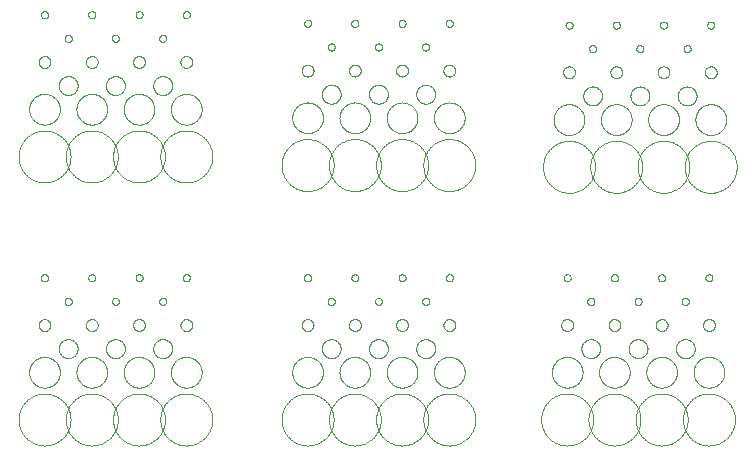
<source format=gbr>
%TF.GenerationSoftware,KiCad,Pcbnew,(6.0.8)*%
%TF.CreationDate,2022-10-30T22:02:33-07:00*%
%TF.ProjectId,kicad,6b696361-642e-46b6-9963-61645f706362,rev?*%
%TF.SameCoordinates,Original*%
%TF.FileFunction,OtherDrawing,Comment*%
%FSLAX46Y46*%
G04 Gerber Fmt 4.6, Leading zero omitted, Abs format (unit mm)*
G04 Created by KiCad (PCBNEW (6.0.8)) date 2022-10-30 22:02:33*
%MOMM*%
%LPD*%
G01*
G04 APERTURE LIST*
%ADD10C,0.100000*%
G04 APERTURE END LIST*
D10*
X-76412985Y-80546023D02*
X-76411660Y-80469668D01*
X-76416960Y-80622285D02*
X-76412985Y-80546023D01*
X-76423579Y-80698364D02*
X-76416960Y-80622285D01*
X-76432834Y-80774168D02*
X-76423579Y-80698364D01*
X-76444715Y-80849604D02*
X-76432834Y-80774168D01*
X-76459207Y-80924583D02*
X-76444715Y-80849604D01*
X-76476293Y-80999014D02*
X-76459207Y-80924583D01*
X-76495951Y-81072806D02*
X-76476293Y-80999014D01*
X-76518159Y-81145872D02*
X-76495951Y-81072806D01*
X-76542889Y-81218124D02*
X-76518159Y-81145872D01*
X-76570112Y-81289473D02*
X-76542889Y-81218124D01*
X-76599794Y-81359835D02*
X-76570112Y-81289473D01*
X-76631901Y-81429124D02*
X-76599794Y-81359835D01*
X-76666394Y-81497257D02*
X-76631901Y-81429124D01*
X-76703230Y-81564152D02*
X-76666394Y-81497257D01*
X-76742365Y-81629728D02*
X-76703230Y-81564152D01*
X-76783754Y-81693906D02*
X-76742365Y-81629728D01*
X-76827344Y-81756609D02*
X-76783754Y-81693906D01*
X-76873085Y-81817762D02*
X-76827344Y-81756609D01*
X-76920920Y-81877290D02*
X-76873085Y-81817762D01*
X-76970793Y-81935122D02*
X-76920920Y-81877290D01*
X-77022642Y-81991188D02*
X-76970793Y-81935122D01*
X-77076407Y-82045421D02*
X-77022642Y-81991188D01*
X-77132021Y-82097755D02*
X-77076407Y-82045421D01*
X-77189418Y-82148128D02*
X-77132021Y-82097755D01*
X-77248529Y-82196478D02*
X-77189418Y-82148128D01*
X-77309282Y-82242748D02*
X-77248529Y-82196478D01*
X-77371605Y-82286881D02*
X-77309282Y-82242748D01*
X-77435421Y-82328824D02*
X-77371605Y-82286881D01*
X-77500655Y-82368528D02*
X-77435421Y-82328824D01*
X-77567228Y-82405943D02*
X-77500655Y-82368528D01*
X-77635059Y-82441025D02*
X-77567228Y-82405943D01*
X-77704067Y-82473732D02*
X-77635059Y-82441025D01*
X-77774168Y-82504025D02*
X-77704067Y-82473732D01*
X-77845278Y-82531866D02*
X-77774168Y-82504025D01*
X-77917312Y-82557222D02*
X-77845278Y-82531866D01*
X-77990183Y-82580063D02*
X-77917312Y-82557222D01*
X-78063802Y-82600361D02*
X-77990183Y-82580063D01*
X-78138082Y-82618091D02*
X-78063802Y-82600361D01*
X-78212932Y-82633233D02*
X-78138082Y-82618091D01*
X-78288263Y-82645768D02*
X-78212932Y-82633233D01*
X-78363983Y-82655681D02*
X-78288263Y-82645768D01*
X-78440001Y-82662961D02*
X-78363983Y-82655681D01*
X-78516227Y-82667597D02*
X-78440001Y-82662961D01*
X-78592567Y-82669585D02*
X-78516227Y-82667597D01*
X-78668931Y-82668922D02*
X-78592567Y-82669585D01*
X-78745225Y-82665609D02*
X-78668931Y-82668922D01*
X-78821359Y-82659651D02*
X-78745225Y-82665609D01*
X-78897240Y-82651054D02*
X-78821359Y-82659651D01*
X-78972777Y-82639828D02*
X-78897240Y-82651054D01*
X-79047878Y-82625987D02*
X-78972777Y-82639828D01*
X-79122454Y-82609548D02*
X-79047878Y-82625987D01*
X-79196415Y-82590531D02*
X-79122454Y-82609548D01*
X-79269671Y-82568958D02*
X-79196415Y-82590531D01*
X-79342134Y-82544856D02*
X-79269671Y-82568958D01*
X-79413717Y-82518254D02*
X-79342134Y-82544856D01*
X-79484334Y-82489183D02*
X-79413717Y-82518254D01*
X-79553899Y-82457678D02*
X-79484334Y-82489183D01*
X-79622328Y-82423778D02*
X-79553899Y-82457678D01*
X-79689540Y-82387524D02*
X-79622328Y-82423778D01*
X-79755454Y-82348959D02*
X-79689540Y-82387524D01*
X-79819989Y-82308129D02*
X-79755454Y-82348959D01*
X-79883068Y-82265085D02*
X-79819989Y-82308129D01*
X-79944615Y-82219876D02*
X-79883068Y-82265085D01*
X-80004556Y-82172560D02*
X-79944615Y-82219876D01*
X-80062819Y-82123191D02*
X-80004556Y-82172560D01*
X-80119333Y-82071829D02*
X-80062819Y-82123191D01*
X-80174030Y-82018538D02*
X-80119333Y-82071829D01*
X-80226845Y-81963380D02*
X-80174030Y-82018538D01*
X-80277714Y-81906422D02*
X-80226845Y-81963380D01*
X-80326575Y-81847733D02*
X-80277714Y-81906422D01*
X-80373370Y-81787384D02*
X-80326575Y-81847733D01*
X-80418043Y-81725447D02*
X-80373370Y-81787384D01*
X-80460538Y-81661996D02*
X-80418043Y-81725447D01*
X-80500806Y-81597109D02*
X-80460538Y-81661996D01*
X-80538798Y-81530864D02*
X-80500806Y-81597109D01*
X-80574468Y-81463340D02*
X-80538798Y-81530864D01*
X-80607772Y-81394619D02*
X-80574468Y-81463340D01*
X-80638672Y-81324783D02*
X-80607772Y-81394619D01*
X-80667129Y-81253917D02*
X-80638672Y-81324783D01*
X-80693109Y-81182105D02*
X-80667129Y-81253917D01*
X-80716582Y-81109436D02*
X-80693109Y-81182105D01*
X-80737518Y-81035995D02*
X-80716582Y-81109436D01*
X-80755893Y-80961873D02*
X-80737518Y-81035995D01*
X-80771684Y-80887157D02*
X-80755893Y-80961873D01*
X-80784872Y-80811938D02*
X-80771684Y-80887157D01*
X-80795442Y-80736306D02*
X-80784872Y-80811938D01*
X-80803380Y-80660354D02*
X-80795442Y-80736306D01*
X-80808678Y-80584171D02*
X-80803380Y-80660354D01*
X-80811328Y-80507851D02*
X-80808678Y-80584171D01*
X-80811328Y-80431485D02*
X-80811328Y-80507851D01*
X-80808678Y-80355164D02*
X-80811328Y-80431485D01*
X-80803380Y-80278982D02*
X-80808678Y-80355164D01*
X-80795442Y-80203029D02*
X-80803380Y-80278982D01*
X-80784872Y-80127398D02*
X-80795442Y-80203029D01*
X-80771684Y-80052179D02*
X-80784872Y-80127398D01*
X-80755893Y-79977463D02*
X-80771684Y-80052179D01*
X-80737518Y-79903340D02*
X-80755893Y-79977463D01*
X-80716582Y-79829900D02*
X-80737518Y-79903340D01*
X-80693109Y-79757230D02*
X-80716582Y-79829900D01*
X-80667129Y-79685419D02*
X-80693109Y-79757230D01*
X-80638672Y-79614553D02*
X-80667129Y-79685419D01*
X-80607772Y-79544717D02*
X-80638672Y-79614553D01*
X-80574468Y-79475995D02*
X-80607772Y-79544717D01*
X-80538798Y-79408471D02*
X-80574468Y-79475995D01*
X-80500806Y-79342226D02*
X-80538798Y-79408471D01*
X-80460538Y-79277339D02*
X-80500806Y-79342226D01*
X-80418043Y-79213889D02*
X-80460538Y-79277339D01*
X-80373370Y-79151952D02*
X-80418043Y-79213889D01*
X-80326575Y-79091602D02*
X-80373370Y-79151952D01*
X-80277714Y-79032913D02*
X-80326575Y-79091602D01*
X-80226845Y-78975956D02*
X-80277714Y-79032913D01*
X-80174030Y-78920798D02*
X-80226845Y-78975956D01*
X-80119333Y-78867506D02*
X-80174030Y-78920798D01*
X-80062819Y-78816145D02*
X-80119333Y-78867506D01*
X-80004556Y-78766776D02*
X-80062819Y-78816145D01*
X-79944615Y-78719459D02*
X-80004556Y-78766776D01*
X-79883068Y-78674251D02*
X-79944615Y-78719459D01*
X-79819989Y-78631206D02*
X-79883068Y-78674251D01*
X-79755454Y-78590376D02*
X-79819989Y-78631206D01*
X-79689540Y-78551811D02*
X-79755454Y-78590376D01*
X-79622328Y-78515557D02*
X-79689540Y-78551811D01*
X-79553899Y-78481657D02*
X-79622328Y-78515557D01*
X-79484334Y-78450153D02*
X-79553899Y-78481657D01*
X-79413717Y-78421082D02*
X-79484334Y-78450153D01*
X-79342134Y-78394479D02*
X-79413717Y-78421082D01*
X-79269671Y-78370377D02*
X-79342134Y-78394479D01*
X-79196415Y-78348804D02*
X-79269671Y-78370377D01*
X-79122454Y-78329787D02*
X-79196415Y-78348804D01*
X-79047878Y-78313348D02*
X-79122454Y-78329787D01*
X-78972777Y-78299508D02*
X-79047878Y-78313348D01*
X-78897240Y-78288282D02*
X-78972777Y-78299508D01*
X-78821359Y-78279685D02*
X-78897240Y-78288282D01*
X-78745225Y-78273726D02*
X-78821359Y-78279685D01*
X-78668931Y-78270413D02*
X-78745225Y-78273726D01*
X-78592567Y-78269751D02*
X-78668931Y-78270413D01*
X-78516227Y-78271739D02*
X-78592567Y-78269751D01*
X-78440001Y-78276375D02*
X-78516227Y-78271739D01*
X-78363983Y-78283654D02*
X-78440001Y-78276375D01*
X-78288263Y-78293567D02*
X-78363983Y-78283654D01*
X-78212932Y-78306102D02*
X-78288263Y-78293567D01*
X-78138082Y-78321244D02*
X-78212932Y-78306102D01*
X-78063802Y-78338975D02*
X-78138082Y-78321244D01*
X-77990183Y-78359273D02*
X-78063802Y-78338975D01*
X-77917312Y-78382114D02*
X-77990183Y-78359273D01*
X-77845278Y-78407470D02*
X-77917312Y-78382114D01*
X-77774168Y-78435311D02*
X-77845278Y-78407470D01*
X-77704067Y-78465603D02*
X-77774168Y-78435311D01*
X-77635059Y-78498310D02*
X-77704067Y-78465603D01*
X-77567228Y-78533392D02*
X-77635059Y-78498310D01*
X-77500655Y-78570808D02*
X-77567228Y-78533392D01*
X-77435421Y-78610511D02*
X-77500655Y-78570808D01*
X-77371605Y-78652455D02*
X-77435421Y-78610511D01*
X-77309282Y-78696588D02*
X-77371605Y-78652455D01*
X-77248529Y-78742857D02*
X-77309282Y-78696588D01*
X-77189418Y-78791208D02*
X-77248529Y-78742857D01*
X-77132021Y-78841580D02*
X-77189418Y-78791208D01*
X-77076407Y-78893914D02*
X-77132021Y-78841580D01*
X-77022642Y-78948147D02*
X-77076407Y-78893914D01*
X-76970793Y-79004214D02*
X-77022642Y-78948147D01*
X-76920920Y-79062046D02*
X-76970793Y-79004214D01*
X-76873085Y-79121574D02*
X-76920920Y-79062046D01*
X-76827344Y-79182726D02*
X-76873085Y-79121574D01*
X-76783754Y-79245430D02*
X-76827344Y-79182726D01*
X-76742365Y-79309608D02*
X-76783754Y-79245430D01*
X-76703230Y-79375184D02*
X-76742365Y-79309608D01*
X-76666394Y-79442079D02*
X-76703230Y-79375184D01*
X-76631901Y-79510212D02*
X-76666394Y-79442079D01*
X-76599794Y-79579501D02*
X-76631901Y-79510212D01*
X-76570112Y-79649862D02*
X-76599794Y-79579501D01*
X-76542889Y-79721212D02*
X-76570112Y-79649862D01*
X-76518159Y-79793463D02*
X-76542889Y-79721212D01*
X-76495951Y-79866529D02*
X-76518159Y-79793463D01*
X-76476293Y-79940322D02*
X-76495951Y-79866529D01*
X-76459207Y-80014752D02*
X-76476293Y-79940322D01*
X-76444715Y-80089731D02*
X-76459207Y-80014752D01*
X-76432834Y-80165168D02*
X-76444715Y-80089731D01*
X-76423579Y-80240971D02*
X-76432834Y-80165168D01*
X-76416960Y-80317050D02*
X-76423579Y-80240971D01*
X-76412985Y-80393313D02*
X-76416960Y-80317050D01*
X-76411660Y-80469668D02*
X-76412985Y-80393313D01*
X-77312443Y-76514787D02*
X-77311660Y-76469668D01*
X-77314792Y-76559851D02*
X-77312443Y-76514787D01*
X-77318703Y-76604807D02*
X-77314792Y-76559851D01*
X-77324172Y-76649600D02*
X-77318703Y-76604807D01*
X-77331193Y-76694176D02*
X-77324172Y-76649600D01*
X-77339756Y-76738481D02*
X-77331193Y-76694176D01*
X-77349852Y-76782463D02*
X-77339756Y-76738481D01*
X-77361468Y-76826068D02*
X-77349852Y-76782463D01*
X-77374591Y-76869243D02*
X-77361468Y-76826068D01*
X-77389204Y-76911937D02*
X-77374591Y-76869243D01*
X-77405290Y-76954098D02*
X-77389204Y-76911937D01*
X-77422830Y-76995676D02*
X-77405290Y-76954098D01*
X-77441802Y-77036619D02*
X-77422830Y-76995676D01*
X-77462184Y-77076879D02*
X-77441802Y-77036619D01*
X-77483951Y-77116408D02*
X-77462184Y-77076879D01*
X-77507077Y-77155158D02*
X-77483951Y-77116408D01*
X-77531533Y-77193081D02*
X-77507077Y-77155158D01*
X-77557291Y-77230133D02*
X-77531533Y-77193081D01*
X-77584320Y-77266269D02*
X-77557291Y-77230133D01*
X-77612586Y-77301444D02*
X-77584320Y-77266269D01*
X-77642056Y-77335618D02*
X-77612586Y-77301444D01*
X-77672695Y-77368748D02*
X-77642056Y-77335618D01*
X-77704465Y-77400795D02*
X-77672695Y-77368748D01*
X-77737328Y-77431719D02*
X-77704465Y-77400795D01*
X-77771244Y-77461485D02*
X-77737328Y-77431719D01*
X-77806173Y-77490056D02*
X-77771244Y-77461485D01*
X-77842073Y-77517397D02*
X-77806173Y-77490056D01*
X-77878900Y-77543475D02*
X-77842073Y-77517397D01*
X-77916610Y-77568260D02*
X-77878900Y-77543475D01*
X-77955157Y-77591721D02*
X-77916610Y-77568260D01*
X-77994495Y-77613830D02*
X-77955157Y-77591721D01*
X-78034577Y-77634561D02*
X-77994495Y-77613830D01*
X-78075355Y-77653888D02*
X-78034577Y-77634561D01*
X-78116778Y-77671788D02*
X-78075355Y-77653888D01*
X-78158798Y-77688239D02*
X-78116778Y-77671788D01*
X-78201364Y-77703222D02*
X-78158798Y-77688239D01*
X-78244423Y-77716719D02*
X-78201364Y-77703222D01*
X-78287926Y-77728714D02*
X-78244423Y-77716719D01*
X-78331818Y-77739191D02*
X-78287926Y-77728714D01*
X-78376048Y-77748138D02*
X-78331818Y-77739191D01*
X-78420561Y-77755545D02*
X-78376048Y-77748138D01*
X-78465305Y-77761403D02*
X-78420561Y-77755545D01*
X-78510225Y-77765704D02*
X-78465305Y-77761403D01*
X-78555268Y-77768444D02*
X-78510225Y-77765704D01*
X-78600378Y-77769619D02*
X-78555268Y-77768444D01*
X-78645502Y-77769227D02*
X-78600378Y-77769619D01*
X-78690585Y-77767270D02*
X-78645502Y-77769227D01*
X-78735573Y-77763749D02*
X-78690585Y-77767270D01*
X-78780412Y-77758668D02*
X-78735573Y-77763749D01*
X-78825047Y-77752035D02*
X-78780412Y-77758668D01*
X-78869425Y-77743856D02*
X-78825047Y-77752035D01*
X-78913493Y-77734143D02*
X-78869425Y-77743856D01*
X-78957197Y-77722905D02*
X-78913493Y-77734143D01*
X-79000485Y-77710158D02*
X-78957197Y-77722905D01*
X-79043304Y-77695915D02*
X-79000485Y-77710158D01*
X-79085603Y-77680196D02*
X-79043304Y-77695915D01*
X-79127331Y-77663017D02*
X-79085603Y-77680196D01*
X-79168437Y-77644401D02*
X-79127331Y-77663017D01*
X-79208873Y-77624370D02*
X-79168437Y-77644401D01*
X-79248589Y-77602947D02*
X-79208873Y-77624370D01*
X-79287538Y-77580158D02*
X-79248589Y-77602947D01*
X-79325672Y-77556031D02*
X-79287538Y-77580158D01*
X-79362946Y-77530596D02*
X-79325672Y-77556031D01*
X-79399315Y-77503882D02*
X-79362946Y-77530596D01*
X-79434735Y-77475922D02*
X-79399315Y-77503882D01*
X-79469163Y-77446749D02*
X-79434735Y-77475922D01*
X-79502557Y-77416400D02*
X-79469163Y-77446749D01*
X-79534879Y-77384909D02*
X-79502557Y-77416400D01*
X-79566088Y-77352316D02*
X-79534879Y-77384909D01*
X-79596146Y-77318659D02*
X-79566088Y-77352316D01*
X-79625019Y-77283979D02*
X-79596146Y-77318659D01*
X-79652671Y-77248318D02*
X-79625019Y-77283979D01*
X-79679068Y-77211719D02*
X-79652671Y-77248318D01*
X-79704179Y-77174226D02*
X-79679068Y-77211719D01*
X-79727974Y-77135883D02*
X-79704179Y-77174226D01*
X-79750423Y-77096738D02*
X-79727974Y-77135883D01*
X-79771501Y-77056838D02*
X-79750423Y-77096738D01*
X-79791181Y-77016230D02*
X-79771501Y-77056838D01*
X-79809440Y-76974963D02*
X-79791181Y-77016230D01*
X-79826255Y-76933087D02*
X-79809440Y-76974963D01*
X-79841607Y-76890654D02*
X-79826255Y-76933087D01*
X-79855477Y-76847713D02*
X-79841607Y-76890654D01*
X-79867849Y-76804316D02*
X-79855477Y-76847713D01*
X-79878706Y-76760516D02*
X-79867849Y-76804316D01*
X-79888037Y-76716366D02*
X-79878706Y-76760516D01*
X-79895831Y-76671918D02*
X-79888037Y-76716366D01*
X-79902076Y-76627227D02*
X-79895831Y-76671918D01*
X-79906767Y-76582346D02*
X-79902076Y-76627227D01*
X-79909898Y-76537329D02*
X-79906767Y-76582346D01*
X-79911464Y-76492231D02*
X-79909898Y-76537329D01*
X-79911464Y-76447105D02*
X-79911464Y-76492231D01*
X-79909898Y-76402007D02*
X-79911464Y-76447105D01*
X-79906767Y-76356990D02*
X-79909898Y-76402007D01*
X-79902076Y-76312109D02*
X-79906767Y-76356990D01*
X-79895831Y-76267417D02*
X-79902076Y-76312109D01*
X-79888037Y-76222970D02*
X-79895831Y-76267417D01*
X-79878706Y-76178819D02*
X-79888037Y-76222970D01*
X-79867849Y-76135020D02*
X-79878706Y-76178819D01*
X-79855477Y-76091623D02*
X-79867849Y-76135020D01*
X-79841607Y-76048682D02*
X-79855477Y-76091623D01*
X-79826255Y-76006248D02*
X-79841607Y-76048682D01*
X-79809440Y-75964372D02*
X-79826255Y-76006248D01*
X-79791181Y-75923106D02*
X-79809440Y-75964372D01*
X-79771501Y-75882498D02*
X-79791181Y-75923106D01*
X-79750423Y-75842597D02*
X-79771501Y-75882498D01*
X-79727974Y-75803452D02*
X-79750423Y-75842597D01*
X-79704179Y-75765110D02*
X-79727974Y-75803452D01*
X-79679068Y-75727617D02*
X-79704179Y-75765110D01*
X-79652671Y-75691017D02*
X-79679068Y-75727617D01*
X-79625019Y-75655356D02*
X-79652671Y-75691017D01*
X-79596146Y-75620677D02*
X-79625019Y-75655356D01*
X-79566088Y-75587020D02*
X-79596146Y-75620677D01*
X-79534879Y-75554426D02*
X-79566088Y-75587020D01*
X-79502557Y-75522936D02*
X-79534879Y-75554426D01*
X-79469163Y-75492586D02*
X-79502557Y-75522936D01*
X-79434735Y-75463413D02*
X-79469163Y-75492586D01*
X-79399315Y-75435453D02*
X-79434735Y-75463413D01*
X-79362946Y-75408740D02*
X-79399315Y-75435453D01*
X-79325672Y-75383304D02*
X-79362946Y-75408740D01*
X-79287538Y-75359177D02*
X-79325672Y-75383304D01*
X-79248589Y-75336389D02*
X-79287538Y-75359177D01*
X-79208873Y-75314966D02*
X-79248589Y-75336389D01*
X-79168437Y-75294934D02*
X-79208873Y-75314966D01*
X-79127331Y-75276318D02*
X-79168437Y-75294934D01*
X-79085603Y-75259140D02*
X-79127331Y-75276318D01*
X-79043304Y-75243420D02*
X-79085603Y-75259140D01*
X-79000485Y-75229178D02*
X-79043304Y-75243420D01*
X-78957197Y-75216430D02*
X-79000485Y-75229178D01*
X-78913493Y-75205193D02*
X-78957197Y-75216430D01*
X-78869425Y-75195479D02*
X-78913493Y-75205193D01*
X-78825047Y-75187300D02*
X-78869425Y-75195479D01*
X-78780412Y-75180667D02*
X-78825047Y-75187300D01*
X-78735573Y-75175587D02*
X-78780412Y-75180667D01*
X-78690585Y-75172066D02*
X-78735573Y-75175587D01*
X-78645502Y-75170108D02*
X-78690585Y-75172066D01*
X-78600378Y-75169717D02*
X-78645502Y-75170108D01*
X-78555268Y-75170891D02*
X-78600378Y-75169717D01*
X-78510225Y-75173631D02*
X-78555268Y-75170891D01*
X-78465305Y-75177932D02*
X-78510225Y-75173631D01*
X-78420561Y-75183790D02*
X-78465305Y-75177932D01*
X-78376048Y-75191197D02*
X-78420561Y-75183790D01*
X-78331818Y-75200145D02*
X-78376048Y-75191197D01*
X-78287926Y-75210622D02*
X-78331818Y-75200145D01*
X-78244423Y-75222616D02*
X-78287926Y-75210622D01*
X-78201364Y-75236113D02*
X-78244423Y-75222616D01*
X-78158798Y-75251096D02*
X-78201364Y-75236113D01*
X-78116778Y-75267548D02*
X-78158798Y-75251096D01*
X-78075355Y-75285448D02*
X-78116778Y-75267548D01*
X-78034577Y-75304775D02*
X-78075355Y-75285448D01*
X-77994495Y-75325505D02*
X-78034577Y-75304775D01*
X-77955157Y-75347614D02*
X-77994495Y-75325505D01*
X-77916610Y-75371075D02*
X-77955157Y-75347614D01*
X-77878900Y-75395860D02*
X-77916610Y-75371075D01*
X-77842073Y-75421939D02*
X-77878900Y-75395860D01*
X-77806173Y-75449280D02*
X-77842073Y-75421939D01*
X-77771244Y-75477850D02*
X-77806173Y-75449280D01*
X-77737328Y-75507616D02*
X-77771244Y-75477850D01*
X-77704465Y-75538541D02*
X-77737328Y-75507616D01*
X-77672695Y-75570588D02*
X-77704465Y-75538541D01*
X-77642056Y-75603718D02*
X-77672695Y-75570588D01*
X-77612586Y-75637891D02*
X-77642056Y-75603718D01*
X-77584320Y-75673067D02*
X-77612586Y-75637891D01*
X-77557291Y-75709202D02*
X-77584320Y-75673067D01*
X-77531533Y-75746254D02*
X-77557291Y-75709202D01*
X-77507077Y-75784178D02*
X-77531533Y-75746254D01*
X-77483951Y-75822927D02*
X-77507077Y-75784178D01*
X-77462184Y-75862456D02*
X-77483951Y-75822927D01*
X-77441802Y-75902716D02*
X-77462184Y-75862456D01*
X-77422830Y-75943660D02*
X-77441802Y-75902716D01*
X-77405290Y-75985237D02*
X-77422830Y-75943660D01*
X-77389204Y-76027398D02*
X-77405290Y-75985237D01*
X-77374591Y-76070092D02*
X-77389204Y-76027398D01*
X-77361468Y-76113268D02*
X-77374591Y-76070092D01*
X-77349852Y-76156872D02*
X-77361468Y-76113268D01*
X-77339756Y-76200854D02*
X-77349852Y-76156872D01*
X-77331193Y-76245160D02*
X-77339756Y-76200854D01*
X-77324172Y-76289736D02*
X-77331193Y-76245160D01*
X-77318703Y-76334529D02*
X-77324172Y-76289736D01*
X-77314792Y-76379485D02*
X-77318703Y-76334529D01*
X-77312443Y-76424549D02*
X-77314792Y-76379485D01*
X-77311660Y-76469668D02*
X-77312443Y-76424549D01*
X-78111961Y-72487021D02*
X-78111660Y-72469668D01*
X-78112864Y-72504354D02*
X-78111961Y-72487021D01*
X-78114369Y-72521644D02*
X-78112864Y-72504354D01*
X-78116472Y-72538872D02*
X-78114369Y-72521644D01*
X-78119172Y-72556017D02*
X-78116472Y-72538872D01*
X-78122466Y-72573058D02*
X-78119172Y-72556017D01*
X-78126349Y-72589974D02*
X-78122466Y-72573058D01*
X-78130817Y-72606745D02*
X-78126349Y-72589974D01*
X-78135864Y-72623351D02*
X-78130817Y-72606745D01*
X-78141485Y-72639771D02*
X-78135864Y-72623351D01*
X-78147672Y-72655987D02*
X-78141485Y-72639771D01*
X-78154418Y-72671978D02*
X-78147672Y-72655987D01*
X-78161715Y-72687726D02*
X-78154418Y-72671978D01*
X-78169554Y-72703211D02*
X-78161715Y-72687726D01*
X-78177926Y-72718414D02*
X-78169554Y-72703211D01*
X-78186820Y-72733318D02*
X-78177926Y-72718414D01*
X-78196227Y-72747904D02*
X-78186820Y-72733318D01*
X-78206133Y-72762154D02*
X-78196227Y-72747904D01*
X-78216529Y-72776053D02*
X-78206133Y-72762154D01*
X-78227401Y-72789582D02*
X-78216529Y-72776053D01*
X-78238735Y-72802725D02*
X-78227401Y-72789582D01*
X-78250519Y-72815468D02*
X-78238735Y-72802725D01*
X-78262739Y-72827793D02*
X-78250519Y-72815468D01*
X-78275378Y-72839688D02*
X-78262739Y-72827793D01*
X-78288423Y-72851136D02*
X-78275378Y-72839688D01*
X-78301857Y-72862125D02*
X-78288423Y-72851136D01*
X-78315665Y-72872640D02*
X-78301857Y-72862125D01*
X-78329829Y-72882671D02*
X-78315665Y-72872640D01*
X-78344333Y-72892203D02*
X-78329829Y-72882671D01*
X-78359159Y-72901227D02*
X-78344333Y-72892203D01*
X-78374289Y-72909730D02*
X-78359159Y-72901227D01*
X-78389705Y-72917704D02*
X-78374289Y-72909730D01*
X-78405389Y-72925137D02*
X-78389705Y-72917704D01*
X-78421321Y-72932022D02*
X-78405389Y-72925137D01*
X-78437482Y-72938349D02*
X-78421321Y-72932022D01*
X-78453854Y-72944112D02*
X-78437482Y-72938349D01*
X-78470415Y-72949303D02*
X-78453854Y-72944112D01*
X-78487147Y-72953916D02*
X-78470415Y-72949303D01*
X-78504028Y-72957946D02*
X-78487147Y-72953916D01*
X-78521040Y-72961387D02*
X-78504028Y-72957946D01*
X-78538160Y-72964236D02*
X-78521040Y-72961387D01*
X-78555370Y-72966489D02*
X-78538160Y-72964236D01*
X-78572646Y-72968143D02*
X-78555370Y-72966489D01*
X-78589970Y-72969197D02*
X-78572646Y-72968143D01*
X-78607321Y-72969649D02*
X-78589970Y-72969197D01*
X-78624676Y-72969498D02*
X-78607321Y-72969649D01*
X-78642016Y-72968745D02*
X-78624676Y-72969498D01*
X-78659319Y-72967391D02*
X-78642016Y-72968745D01*
X-78676564Y-72965437D02*
X-78659319Y-72967391D01*
X-78693732Y-72962886D02*
X-78676564Y-72965437D01*
X-78710800Y-72959740D02*
X-78693732Y-72962886D01*
X-78727749Y-72956004D02*
X-78710800Y-72959740D01*
X-78744559Y-72951682D02*
X-78727749Y-72956004D01*
X-78761208Y-72946779D02*
X-78744559Y-72951682D01*
X-78777677Y-72941301D02*
X-78761208Y-72946779D01*
X-78793946Y-72935255D02*
X-78777677Y-72941301D01*
X-78809995Y-72928648D02*
X-78793946Y-72935255D01*
X-78825805Y-72921488D02*
X-78809995Y-72928648D01*
X-78841357Y-72913784D02*
X-78825805Y-72921488D01*
X-78856633Y-72905544D02*
X-78841357Y-72913784D01*
X-78871613Y-72896779D02*
X-78856633Y-72905544D01*
X-78886280Y-72887500D02*
X-78871613Y-72896779D01*
X-78900616Y-72877717D02*
X-78886280Y-72887500D01*
X-78914604Y-72867442D02*
X-78900616Y-72877717D01*
X-78928227Y-72856689D02*
X-78914604Y-72867442D01*
X-78941469Y-72845468D02*
X-78928227Y-72856689D01*
X-78954313Y-72833795D02*
X-78941469Y-72845468D01*
X-78966744Y-72821684D02*
X-78954313Y-72833795D01*
X-78978747Y-72809148D02*
X-78966744Y-72821684D01*
X-78990308Y-72796203D02*
X-78978747Y-72809148D01*
X-79001413Y-72782864D02*
X-78990308Y-72796203D01*
X-79012049Y-72769149D02*
X-79001413Y-72782864D01*
X-79022201Y-72755072D02*
X-79012049Y-72769149D01*
X-79031859Y-72740652D02*
X-79022201Y-72755072D01*
X-79041011Y-72725904D02*
X-79031859Y-72740652D01*
X-79049646Y-72710849D02*
X-79041011Y-72725904D01*
X-79057752Y-72695502D02*
X-79049646Y-72710849D01*
X-79065322Y-72679884D02*
X-79057752Y-72695502D01*
X-79072344Y-72664012D02*
X-79065322Y-72679884D01*
X-79078812Y-72647906D02*
X-79072344Y-72664012D01*
X-79084716Y-72631585D02*
X-79078812Y-72647906D01*
X-79090051Y-72615070D02*
X-79084716Y-72631585D01*
X-79094809Y-72598379D02*
X-79090051Y-72615070D01*
X-79098985Y-72581532D02*
X-79094809Y-72598379D01*
X-79102574Y-72564552D02*
X-79098985Y-72581532D01*
X-79105572Y-72547456D02*
X-79102574Y-72564552D01*
X-79107974Y-72530267D02*
X-79105572Y-72547456D01*
X-79109778Y-72513005D02*
X-79107974Y-72530267D01*
X-79110982Y-72495691D02*
X-79109778Y-72513005D01*
X-79111584Y-72478346D02*
X-79110982Y-72495691D01*
X-79111584Y-72460990D02*
X-79111584Y-72478346D01*
X-79110982Y-72443644D02*
X-79111584Y-72460990D01*
X-79109778Y-72426330D02*
X-79110982Y-72443644D01*
X-79107974Y-72409068D02*
X-79109778Y-72426330D01*
X-79105572Y-72391879D02*
X-79107974Y-72409068D01*
X-79102574Y-72374784D02*
X-79105572Y-72391879D01*
X-79098985Y-72357803D02*
X-79102574Y-72374784D01*
X-79094809Y-72340957D02*
X-79098985Y-72357803D01*
X-79090051Y-72324266D02*
X-79094809Y-72340957D01*
X-79084716Y-72307750D02*
X-79090051Y-72324266D01*
X-79078812Y-72291429D02*
X-79084716Y-72307750D01*
X-79072344Y-72275323D02*
X-79078812Y-72291429D01*
X-79065322Y-72259452D02*
X-79072344Y-72275323D01*
X-79057752Y-72243833D02*
X-79065322Y-72259452D01*
X-79049646Y-72228487D02*
X-79057752Y-72243833D01*
X-79041011Y-72213431D02*
X-79049646Y-72228487D01*
X-79031859Y-72198684D02*
X-79041011Y-72213431D01*
X-79022201Y-72184263D02*
X-79031859Y-72198684D01*
X-79012049Y-72170187D02*
X-79022201Y-72184263D01*
X-79001413Y-72156471D02*
X-79012049Y-72170187D01*
X-78990308Y-72143133D02*
X-79001413Y-72156471D01*
X-78978747Y-72130188D02*
X-78990308Y-72143133D01*
X-78966744Y-72117652D02*
X-78978747Y-72130188D01*
X-78954313Y-72105540D02*
X-78966744Y-72117652D01*
X-78941469Y-72093867D02*
X-78954313Y-72105540D01*
X-78928227Y-72082647D02*
X-78941469Y-72093867D01*
X-78914604Y-72071893D02*
X-78928227Y-72082647D01*
X-78900616Y-72061618D02*
X-78914604Y-72071893D01*
X-78886280Y-72051836D02*
X-78900616Y-72061618D01*
X-78871613Y-72042556D02*
X-78886280Y-72051836D01*
X-78856633Y-72033791D02*
X-78871613Y-72042556D01*
X-78841357Y-72025552D02*
X-78856633Y-72033791D01*
X-78825805Y-72017847D02*
X-78841357Y-72025552D01*
X-78809995Y-72010687D02*
X-78825805Y-72017847D01*
X-78793946Y-72004080D02*
X-78809995Y-72010687D01*
X-78777677Y-71998034D02*
X-78793946Y-72004080D01*
X-78761208Y-71992556D02*
X-78777677Y-71998034D01*
X-78744559Y-71987653D02*
X-78761208Y-71992556D01*
X-78727749Y-71983331D02*
X-78744559Y-71987653D01*
X-78710800Y-71979595D02*
X-78727749Y-71983331D01*
X-78693732Y-71976450D02*
X-78710800Y-71979595D01*
X-78676564Y-71973898D02*
X-78693732Y-71976450D01*
X-78659319Y-71971944D02*
X-78676564Y-71973898D01*
X-78642016Y-71970590D02*
X-78659319Y-71971944D01*
X-78624676Y-71969837D02*
X-78642016Y-71970590D01*
X-78607321Y-71969687D02*
X-78624676Y-71969837D01*
X-78589970Y-71970138D02*
X-78607321Y-71969687D01*
X-78572646Y-71971192D02*
X-78589970Y-71970138D01*
X-78555370Y-71972846D02*
X-78572646Y-71971192D01*
X-78538160Y-71975099D02*
X-78555370Y-71972846D01*
X-78521040Y-71977948D02*
X-78538160Y-71975099D01*
X-78504028Y-71981390D02*
X-78521040Y-71977948D01*
X-78487147Y-71985419D02*
X-78504028Y-71981390D01*
X-78470415Y-71990033D02*
X-78487147Y-71985419D01*
X-78453854Y-71995224D02*
X-78470415Y-71990033D01*
X-78437482Y-72000986D02*
X-78453854Y-71995224D01*
X-78421321Y-72007314D02*
X-78437482Y-72000986D01*
X-78405389Y-72014199D02*
X-78421321Y-72007314D01*
X-78389705Y-72021632D02*
X-78405389Y-72014199D01*
X-78374289Y-72029605D02*
X-78389705Y-72021632D01*
X-78359159Y-72038109D02*
X-78374289Y-72029605D01*
X-78344333Y-72047132D02*
X-78359159Y-72038109D01*
X-78329829Y-72056665D02*
X-78344333Y-72047132D01*
X-78315665Y-72066695D02*
X-78329829Y-72056665D01*
X-78301857Y-72077211D02*
X-78315665Y-72066695D01*
X-78288423Y-72088200D02*
X-78301857Y-72077211D01*
X-78275378Y-72099648D02*
X-78288423Y-72088200D01*
X-78262739Y-72111542D02*
X-78275378Y-72099648D01*
X-78250519Y-72123868D02*
X-78262739Y-72111542D01*
X-78238735Y-72136610D02*
X-78250519Y-72123868D01*
X-78227401Y-72149754D02*
X-78238735Y-72136610D01*
X-78216529Y-72163283D02*
X-78227401Y-72149754D01*
X-78206133Y-72177181D02*
X-78216529Y-72163283D01*
X-78196227Y-72191432D02*
X-78206133Y-72177181D01*
X-78186820Y-72206018D02*
X-78196227Y-72191432D01*
X-78177926Y-72220921D02*
X-78186820Y-72206018D01*
X-78169554Y-72236125D02*
X-78177926Y-72220921D01*
X-78161715Y-72251610D02*
X-78169554Y-72236125D01*
X-78154418Y-72267357D02*
X-78161715Y-72251610D01*
X-78147672Y-72283348D02*
X-78154418Y-72267357D01*
X-78141485Y-72299564D02*
X-78147672Y-72283348D01*
X-78135864Y-72315985D02*
X-78141485Y-72299564D01*
X-78130817Y-72332591D02*
X-78135864Y-72315985D01*
X-78126349Y-72349362D02*
X-78130817Y-72332591D01*
X-78122466Y-72366278D02*
X-78126349Y-72349362D01*
X-78119172Y-72383318D02*
X-78122466Y-72366278D01*
X-78116472Y-72400463D02*
X-78119172Y-72383318D01*
X-78114369Y-72417691D02*
X-78116472Y-72400463D01*
X-78112864Y-72434982D02*
X-78114369Y-72417691D01*
X-78111961Y-72452314D02*
X-78112864Y-72434982D01*
X-78111660Y-72469668D02*
X-78111961Y-72452314D01*
X-78311840Y-68480080D02*
X-78311660Y-68469668D01*
X-78312382Y-68490479D02*
X-78311840Y-68480080D01*
X-78313285Y-68500854D02*
X-78312382Y-68490479D01*
X-78314547Y-68511190D02*
X-78313285Y-68500854D01*
X-78316167Y-68521477D02*
X-78314547Y-68511190D01*
X-78318143Y-68531702D02*
X-78316167Y-68521477D01*
X-78320473Y-68541851D02*
X-78318143Y-68531702D01*
X-78323154Y-68551914D02*
X-78320473Y-68541851D01*
X-78326182Y-68561877D02*
X-78323154Y-68551914D01*
X-78329555Y-68571730D02*
X-78326182Y-68561877D01*
X-78333267Y-68581459D02*
X-78329555Y-68571730D01*
X-78337314Y-68591054D02*
X-78333267Y-68581459D01*
X-78341693Y-68600503D02*
X-78337314Y-68591054D01*
X-78346396Y-68609794D02*
X-78341693Y-68600503D01*
X-78351419Y-68618916D02*
X-78346396Y-68609794D01*
X-78356756Y-68627858D02*
X-78351419Y-68618916D01*
X-78362400Y-68636609D02*
X-78356756Y-68627858D01*
X-78368344Y-68645160D02*
X-78362400Y-68636609D01*
X-78374581Y-68653499D02*
X-78368344Y-68645160D01*
X-78381104Y-68661616D02*
X-78374581Y-68653499D01*
X-78387905Y-68669502D02*
X-78381104Y-68661616D01*
X-78394976Y-68677148D02*
X-78387905Y-68669502D01*
X-78402307Y-68684543D02*
X-78394976Y-68677148D01*
X-78409891Y-68691680D02*
X-78402307Y-68684543D01*
X-78417718Y-68698549D02*
X-78409891Y-68691680D01*
X-78425778Y-68705142D02*
X-78417718Y-68698549D01*
X-78434063Y-68711451D02*
X-78425778Y-68705142D01*
X-78442561Y-68717469D02*
X-78434063Y-68711451D01*
X-78451264Y-68723189D02*
X-78442561Y-68717469D01*
X-78460159Y-68728603D02*
X-78451264Y-68723189D01*
X-78469237Y-68733705D02*
X-78460159Y-68728603D01*
X-78478487Y-68738489D02*
X-78469237Y-68733705D01*
X-78487897Y-68742949D02*
X-78478487Y-68738489D01*
X-78497456Y-68747080D02*
X-78487897Y-68742949D01*
X-78507153Y-68750877D02*
X-78497456Y-68747080D01*
X-78516976Y-68754334D02*
X-78507153Y-68750877D01*
X-78526913Y-68757449D02*
X-78516976Y-68754334D01*
X-78536952Y-68760217D02*
X-78526913Y-68757449D01*
X-78547081Y-68762635D02*
X-78536952Y-68760217D01*
X-78557288Y-68764699D02*
X-78547081Y-68762635D01*
X-78567560Y-68766409D02*
X-78557288Y-68764699D01*
X-78577886Y-68767761D02*
X-78567560Y-68766409D01*
X-78588252Y-68768753D02*
X-78577886Y-68767761D01*
X-78598646Y-68769385D02*
X-78588252Y-68768753D01*
X-78609056Y-68769656D02*
X-78598646Y-68769385D01*
X-78619469Y-68769566D02*
X-78609056Y-68769656D01*
X-78629873Y-68769114D02*
X-78619469Y-68769566D01*
X-78640255Y-68768302D02*
X-78629873Y-68769114D01*
X-78650602Y-68767129D02*
X-78640255Y-68768302D01*
X-78660903Y-68765599D02*
X-78650602Y-68767129D01*
X-78671144Y-68763711D02*
X-78660903Y-68765599D01*
X-78681314Y-68761470D02*
X-78671144Y-68763711D01*
X-78691399Y-68758876D02*
X-78681314Y-68761470D01*
X-78701389Y-68755935D02*
X-78691399Y-68758876D01*
X-78711270Y-68752648D02*
X-78701389Y-68755935D01*
X-78721031Y-68749020D02*
X-78711270Y-68752648D01*
X-78730661Y-68745056D02*
X-78721031Y-68749020D01*
X-78740147Y-68740760D02*
X-78730661Y-68745056D01*
X-78749478Y-68736137D02*
X-78740147Y-68740760D01*
X-78758643Y-68731194D02*
X-78749478Y-68736137D01*
X-78767632Y-68725935D02*
X-78758643Y-68731194D01*
X-78776432Y-68720367D02*
X-78767632Y-68725935D01*
X-78785034Y-68714497D02*
X-78776432Y-68720367D01*
X-78793426Y-68708333D02*
X-78785034Y-68714497D01*
X-78801600Y-68701880D02*
X-78793426Y-68708333D01*
X-78809545Y-68695148D02*
X-78801600Y-68701880D01*
X-78817252Y-68688144D02*
X-78809545Y-68695148D01*
X-78824710Y-68680877D02*
X-78817252Y-68688144D01*
X-78831912Y-68673356D02*
X-78824710Y-68680877D01*
X-78838849Y-68665589D02*
X-78831912Y-68673356D01*
X-78845512Y-68657586D02*
X-78838849Y-68665589D01*
X-78851893Y-68649356D02*
X-78845512Y-68657586D01*
X-78857985Y-68640910D02*
X-78851893Y-68649356D01*
X-78863780Y-68632258D02*
X-78857985Y-68640910D01*
X-78869271Y-68623410D02*
X-78863780Y-68632258D01*
X-78874451Y-68614376D02*
X-78869271Y-68623410D01*
X-78879315Y-68605168D02*
X-78874451Y-68614376D01*
X-78883857Y-68595797D02*
X-78879315Y-68605168D01*
X-78888070Y-68586274D02*
X-78883857Y-68595797D01*
X-78891951Y-68576611D02*
X-78888070Y-68586274D01*
X-78895494Y-68566818D02*
X-78891951Y-68576611D01*
X-78898695Y-68556909D02*
X-78895494Y-68566818D01*
X-78901549Y-68546894D02*
X-78898695Y-68556909D01*
X-78904055Y-68536787D02*
X-78901549Y-68546894D01*
X-78906208Y-68526598D02*
X-78904055Y-68536787D01*
X-78908007Y-68516341D02*
X-78906208Y-68526598D01*
X-78909448Y-68506028D02*
X-78908007Y-68516341D01*
X-78910531Y-68495670D02*
X-78909448Y-68506028D01*
X-78911253Y-68485282D02*
X-78910531Y-68495670D01*
X-78911615Y-68474875D02*
X-78911253Y-68485282D01*
X-78911615Y-68464461D02*
X-78911615Y-68474875D01*
X-78911253Y-68454054D02*
X-78911615Y-68464461D01*
X-78910531Y-68443665D02*
X-78911253Y-68454054D01*
X-78909448Y-68433308D02*
X-78910531Y-68443665D01*
X-78908007Y-68422995D02*
X-78909448Y-68433308D01*
X-78906208Y-68412737D02*
X-78908007Y-68422995D01*
X-78904055Y-68402549D02*
X-78906208Y-68412737D01*
X-78901549Y-68392441D02*
X-78904055Y-68402549D01*
X-78898695Y-68382427D02*
X-78901549Y-68392441D01*
X-78895494Y-68372517D02*
X-78898695Y-68382427D01*
X-78891951Y-68362725D02*
X-78895494Y-68372517D01*
X-78888070Y-68353061D02*
X-78891951Y-68362725D01*
X-78883857Y-68343538D02*
X-78888070Y-68353061D01*
X-78879315Y-68334167D02*
X-78883857Y-68343538D01*
X-78874451Y-68324959D02*
X-78879315Y-68334167D01*
X-78869271Y-68315926D02*
X-78874451Y-68324959D01*
X-78863780Y-68307077D02*
X-78869271Y-68315926D01*
X-78857985Y-68298425D02*
X-78863780Y-68307077D01*
X-78851893Y-68289979D02*
X-78857985Y-68298425D01*
X-78845512Y-68281750D02*
X-78851893Y-68289979D01*
X-78838849Y-68273747D02*
X-78845512Y-68281750D01*
X-78831912Y-68265980D02*
X-78838849Y-68273747D01*
X-78824710Y-68258458D02*
X-78831912Y-68265980D01*
X-78817252Y-68251191D02*
X-78824710Y-68258458D01*
X-78809545Y-68244187D02*
X-78817252Y-68251191D01*
X-78801600Y-68237455D02*
X-78809545Y-68244187D01*
X-78793426Y-68231003D02*
X-78801600Y-68237455D01*
X-78785034Y-68224838D02*
X-78793426Y-68231003D01*
X-78776432Y-68218968D02*
X-78785034Y-68224838D01*
X-78767632Y-68213401D02*
X-78776432Y-68218968D01*
X-78758643Y-68208142D02*
X-78767632Y-68213401D01*
X-78749478Y-68203198D02*
X-78758643Y-68208142D01*
X-78740147Y-68198575D02*
X-78749478Y-68203198D01*
X-78730661Y-68194279D02*
X-78740147Y-68198575D01*
X-78721031Y-68190315D02*
X-78730661Y-68194279D01*
X-78711270Y-68186687D02*
X-78721031Y-68190315D01*
X-78701389Y-68183401D02*
X-78711270Y-68186687D01*
X-78691399Y-68180459D02*
X-78701389Y-68183401D01*
X-78681314Y-68177866D02*
X-78691399Y-68180459D01*
X-78671144Y-68175624D02*
X-78681314Y-68177866D01*
X-78660903Y-68173737D02*
X-78671144Y-68175624D01*
X-78650602Y-68172206D02*
X-78660903Y-68173737D01*
X-78640255Y-68171034D02*
X-78650602Y-68172206D01*
X-78629873Y-68170221D02*
X-78640255Y-68171034D01*
X-78619469Y-68169769D02*
X-78629873Y-68170221D01*
X-78609056Y-68169679D02*
X-78619469Y-68169769D01*
X-78598646Y-68169950D02*
X-78609056Y-68169679D01*
X-78588252Y-68170582D02*
X-78598646Y-68169950D01*
X-78577886Y-68171575D02*
X-78588252Y-68170582D01*
X-78567560Y-68172927D02*
X-78577886Y-68171575D01*
X-78557288Y-68174636D02*
X-78567560Y-68172927D01*
X-78547081Y-68176701D02*
X-78557288Y-68174636D01*
X-78536952Y-68179119D02*
X-78547081Y-68176701D01*
X-78526913Y-68181887D02*
X-78536952Y-68179119D01*
X-78516976Y-68185001D02*
X-78526913Y-68181887D01*
X-78507153Y-68188459D02*
X-78516976Y-68185001D01*
X-78497456Y-68192255D02*
X-78507153Y-68188459D01*
X-78487897Y-68196386D02*
X-78497456Y-68192255D01*
X-78478487Y-68200846D02*
X-78487897Y-68196386D01*
X-78469237Y-68205630D02*
X-78478487Y-68200846D01*
X-78460159Y-68210732D02*
X-78469237Y-68205630D01*
X-78451264Y-68216146D02*
X-78460159Y-68210732D01*
X-78442561Y-68221866D02*
X-78451264Y-68216146D01*
X-78434063Y-68227884D02*
X-78442561Y-68221866D01*
X-78425778Y-68234194D02*
X-78434063Y-68227884D01*
X-78417718Y-68240787D02*
X-78425778Y-68234194D01*
X-78409891Y-68247656D02*
X-78417718Y-68240787D01*
X-78402307Y-68254792D02*
X-78409891Y-68247656D01*
X-78394976Y-68262188D02*
X-78402307Y-68254792D01*
X-78387905Y-68269833D02*
X-78394976Y-68262188D01*
X-78381104Y-68277719D02*
X-78387905Y-68269833D01*
X-78374581Y-68285837D02*
X-78381104Y-68277719D01*
X-78368344Y-68294176D02*
X-78374581Y-68285837D01*
X-78362400Y-68302726D02*
X-78368344Y-68294176D01*
X-78356756Y-68311478D02*
X-78362400Y-68302726D01*
X-78351419Y-68320420D02*
X-78356756Y-68311478D01*
X-78346396Y-68329542D02*
X-78351419Y-68320420D01*
X-78341693Y-68338833D02*
X-78346396Y-68329542D01*
X-78337314Y-68348281D02*
X-78341693Y-68338833D01*
X-78333267Y-68357876D02*
X-78337314Y-68348281D01*
X-78329555Y-68367606D02*
X-78333267Y-68357876D01*
X-78326182Y-68377458D02*
X-78329555Y-68367606D01*
X-78323154Y-68387422D02*
X-78326182Y-68377458D01*
X-78320473Y-68397484D02*
X-78323154Y-68387422D01*
X-78318143Y-68407634D02*
X-78320473Y-68397484D01*
X-78316167Y-68417858D02*
X-78318143Y-68407634D01*
X-78314547Y-68428145D02*
X-78316167Y-68417858D01*
X-78313285Y-68438482D02*
X-78314547Y-68428145D01*
X-78312382Y-68448856D02*
X-78313285Y-68438482D01*
X-78311840Y-68459256D02*
X-78312382Y-68448856D01*
X-78311660Y-68469668D02*
X-78311840Y-68459256D01*
X-75812142Y-74497433D02*
X-75811660Y-74469668D01*
X-75813587Y-74525165D02*
X-75812142Y-74497433D01*
X-75815994Y-74552830D02*
X-75813587Y-74525165D01*
X-75819360Y-74580395D02*
X-75815994Y-74552830D01*
X-75823680Y-74607827D02*
X-75819360Y-74580395D01*
X-75828950Y-74635091D02*
X-75823680Y-74607827D01*
X-75835163Y-74662157D02*
X-75828950Y-74635091D01*
X-75842311Y-74688991D02*
X-75835163Y-74662157D01*
X-75850387Y-74715560D02*
X-75842311Y-74688991D01*
X-75859379Y-74741834D02*
X-75850387Y-74715560D01*
X-75869279Y-74767779D02*
X-75859379Y-74741834D01*
X-75880072Y-74793365D02*
X-75869279Y-74767779D01*
X-75891748Y-74818561D02*
X-75880072Y-74793365D01*
X-75904290Y-74843336D02*
X-75891748Y-74818561D01*
X-75917685Y-74867662D02*
X-75904290Y-74843336D01*
X-75931916Y-74891508D02*
X-75917685Y-74867662D01*
X-75946967Y-74914845D02*
X-75931916Y-74891508D01*
X-75962818Y-74937646D02*
X-75946967Y-74914845D01*
X-75979451Y-74959884D02*
X-75962818Y-74937646D01*
X-75996845Y-74981530D02*
X-75979451Y-74959884D01*
X-76014981Y-75002560D02*
X-75996845Y-74981530D01*
X-76033835Y-75022948D02*
X-76014981Y-75002560D01*
X-76053386Y-75042669D02*
X-76033835Y-75022948D01*
X-76073609Y-75061700D02*
X-76053386Y-75042669D01*
X-76094481Y-75080017D02*
X-76073609Y-75061700D01*
X-76115976Y-75097599D02*
X-76094481Y-75080017D01*
X-76138068Y-75114424D02*
X-76115976Y-75097599D01*
X-76160731Y-75130472D02*
X-76138068Y-75114424D01*
X-76183937Y-75145725D02*
X-76160731Y-75130472D01*
X-76207658Y-75160162D02*
X-76183937Y-75145725D01*
X-76231866Y-75173768D02*
X-76207658Y-75160162D01*
X-76256532Y-75186525D02*
X-76231866Y-75173768D01*
X-76281626Y-75198418D02*
X-76256532Y-75186525D01*
X-76307117Y-75209434D02*
X-76281626Y-75198418D01*
X-76332976Y-75219558D02*
X-76307117Y-75209434D01*
X-76359170Y-75228778D02*
X-76332976Y-75219558D01*
X-76385668Y-75237084D02*
X-76359170Y-75228778D01*
X-76412439Y-75244465D02*
X-76385668Y-75237084D01*
X-76439450Y-75250913D02*
X-76412439Y-75244465D01*
X-76466668Y-75256419D02*
X-76439450Y-75250913D01*
X-76494061Y-75260977D02*
X-76466668Y-75256419D01*
X-76521595Y-75264582D02*
X-76494061Y-75260977D01*
X-76549239Y-75267229D02*
X-76521595Y-75264582D01*
X-76576957Y-75268915D02*
X-76549239Y-75267229D01*
X-76604717Y-75269638D02*
X-76576957Y-75268915D01*
X-76632486Y-75269397D02*
X-76604717Y-75269638D01*
X-76660229Y-75268192D02*
X-76632486Y-75269397D01*
X-76687914Y-75266025D02*
X-76660229Y-75268192D01*
X-76715507Y-75262899D02*
X-76687914Y-75266025D01*
X-76742975Y-75258817D02*
X-76715507Y-75262899D01*
X-76770285Y-75253784D02*
X-76742975Y-75258817D01*
X-76797403Y-75247806D02*
X-76770285Y-75253784D01*
X-76824298Y-75240891D02*
X-76797403Y-75247806D01*
X-76850937Y-75233046D02*
X-76824298Y-75240891D01*
X-76877287Y-75224282D02*
X-76850937Y-75233046D01*
X-76903317Y-75214608D02*
X-76877287Y-75224282D01*
X-76928996Y-75204037D02*
X-76903317Y-75214608D01*
X-76954292Y-75192581D02*
X-76928996Y-75204037D01*
X-76979176Y-75180253D02*
X-76954292Y-75192581D01*
X-77003616Y-75167070D02*
X-76979176Y-75180253D01*
X-77027585Y-75153046D02*
X-77003616Y-75167070D01*
X-77051052Y-75138199D02*
X-77027585Y-75153046D01*
X-77073990Y-75122547D02*
X-77051052Y-75138199D01*
X-77096371Y-75106107D02*
X-77073990Y-75122547D01*
X-77118167Y-75088901D02*
X-77096371Y-75106107D01*
X-77139354Y-75070949D02*
X-77118167Y-75088901D01*
X-77159904Y-75052272D02*
X-77139354Y-75070949D01*
X-77179794Y-75032893D02*
X-77159904Y-75052272D01*
X-77199000Y-75012836D02*
X-77179794Y-75032893D01*
X-77217498Y-74992124D02*
X-77199000Y-75012836D01*
X-77235265Y-74970782D02*
X-77217498Y-74992124D01*
X-77252282Y-74948837D02*
X-77235265Y-74970782D01*
X-77268526Y-74926315D02*
X-77252282Y-74948837D01*
X-77283979Y-74903242D02*
X-77268526Y-74926315D01*
X-77298622Y-74879647D02*
X-77283979Y-74903242D01*
X-77312437Y-74855557D02*
X-77298622Y-74879647D01*
X-77325408Y-74831003D02*
X-77312437Y-74855557D01*
X-77337519Y-74806014D02*
X-77325408Y-74831003D01*
X-77348755Y-74780619D02*
X-77337519Y-74806014D01*
X-77359103Y-74754849D02*
X-77348755Y-74780619D01*
X-77368551Y-74728736D02*
X-77359103Y-74754849D01*
X-77377086Y-74702311D02*
X-77368551Y-74728736D01*
X-77384699Y-74675605D02*
X-77377086Y-74702311D01*
X-77391381Y-74648651D02*
X-77384699Y-74675605D01*
X-77397123Y-74621482D02*
X-77391381Y-74648651D01*
X-77401919Y-74594130D02*
X-77397123Y-74621482D01*
X-77405762Y-74566627D02*
X-77401919Y-74594130D01*
X-77408649Y-74539008D02*
X-77405762Y-74566627D01*
X-77410575Y-74511305D02*
X-77408649Y-74539008D01*
X-77411539Y-74483553D02*
X-77410575Y-74511305D01*
X-77411539Y-74455783D02*
X-77411539Y-74483553D01*
X-77410575Y-74428030D02*
X-77411539Y-74455783D01*
X-77408649Y-74400327D02*
X-77410575Y-74428030D01*
X-77405762Y-74372708D02*
X-77408649Y-74400327D01*
X-77401919Y-74345206D02*
X-77405762Y-74372708D01*
X-77397123Y-74317854D02*
X-77401919Y-74345206D01*
X-77391381Y-74290684D02*
X-77397123Y-74317854D01*
X-77384699Y-74263730D02*
X-77391381Y-74290684D01*
X-77377086Y-74237025D02*
X-77384699Y-74263730D01*
X-77368551Y-74210599D02*
X-77377086Y-74237025D01*
X-77359103Y-74184486D02*
X-77368551Y-74210599D01*
X-77348755Y-74158717D02*
X-77359103Y-74184486D01*
X-77337519Y-74133322D02*
X-77348755Y-74158717D01*
X-77325408Y-74108332D02*
X-77337519Y-74133322D01*
X-77312437Y-74083778D02*
X-77325408Y-74108332D01*
X-77298622Y-74059689D02*
X-77312437Y-74083778D01*
X-77283979Y-74036094D02*
X-77298622Y-74059689D01*
X-77268526Y-74013021D02*
X-77283979Y-74036094D01*
X-77252282Y-73990498D02*
X-77268526Y-74013021D01*
X-77235265Y-73968553D02*
X-77252282Y-73990498D01*
X-77217498Y-73947212D02*
X-77235265Y-73968553D01*
X-77199000Y-73926500D02*
X-77217498Y-73947212D01*
X-77179794Y-73906442D02*
X-77199000Y-73926500D01*
X-77159904Y-73887063D02*
X-77179794Y-73906442D01*
X-77139354Y-73868387D02*
X-77159904Y-73887063D01*
X-77118167Y-73850434D02*
X-77139354Y-73868387D01*
X-77096371Y-73833228D02*
X-77118167Y-73850434D01*
X-77073990Y-73816789D02*
X-77096371Y-73833228D01*
X-77051052Y-73801136D02*
X-77073990Y-73816789D01*
X-77027585Y-73786289D02*
X-77051052Y-73801136D01*
X-77003616Y-73772265D02*
X-77027585Y-73786289D01*
X-76979176Y-73759082D02*
X-77003616Y-73772265D01*
X-76954292Y-73746755D02*
X-76979176Y-73759082D01*
X-76928996Y-73735299D02*
X-76954292Y-73746755D01*
X-76903317Y-73724727D02*
X-76928996Y-73735299D01*
X-76877287Y-73715054D02*
X-76903317Y-73724727D01*
X-76850937Y-73706289D02*
X-76877287Y-73715054D01*
X-76824298Y-73698445D02*
X-76850937Y-73706289D01*
X-76797403Y-73691529D02*
X-76824298Y-73698445D01*
X-76770285Y-73685552D02*
X-76797403Y-73691529D01*
X-76742975Y-73680519D02*
X-76770285Y-73685552D01*
X-76715507Y-73676437D02*
X-76742975Y-73680519D01*
X-76687914Y-73673310D02*
X-76715507Y-73676437D01*
X-76660229Y-73671143D02*
X-76687914Y-73673310D01*
X-76632486Y-73669939D02*
X-76660229Y-73671143D01*
X-76604717Y-73669698D02*
X-76632486Y-73669939D01*
X-76576957Y-73670421D02*
X-76604717Y-73669698D01*
X-76549239Y-73672107D02*
X-76576957Y-73670421D01*
X-76521595Y-73674754D02*
X-76549239Y-73672107D01*
X-76494061Y-73678358D02*
X-76521595Y-73674754D01*
X-76466668Y-73682917D02*
X-76494061Y-73678358D01*
X-76439450Y-73688423D02*
X-76466668Y-73682917D01*
X-76412439Y-73694870D02*
X-76439450Y-73688423D01*
X-76385668Y-73702251D02*
X-76412439Y-73694870D01*
X-76359170Y-73710557D02*
X-76385668Y-73702251D01*
X-76332976Y-73719778D02*
X-76359170Y-73710557D01*
X-76307117Y-73729902D02*
X-76332976Y-73719778D01*
X-76281626Y-73740917D02*
X-76307117Y-73729902D01*
X-76256532Y-73752810D02*
X-76281626Y-73740917D01*
X-76231866Y-73765568D02*
X-76256532Y-73752810D01*
X-76207658Y-73779173D02*
X-76231866Y-73765568D01*
X-76183937Y-73793611D02*
X-76207658Y-73779173D01*
X-76160731Y-73808863D02*
X-76183937Y-73793611D01*
X-76138068Y-73824911D02*
X-76160731Y-73808863D01*
X-76115976Y-73841737D02*
X-76138068Y-73824911D01*
X-76094481Y-73859319D02*
X-76115976Y-73841737D01*
X-76073609Y-73877636D02*
X-76094481Y-73859319D01*
X-76053386Y-73896667D02*
X-76073609Y-73877636D01*
X-76033835Y-73916388D02*
X-76053386Y-73896667D01*
X-76014981Y-73936775D02*
X-76033835Y-73916388D01*
X-75996845Y-73957805D02*
X-76014981Y-73936775D01*
X-75979451Y-73979452D02*
X-75996845Y-73957805D01*
X-75962818Y-74001689D02*
X-75979451Y-73979452D01*
X-75946967Y-74024490D02*
X-75962818Y-74001689D01*
X-75931916Y-74047828D02*
X-75946967Y-74024490D01*
X-75917685Y-74071674D02*
X-75931916Y-74047828D01*
X-75904290Y-74095999D02*
X-75917685Y-74071674D01*
X-75891748Y-74120775D02*
X-75904290Y-74095999D01*
X-75880072Y-74145971D02*
X-75891748Y-74120775D01*
X-75869279Y-74171557D02*
X-75880072Y-74145971D01*
X-75859379Y-74197502D02*
X-75869279Y-74171557D01*
X-75850387Y-74223775D02*
X-75859379Y-74197502D01*
X-75842311Y-74250345D02*
X-75850387Y-74223775D01*
X-75835163Y-74277178D02*
X-75842311Y-74250345D01*
X-75828950Y-74304244D02*
X-75835163Y-74277178D01*
X-75823680Y-74331509D02*
X-75828950Y-74304244D01*
X-75819360Y-74358940D02*
X-75823680Y-74331509D01*
X-75815994Y-74386505D02*
X-75819360Y-74358940D01*
X-75813587Y-74414170D02*
X-75815994Y-74386505D01*
X-75812142Y-74441902D02*
X-75813587Y-74414170D01*
X-75811660Y-74469668D02*
X-75812142Y-74441902D01*
X-76311840Y-70480080D02*
X-76311660Y-70469668D01*
X-76312382Y-70490479D02*
X-76311840Y-70480080D01*
X-76313285Y-70500854D02*
X-76312382Y-70490479D01*
X-76314547Y-70511190D02*
X-76313285Y-70500854D01*
X-76316167Y-70521477D02*
X-76314547Y-70511190D01*
X-76318143Y-70531702D02*
X-76316167Y-70521477D01*
X-76320473Y-70541851D02*
X-76318143Y-70531702D01*
X-76323154Y-70551914D02*
X-76320473Y-70541851D01*
X-76326182Y-70561877D02*
X-76323154Y-70551914D01*
X-76329555Y-70571730D02*
X-76326182Y-70561877D01*
X-76333267Y-70581459D02*
X-76329555Y-70571730D01*
X-76337314Y-70591054D02*
X-76333267Y-70581459D01*
X-76341693Y-70600503D02*
X-76337314Y-70591054D01*
X-76346396Y-70609794D02*
X-76341693Y-70600503D01*
X-76351419Y-70618916D02*
X-76346396Y-70609794D01*
X-76356756Y-70627858D02*
X-76351419Y-70618916D01*
X-76362400Y-70636609D02*
X-76356756Y-70627858D01*
X-76368344Y-70645160D02*
X-76362400Y-70636609D01*
X-76374581Y-70653499D02*
X-76368344Y-70645160D01*
X-76381104Y-70661616D02*
X-76374581Y-70653499D01*
X-76387905Y-70669502D02*
X-76381104Y-70661616D01*
X-76394976Y-70677148D02*
X-76387905Y-70669502D01*
X-76402307Y-70684543D02*
X-76394976Y-70677148D01*
X-76409891Y-70691680D02*
X-76402307Y-70684543D01*
X-76417718Y-70698549D02*
X-76409891Y-70691680D01*
X-76425778Y-70705142D02*
X-76417718Y-70698549D01*
X-76434063Y-70711451D02*
X-76425778Y-70705142D01*
X-76442561Y-70717469D02*
X-76434063Y-70711451D01*
X-76451264Y-70723189D02*
X-76442561Y-70717469D01*
X-76460159Y-70728603D02*
X-76451264Y-70723189D01*
X-76469237Y-70733705D02*
X-76460159Y-70728603D01*
X-76478487Y-70738489D02*
X-76469237Y-70733705D01*
X-76487897Y-70742949D02*
X-76478487Y-70738489D01*
X-76497456Y-70747080D02*
X-76487897Y-70742949D01*
X-76507153Y-70750877D02*
X-76497456Y-70747080D01*
X-76516976Y-70754334D02*
X-76507153Y-70750877D01*
X-76526913Y-70757449D02*
X-76516976Y-70754334D01*
X-76536952Y-70760217D02*
X-76526913Y-70757449D01*
X-76547081Y-70762635D02*
X-76536952Y-70760217D01*
X-76557288Y-70764699D02*
X-76547081Y-70762635D01*
X-76567560Y-70766409D02*
X-76557288Y-70764699D01*
X-76577886Y-70767761D02*
X-76567560Y-70766409D01*
X-76588252Y-70768753D02*
X-76577886Y-70767761D01*
X-76598646Y-70769385D02*
X-76588252Y-70768753D01*
X-76609056Y-70769656D02*
X-76598646Y-70769385D01*
X-76619469Y-70769566D02*
X-76609056Y-70769656D01*
X-76629873Y-70769114D02*
X-76619469Y-70769566D01*
X-76640255Y-70768302D02*
X-76629873Y-70769114D01*
X-76650602Y-70767129D02*
X-76640255Y-70768302D01*
X-76660903Y-70765599D02*
X-76650602Y-70767129D01*
X-76671144Y-70763711D02*
X-76660903Y-70765599D01*
X-76681314Y-70761470D02*
X-76671144Y-70763711D01*
X-76691399Y-70758876D02*
X-76681314Y-70761470D01*
X-76701389Y-70755935D02*
X-76691399Y-70758876D01*
X-76711270Y-70752648D02*
X-76701389Y-70755935D01*
X-76721031Y-70749020D02*
X-76711270Y-70752648D01*
X-76730661Y-70745056D02*
X-76721031Y-70749020D01*
X-76740147Y-70740760D02*
X-76730661Y-70745056D01*
X-76749478Y-70736137D02*
X-76740147Y-70740760D01*
X-76758643Y-70731194D02*
X-76749478Y-70736137D01*
X-76767632Y-70725935D02*
X-76758643Y-70731194D01*
X-76776432Y-70720367D02*
X-76767632Y-70725935D01*
X-76785034Y-70714497D02*
X-76776432Y-70720367D01*
X-76793426Y-70708333D02*
X-76785034Y-70714497D01*
X-76801600Y-70701880D02*
X-76793426Y-70708333D01*
X-76809545Y-70695148D02*
X-76801600Y-70701880D01*
X-76817252Y-70688144D02*
X-76809545Y-70695148D01*
X-76824710Y-70680877D02*
X-76817252Y-70688144D01*
X-76831912Y-70673356D02*
X-76824710Y-70680877D01*
X-76838849Y-70665589D02*
X-76831912Y-70673356D01*
X-76845512Y-70657586D02*
X-76838849Y-70665589D01*
X-76851893Y-70649356D02*
X-76845512Y-70657586D01*
X-76857985Y-70640910D02*
X-76851893Y-70649356D01*
X-76863780Y-70632258D02*
X-76857985Y-70640910D01*
X-76869271Y-70623410D02*
X-76863780Y-70632258D01*
X-76874451Y-70614376D02*
X-76869271Y-70623410D01*
X-76879315Y-70605168D02*
X-76874451Y-70614376D01*
X-76883857Y-70595797D02*
X-76879315Y-70605168D01*
X-76888070Y-70586274D02*
X-76883857Y-70595797D01*
X-76891951Y-70576611D02*
X-76888070Y-70586274D01*
X-76895494Y-70566818D02*
X-76891951Y-70576611D01*
X-76898695Y-70556909D02*
X-76895494Y-70566818D01*
X-76901549Y-70546894D02*
X-76898695Y-70556909D01*
X-76904055Y-70536787D02*
X-76901549Y-70546894D01*
X-76906208Y-70526598D02*
X-76904055Y-70536787D01*
X-76908007Y-70516341D02*
X-76906208Y-70526598D01*
X-76909448Y-70506028D02*
X-76908007Y-70516341D01*
X-76910531Y-70495670D02*
X-76909448Y-70506028D01*
X-76911253Y-70485282D02*
X-76910531Y-70495670D01*
X-76911615Y-70474875D02*
X-76911253Y-70485282D01*
X-76911615Y-70464461D02*
X-76911615Y-70474875D01*
X-76911253Y-70454054D02*
X-76911615Y-70464461D01*
X-76910531Y-70443665D02*
X-76911253Y-70454054D01*
X-76909448Y-70433308D02*
X-76910531Y-70443665D01*
X-76908007Y-70422995D02*
X-76909448Y-70433308D01*
X-76906208Y-70412737D02*
X-76908007Y-70422995D01*
X-76904055Y-70402549D02*
X-76906208Y-70412737D01*
X-76901549Y-70392441D02*
X-76904055Y-70402549D01*
X-76898695Y-70382427D02*
X-76901549Y-70392441D01*
X-76895494Y-70372517D02*
X-76898695Y-70382427D01*
X-76891951Y-70362725D02*
X-76895494Y-70372517D01*
X-76888070Y-70353061D02*
X-76891951Y-70362725D01*
X-76883857Y-70343538D02*
X-76888070Y-70353061D01*
X-76879315Y-70334167D02*
X-76883857Y-70343538D01*
X-76874451Y-70324959D02*
X-76879315Y-70334167D01*
X-76869271Y-70315926D02*
X-76874451Y-70324959D01*
X-76863780Y-70307077D02*
X-76869271Y-70315926D01*
X-76857985Y-70298425D02*
X-76863780Y-70307077D01*
X-76851893Y-70289979D02*
X-76857985Y-70298425D01*
X-76845512Y-70281750D02*
X-76851893Y-70289979D01*
X-76838849Y-70273747D02*
X-76845512Y-70281750D01*
X-76831912Y-70265980D02*
X-76838849Y-70273747D01*
X-76824710Y-70258458D02*
X-76831912Y-70265980D01*
X-76817252Y-70251191D02*
X-76824710Y-70258458D01*
X-76809545Y-70244187D02*
X-76817252Y-70251191D01*
X-76801600Y-70237455D02*
X-76809545Y-70244187D01*
X-76793426Y-70231003D02*
X-76801600Y-70237455D01*
X-76785034Y-70224838D02*
X-76793426Y-70231003D01*
X-76776432Y-70218968D02*
X-76785034Y-70224838D01*
X-76767632Y-70213401D02*
X-76776432Y-70218968D01*
X-76758643Y-70208142D02*
X-76767632Y-70213401D01*
X-76749478Y-70203198D02*
X-76758643Y-70208142D01*
X-76740147Y-70198575D02*
X-76749478Y-70203198D01*
X-76730661Y-70194279D02*
X-76740147Y-70198575D01*
X-76721031Y-70190315D02*
X-76730661Y-70194279D01*
X-76711270Y-70186687D02*
X-76721031Y-70190315D01*
X-76701389Y-70183401D02*
X-76711270Y-70186687D01*
X-76691399Y-70180459D02*
X-76701389Y-70183401D01*
X-76681314Y-70177866D02*
X-76691399Y-70180459D01*
X-76671144Y-70175624D02*
X-76681314Y-70177866D01*
X-76660903Y-70173737D02*
X-76671144Y-70175624D01*
X-76650602Y-70172206D02*
X-76660903Y-70173737D01*
X-76640255Y-70171034D02*
X-76650602Y-70172206D01*
X-76629873Y-70170221D02*
X-76640255Y-70171034D01*
X-76619469Y-70169769D02*
X-76629873Y-70170221D01*
X-76609056Y-70169679D02*
X-76619469Y-70169769D01*
X-76598646Y-70169950D02*
X-76609056Y-70169679D01*
X-76588252Y-70170582D02*
X-76598646Y-70169950D01*
X-76577886Y-70171575D02*
X-76588252Y-70170582D01*
X-76567560Y-70172927D02*
X-76577886Y-70171575D01*
X-76557288Y-70174636D02*
X-76567560Y-70172927D01*
X-76547081Y-70176701D02*
X-76557288Y-70174636D01*
X-76536952Y-70179119D02*
X-76547081Y-70176701D01*
X-76526913Y-70181887D02*
X-76536952Y-70179119D01*
X-76516976Y-70185001D02*
X-76526913Y-70181887D01*
X-76507153Y-70188459D02*
X-76516976Y-70185001D01*
X-76497456Y-70192255D02*
X-76507153Y-70188459D01*
X-76487897Y-70196386D02*
X-76497456Y-70192255D01*
X-76478487Y-70200846D02*
X-76487897Y-70196386D01*
X-76469237Y-70205630D02*
X-76478487Y-70200846D01*
X-76460159Y-70210732D02*
X-76469237Y-70205630D01*
X-76451264Y-70216146D02*
X-76460159Y-70210732D01*
X-76442561Y-70221866D02*
X-76451264Y-70216146D01*
X-76434063Y-70227884D02*
X-76442561Y-70221866D01*
X-76425778Y-70234194D02*
X-76434063Y-70227884D01*
X-76417718Y-70240787D02*
X-76425778Y-70234194D01*
X-76409891Y-70247656D02*
X-76417718Y-70240787D01*
X-76402307Y-70254792D02*
X-76409891Y-70247656D01*
X-76394976Y-70262188D02*
X-76402307Y-70254792D01*
X-76387905Y-70269833D02*
X-76394976Y-70262188D01*
X-76381104Y-70277719D02*
X-76387905Y-70269833D01*
X-76374581Y-70285837D02*
X-76381104Y-70277719D01*
X-76368344Y-70294176D02*
X-76374581Y-70285837D01*
X-76362400Y-70302726D02*
X-76368344Y-70294176D01*
X-76356756Y-70311478D02*
X-76362400Y-70302726D01*
X-76351419Y-70320420D02*
X-76356756Y-70311478D01*
X-76346396Y-70329542D02*
X-76351419Y-70320420D01*
X-76341693Y-70338833D02*
X-76346396Y-70329542D01*
X-76337314Y-70348281D02*
X-76341693Y-70338833D01*
X-76333267Y-70357876D02*
X-76337314Y-70348281D01*
X-76329555Y-70367606D02*
X-76333267Y-70357876D01*
X-76326182Y-70377458D02*
X-76329555Y-70367606D01*
X-76323154Y-70387422D02*
X-76326182Y-70377458D01*
X-76320473Y-70397484D02*
X-76323154Y-70387422D01*
X-76318143Y-70407634D02*
X-76320473Y-70397484D01*
X-76316167Y-70417858D02*
X-76318143Y-70407634D01*
X-76314547Y-70428145D02*
X-76316167Y-70417858D01*
X-76313285Y-70438482D02*
X-76314547Y-70428145D01*
X-76312382Y-70448856D02*
X-76313285Y-70438482D01*
X-76311840Y-70459256D02*
X-76312382Y-70448856D01*
X-76311660Y-70469668D02*
X-76311840Y-70459256D01*
X-72412985Y-80546023D02*
X-72411660Y-80469668D01*
X-72416960Y-80622285D02*
X-72412985Y-80546023D01*
X-72423579Y-80698364D02*
X-72416960Y-80622285D01*
X-72432834Y-80774168D02*
X-72423579Y-80698364D01*
X-72444715Y-80849604D02*
X-72432834Y-80774168D01*
X-72459207Y-80924583D02*
X-72444715Y-80849604D01*
X-72476293Y-80999014D02*
X-72459207Y-80924583D01*
X-72495951Y-81072806D02*
X-72476293Y-80999014D01*
X-72518159Y-81145872D02*
X-72495951Y-81072806D01*
X-72542889Y-81218124D02*
X-72518159Y-81145872D01*
X-72570112Y-81289473D02*
X-72542889Y-81218124D01*
X-72599794Y-81359835D02*
X-72570112Y-81289473D01*
X-72631901Y-81429124D02*
X-72599794Y-81359835D01*
X-72666394Y-81497257D02*
X-72631901Y-81429124D01*
X-72703230Y-81564152D02*
X-72666394Y-81497257D01*
X-72742365Y-81629728D02*
X-72703230Y-81564152D01*
X-72783754Y-81693906D02*
X-72742365Y-81629728D01*
X-72827344Y-81756609D02*
X-72783754Y-81693906D01*
X-72873085Y-81817762D02*
X-72827344Y-81756609D01*
X-72920920Y-81877290D02*
X-72873085Y-81817762D01*
X-72970793Y-81935122D02*
X-72920920Y-81877290D01*
X-73022642Y-81991188D02*
X-72970793Y-81935122D01*
X-73076407Y-82045421D02*
X-73022642Y-81991188D01*
X-73132021Y-82097755D02*
X-73076407Y-82045421D01*
X-73189418Y-82148128D02*
X-73132021Y-82097755D01*
X-73248529Y-82196478D02*
X-73189418Y-82148128D01*
X-73309282Y-82242748D02*
X-73248529Y-82196478D01*
X-73371605Y-82286881D02*
X-73309282Y-82242748D01*
X-73435421Y-82328824D02*
X-73371605Y-82286881D01*
X-73500655Y-82368528D02*
X-73435421Y-82328824D01*
X-73567228Y-82405943D02*
X-73500655Y-82368528D01*
X-73635059Y-82441025D02*
X-73567228Y-82405943D01*
X-73704067Y-82473732D02*
X-73635059Y-82441025D01*
X-73774168Y-82504025D02*
X-73704067Y-82473732D01*
X-73845278Y-82531866D02*
X-73774168Y-82504025D01*
X-73917312Y-82557222D02*
X-73845278Y-82531866D01*
X-73990183Y-82580063D02*
X-73917312Y-82557222D01*
X-74063802Y-82600361D02*
X-73990183Y-82580063D01*
X-74138082Y-82618091D02*
X-74063802Y-82600361D01*
X-74212932Y-82633233D02*
X-74138082Y-82618091D01*
X-74288263Y-82645768D02*
X-74212932Y-82633233D01*
X-74363983Y-82655681D02*
X-74288263Y-82645768D01*
X-74440001Y-82662961D02*
X-74363983Y-82655681D01*
X-74516227Y-82667597D02*
X-74440001Y-82662961D01*
X-74592567Y-82669585D02*
X-74516227Y-82667597D01*
X-74668931Y-82668922D02*
X-74592567Y-82669585D01*
X-74745225Y-82665609D02*
X-74668931Y-82668922D01*
X-74821359Y-82659651D02*
X-74745225Y-82665609D01*
X-74897240Y-82651054D02*
X-74821359Y-82659651D01*
X-74972777Y-82639828D02*
X-74897240Y-82651054D01*
X-75047878Y-82625987D02*
X-74972777Y-82639828D01*
X-75122454Y-82609548D02*
X-75047878Y-82625987D01*
X-75196415Y-82590531D02*
X-75122454Y-82609548D01*
X-75269671Y-82568958D02*
X-75196415Y-82590531D01*
X-75342134Y-82544856D02*
X-75269671Y-82568958D01*
X-75413717Y-82518254D02*
X-75342134Y-82544856D01*
X-75484334Y-82489183D02*
X-75413717Y-82518254D01*
X-75553899Y-82457678D02*
X-75484334Y-82489183D01*
X-75622328Y-82423778D02*
X-75553899Y-82457678D01*
X-75689540Y-82387524D02*
X-75622328Y-82423778D01*
X-75755454Y-82348959D02*
X-75689540Y-82387524D01*
X-75819989Y-82308129D02*
X-75755454Y-82348959D01*
X-75883068Y-82265085D02*
X-75819989Y-82308129D01*
X-75944615Y-82219876D02*
X-75883068Y-82265085D01*
X-76004556Y-82172560D02*
X-75944615Y-82219876D01*
X-76062819Y-82123191D02*
X-76004556Y-82172560D01*
X-76119333Y-82071829D02*
X-76062819Y-82123191D01*
X-76174030Y-82018538D02*
X-76119333Y-82071829D01*
X-76226845Y-81963380D02*
X-76174030Y-82018538D01*
X-76277714Y-81906422D02*
X-76226845Y-81963380D01*
X-76326575Y-81847733D02*
X-76277714Y-81906422D01*
X-76373370Y-81787384D02*
X-76326575Y-81847733D01*
X-76418043Y-81725447D02*
X-76373370Y-81787384D01*
X-76460538Y-81661996D02*
X-76418043Y-81725447D01*
X-76500806Y-81597109D02*
X-76460538Y-81661996D01*
X-76538798Y-81530864D02*
X-76500806Y-81597109D01*
X-76574468Y-81463340D02*
X-76538798Y-81530864D01*
X-76607772Y-81394619D02*
X-76574468Y-81463340D01*
X-76638672Y-81324783D02*
X-76607772Y-81394619D01*
X-76667129Y-81253917D02*
X-76638672Y-81324783D01*
X-76693109Y-81182105D02*
X-76667129Y-81253917D01*
X-76716582Y-81109436D02*
X-76693109Y-81182105D01*
X-76737518Y-81035995D02*
X-76716582Y-81109436D01*
X-76755893Y-80961873D02*
X-76737518Y-81035995D01*
X-76771684Y-80887157D02*
X-76755893Y-80961873D01*
X-76784872Y-80811938D02*
X-76771684Y-80887157D01*
X-76795442Y-80736306D02*
X-76784872Y-80811938D01*
X-76803380Y-80660354D02*
X-76795442Y-80736306D01*
X-76808678Y-80584171D02*
X-76803380Y-80660354D01*
X-76811328Y-80507851D02*
X-76808678Y-80584171D01*
X-76811328Y-80431485D02*
X-76811328Y-80507851D01*
X-76808678Y-80355164D02*
X-76811328Y-80431485D01*
X-76803380Y-80278982D02*
X-76808678Y-80355164D01*
X-76795442Y-80203029D02*
X-76803380Y-80278982D01*
X-76784872Y-80127398D02*
X-76795442Y-80203029D01*
X-76771684Y-80052179D02*
X-76784872Y-80127398D01*
X-76755893Y-79977463D02*
X-76771684Y-80052179D01*
X-76737518Y-79903340D02*
X-76755893Y-79977463D01*
X-76716582Y-79829900D02*
X-76737518Y-79903340D01*
X-76693109Y-79757230D02*
X-76716582Y-79829900D01*
X-76667129Y-79685419D02*
X-76693109Y-79757230D01*
X-76638672Y-79614553D02*
X-76667129Y-79685419D01*
X-76607772Y-79544717D02*
X-76638672Y-79614553D01*
X-76574468Y-79475995D02*
X-76607772Y-79544717D01*
X-76538798Y-79408471D02*
X-76574468Y-79475995D01*
X-76500806Y-79342226D02*
X-76538798Y-79408471D01*
X-76460538Y-79277339D02*
X-76500806Y-79342226D01*
X-76418043Y-79213889D02*
X-76460538Y-79277339D01*
X-76373370Y-79151952D02*
X-76418043Y-79213889D01*
X-76326575Y-79091602D02*
X-76373370Y-79151952D01*
X-76277714Y-79032913D02*
X-76326575Y-79091602D01*
X-76226845Y-78975956D02*
X-76277714Y-79032913D01*
X-76174030Y-78920798D02*
X-76226845Y-78975956D01*
X-76119333Y-78867506D02*
X-76174030Y-78920798D01*
X-76062819Y-78816145D02*
X-76119333Y-78867506D01*
X-76004556Y-78766776D02*
X-76062819Y-78816145D01*
X-75944615Y-78719459D02*
X-76004556Y-78766776D01*
X-75883068Y-78674251D02*
X-75944615Y-78719459D01*
X-75819989Y-78631206D02*
X-75883068Y-78674251D01*
X-75755454Y-78590376D02*
X-75819989Y-78631206D01*
X-75689540Y-78551811D02*
X-75755454Y-78590376D01*
X-75622328Y-78515557D02*
X-75689540Y-78551811D01*
X-75553899Y-78481657D02*
X-75622328Y-78515557D01*
X-75484334Y-78450153D02*
X-75553899Y-78481657D01*
X-75413717Y-78421082D02*
X-75484334Y-78450153D01*
X-75342134Y-78394479D02*
X-75413717Y-78421082D01*
X-75269671Y-78370377D02*
X-75342134Y-78394479D01*
X-75196415Y-78348804D02*
X-75269671Y-78370377D01*
X-75122454Y-78329787D02*
X-75196415Y-78348804D01*
X-75047878Y-78313348D02*
X-75122454Y-78329787D01*
X-74972777Y-78299508D02*
X-75047878Y-78313348D01*
X-74897240Y-78288282D02*
X-74972777Y-78299508D01*
X-74821359Y-78279685D02*
X-74897240Y-78288282D01*
X-74745225Y-78273726D02*
X-74821359Y-78279685D01*
X-74668931Y-78270413D02*
X-74745225Y-78273726D01*
X-74592567Y-78269751D02*
X-74668931Y-78270413D01*
X-74516227Y-78271739D02*
X-74592567Y-78269751D01*
X-74440001Y-78276375D02*
X-74516227Y-78271739D01*
X-74363983Y-78283654D02*
X-74440001Y-78276375D01*
X-74288263Y-78293567D02*
X-74363983Y-78283654D01*
X-74212932Y-78306102D02*
X-74288263Y-78293567D01*
X-74138082Y-78321244D02*
X-74212932Y-78306102D01*
X-74063802Y-78338975D02*
X-74138082Y-78321244D01*
X-73990183Y-78359273D02*
X-74063802Y-78338975D01*
X-73917312Y-78382114D02*
X-73990183Y-78359273D01*
X-73845278Y-78407470D02*
X-73917312Y-78382114D01*
X-73774168Y-78435311D02*
X-73845278Y-78407470D01*
X-73704067Y-78465603D02*
X-73774168Y-78435311D01*
X-73635059Y-78498310D02*
X-73704067Y-78465603D01*
X-73567228Y-78533392D02*
X-73635059Y-78498310D01*
X-73500655Y-78570808D02*
X-73567228Y-78533392D01*
X-73435421Y-78610511D02*
X-73500655Y-78570808D01*
X-73371605Y-78652455D02*
X-73435421Y-78610511D01*
X-73309282Y-78696588D02*
X-73371605Y-78652455D01*
X-73248529Y-78742857D02*
X-73309282Y-78696588D01*
X-73189418Y-78791208D02*
X-73248529Y-78742857D01*
X-73132021Y-78841580D02*
X-73189418Y-78791208D01*
X-73076407Y-78893914D02*
X-73132021Y-78841580D01*
X-73022642Y-78948147D02*
X-73076407Y-78893914D01*
X-72970793Y-79004214D02*
X-73022642Y-78948147D01*
X-72920920Y-79062046D02*
X-72970793Y-79004214D01*
X-72873085Y-79121574D02*
X-72920920Y-79062046D01*
X-72827344Y-79182726D02*
X-72873085Y-79121574D01*
X-72783754Y-79245430D02*
X-72827344Y-79182726D01*
X-72742365Y-79309608D02*
X-72783754Y-79245430D01*
X-72703230Y-79375184D02*
X-72742365Y-79309608D01*
X-72666394Y-79442079D02*
X-72703230Y-79375184D01*
X-72631901Y-79510212D02*
X-72666394Y-79442079D01*
X-72599794Y-79579501D02*
X-72631901Y-79510212D01*
X-72570112Y-79649862D02*
X-72599794Y-79579501D01*
X-72542889Y-79721212D02*
X-72570112Y-79649862D01*
X-72518159Y-79793463D02*
X-72542889Y-79721212D01*
X-72495951Y-79866529D02*
X-72518159Y-79793463D01*
X-72476293Y-79940322D02*
X-72495951Y-79866529D01*
X-72459207Y-80014752D02*
X-72476293Y-79940322D01*
X-72444715Y-80089731D02*
X-72459207Y-80014752D01*
X-72432834Y-80165168D02*
X-72444715Y-80089731D01*
X-72423579Y-80240971D02*
X-72432834Y-80165168D01*
X-72416960Y-80317050D02*
X-72423579Y-80240971D01*
X-72412985Y-80393313D02*
X-72416960Y-80317050D01*
X-72411660Y-80469668D02*
X-72412985Y-80393313D01*
X-73312443Y-76514787D02*
X-73311660Y-76469668D01*
X-73314792Y-76559851D02*
X-73312443Y-76514787D01*
X-73318703Y-76604807D02*
X-73314792Y-76559851D01*
X-73324172Y-76649600D02*
X-73318703Y-76604807D01*
X-73331193Y-76694176D02*
X-73324172Y-76649600D01*
X-73339756Y-76738481D02*
X-73331193Y-76694176D01*
X-73349852Y-76782463D02*
X-73339756Y-76738481D01*
X-73361468Y-76826068D02*
X-73349852Y-76782463D01*
X-73374591Y-76869243D02*
X-73361468Y-76826068D01*
X-73389204Y-76911937D02*
X-73374591Y-76869243D01*
X-73405290Y-76954098D02*
X-73389204Y-76911937D01*
X-73422830Y-76995676D02*
X-73405290Y-76954098D01*
X-73441802Y-77036619D02*
X-73422830Y-76995676D01*
X-73462184Y-77076879D02*
X-73441802Y-77036619D01*
X-73483951Y-77116408D02*
X-73462184Y-77076879D01*
X-73507077Y-77155158D02*
X-73483951Y-77116408D01*
X-73531533Y-77193081D02*
X-73507077Y-77155158D01*
X-73557291Y-77230133D02*
X-73531533Y-77193081D01*
X-73584320Y-77266269D02*
X-73557291Y-77230133D01*
X-73612586Y-77301444D02*
X-73584320Y-77266269D01*
X-73642056Y-77335618D02*
X-73612586Y-77301444D01*
X-73672695Y-77368748D02*
X-73642056Y-77335618D01*
X-73704465Y-77400795D02*
X-73672695Y-77368748D01*
X-73737328Y-77431719D02*
X-73704465Y-77400795D01*
X-73771244Y-77461485D02*
X-73737328Y-77431719D01*
X-73806173Y-77490056D02*
X-73771244Y-77461485D01*
X-73842073Y-77517397D02*
X-73806173Y-77490056D01*
X-73878900Y-77543475D02*
X-73842073Y-77517397D01*
X-73916610Y-77568260D02*
X-73878900Y-77543475D01*
X-73955157Y-77591721D02*
X-73916610Y-77568260D01*
X-73994495Y-77613830D02*
X-73955157Y-77591721D01*
X-74034577Y-77634561D02*
X-73994495Y-77613830D01*
X-74075355Y-77653888D02*
X-74034577Y-77634561D01*
X-74116778Y-77671788D02*
X-74075355Y-77653888D01*
X-74158798Y-77688239D02*
X-74116778Y-77671788D01*
X-74201364Y-77703222D02*
X-74158798Y-77688239D01*
X-74244423Y-77716719D02*
X-74201364Y-77703222D01*
X-74287926Y-77728714D02*
X-74244423Y-77716719D01*
X-74331818Y-77739191D02*
X-74287926Y-77728714D01*
X-74376048Y-77748138D02*
X-74331818Y-77739191D01*
X-74420561Y-77755545D02*
X-74376048Y-77748138D01*
X-74465305Y-77761403D02*
X-74420561Y-77755545D01*
X-74510225Y-77765704D02*
X-74465305Y-77761403D01*
X-74555268Y-77768444D02*
X-74510225Y-77765704D01*
X-74600378Y-77769619D02*
X-74555268Y-77768444D01*
X-74645502Y-77769227D02*
X-74600378Y-77769619D01*
X-74690585Y-77767270D02*
X-74645502Y-77769227D01*
X-74735573Y-77763749D02*
X-74690585Y-77767270D01*
X-74780412Y-77758668D02*
X-74735573Y-77763749D01*
X-74825047Y-77752035D02*
X-74780412Y-77758668D01*
X-74869425Y-77743856D02*
X-74825047Y-77752035D01*
X-74913493Y-77734143D02*
X-74869425Y-77743856D01*
X-74957197Y-77722905D02*
X-74913493Y-77734143D01*
X-75000485Y-77710158D02*
X-74957197Y-77722905D01*
X-75043304Y-77695915D02*
X-75000485Y-77710158D01*
X-75085603Y-77680196D02*
X-75043304Y-77695915D01*
X-75127331Y-77663017D02*
X-75085603Y-77680196D01*
X-75168437Y-77644401D02*
X-75127331Y-77663017D01*
X-75208873Y-77624370D02*
X-75168437Y-77644401D01*
X-75248589Y-77602947D02*
X-75208873Y-77624370D01*
X-75287538Y-77580158D02*
X-75248589Y-77602947D01*
X-75325672Y-77556031D02*
X-75287538Y-77580158D01*
X-75362946Y-77530596D02*
X-75325672Y-77556031D01*
X-75399315Y-77503882D02*
X-75362946Y-77530596D01*
X-75434735Y-77475922D02*
X-75399315Y-77503882D01*
X-75469163Y-77446749D02*
X-75434735Y-77475922D01*
X-75502557Y-77416400D02*
X-75469163Y-77446749D01*
X-75534879Y-77384909D02*
X-75502557Y-77416400D01*
X-75566088Y-77352316D02*
X-75534879Y-77384909D01*
X-75596146Y-77318659D02*
X-75566088Y-77352316D01*
X-75625019Y-77283979D02*
X-75596146Y-77318659D01*
X-75652671Y-77248318D02*
X-75625019Y-77283979D01*
X-75679068Y-77211719D02*
X-75652671Y-77248318D01*
X-75704179Y-77174226D02*
X-75679068Y-77211719D01*
X-75727974Y-77135883D02*
X-75704179Y-77174226D01*
X-75750423Y-77096738D02*
X-75727974Y-77135883D01*
X-75771501Y-77056838D02*
X-75750423Y-77096738D01*
X-75791181Y-77016230D02*
X-75771501Y-77056838D01*
X-75809440Y-76974963D02*
X-75791181Y-77016230D01*
X-75826255Y-76933087D02*
X-75809440Y-76974963D01*
X-75841607Y-76890654D02*
X-75826255Y-76933087D01*
X-75855477Y-76847713D02*
X-75841607Y-76890654D01*
X-75867849Y-76804316D02*
X-75855477Y-76847713D01*
X-75878706Y-76760516D02*
X-75867849Y-76804316D01*
X-75888037Y-76716366D02*
X-75878706Y-76760516D01*
X-75895831Y-76671918D02*
X-75888037Y-76716366D01*
X-75902076Y-76627227D02*
X-75895831Y-76671918D01*
X-75906767Y-76582346D02*
X-75902076Y-76627227D01*
X-75909898Y-76537329D02*
X-75906767Y-76582346D01*
X-75911464Y-76492231D02*
X-75909898Y-76537329D01*
X-75911464Y-76447105D02*
X-75911464Y-76492231D01*
X-75909898Y-76402007D02*
X-75911464Y-76447105D01*
X-75906767Y-76356990D02*
X-75909898Y-76402007D01*
X-75902076Y-76312109D02*
X-75906767Y-76356990D01*
X-75895831Y-76267417D02*
X-75902076Y-76312109D01*
X-75888037Y-76222970D02*
X-75895831Y-76267417D01*
X-75878706Y-76178819D02*
X-75888037Y-76222970D01*
X-75867849Y-76135020D02*
X-75878706Y-76178819D01*
X-75855477Y-76091623D02*
X-75867849Y-76135020D01*
X-75841607Y-76048682D02*
X-75855477Y-76091623D01*
X-75826255Y-76006248D02*
X-75841607Y-76048682D01*
X-75809440Y-75964372D02*
X-75826255Y-76006248D01*
X-75791181Y-75923106D02*
X-75809440Y-75964372D01*
X-75771501Y-75882498D02*
X-75791181Y-75923106D01*
X-75750423Y-75842597D02*
X-75771501Y-75882498D01*
X-75727974Y-75803452D02*
X-75750423Y-75842597D01*
X-75704179Y-75765110D02*
X-75727974Y-75803452D01*
X-75679068Y-75727617D02*
X-75704179Y-75765110D01*
X-75652671Y-75691017D02*
X-75679068Y-75727617D01*
X-75625019Y-75655356D02*
X-75652671Y-75691017D01*
X-75596146Y-75620677D02*
X-75625019Y-75655356D01*
X-75566088Y-75587020D02*
X-75596146Y-75620677D01*
X-75534879Y-75554426D02*
X-75566088Y-75587020D01*
X-75502557Y-75522936D02*
X-75534879Y-75554426D01*
X-75469163Y-75492586D02*
X-75502557Y-75522936D01*
X-75434735Y-75463413D02*
X-75469163Y-75492586D01*
X-75399315Y-75435453D02*
X-75434735Y-75463413D01*
X-75362946Y-75408740D02*
X-75399315Y-75435453D01*
X-75325672Y-75383304D02*
X-75362946Y-75408740D01*
X-75287538Y-75359177D02*
X-75325672Y-75383304D01*
X-75248589Y-75336389D02*
X-75287538Y-75359177D01*
X-75208873Y-75314966D02*
X-75248589Y-75336389D01*
X-75168437Y-75294934D02*
X-75208873Y-75314966D01*
X-75127331Y-75276318D02*
X-75168437Y-75294934D01*
X-75085603Y-75259140D02*
X-75127331Y-75276318D01*
X-75043304Y-75243420D02*
X-75085603Y-75259140D01*
X-75000485Y-75229178D02*
X-75043304Y-75243420D01*
X-74957197Y-75216430D02*
X-75000485Y-75229178D01*
X-74913493Y-75205193D02*
X-74957197Y-75216430D01*
X-74869425Y-75195479D02*
X-74913493Y-75205193D01*
X-74825047Y-75187300D02*
X-74869425Y-75195479D01*
X-74780412Y-75180667D02*
X-74825047Y-75187300D01*
X-74735573Y-75175587D02*
X-74780412Y-75180667D01*
X-74690585Y-75172066D02*
X-74735573Y-75175587D01*
X-74645502Y-75170108D02*
X-74690585Y-75172066D01*
X-74600378Y-75169717D02*
X-74645502Y-75170108D01*
X-74555268Y-75170891D02*
X-74600378Y-75169717D01*
X-74510225Y-75173631D02*
X-74555268Y-75170891D01*
X-74465305Y-75177932D02*
X-74510225Y-75173631D01*
X-74420561Y-75183790D02*
X-74465305Y-75177932D01*
X-74376048Y-75191197D02*
X-74420561Y-75183790D01*
X-74331818Y-75200145D02*
X-74376048Y-75191197D01*
X-74287926Y-75210622D02*
X-74331818Y-75200145D01*
X-74244423Y-75222616D02*
X-74287926Y-75210622D01*
X-74201364Y-75236113D02*
X-74244423Y-75222616D01*
X-74158798Y-75251096D02*
X-74201364Y-75236113D01*
X-74116778Y-75267548D02*
X-74158798Y-75251096D01*
X-74075355Y-75285448D02*
X-74116778Y-75267548D01*
X-74034577Y-75304775D02*
X-74075355Y-75285448D01*
X-73994495Y-75325505D02*
X-74034577Y-75304775D01*
X-73955157Y-75347614D02*
X-73994495Y-75325505D01*
X-73916610Y-75371075D02*
X-73955157Y-75347614D01*
X-73878900Y-75395860D02*
X-73916610Y-75371075D01*
X-73842073Y-75421939D02*
X-73878900Y-75395860D01*
X-73806173Y-75449280D02*
X-73842073Y-75421939D01*
X-73771244Y-75477850D02*
X-73806173Y-75449280D01*
X-73737328Y-75507616D02*
X-73771244Y-75477850D01*
X-73704465Y-75538541D02*
X-73737328Y-75507616D01*
X-73672695Y-75570588D02*
X-73704465Y-75538541D01*
X-73642056Y-75603718D02*
X-73672695Y-75570588D01*
X-73612586Y-75637891D02*
X-73642056Y-75603718D01*
X-73584320Y-75673067D02*
X-73612586Y-75637891D01*
X-73557291Y-75709202D02*
X-73584320Y-75673067D01*
X-73531533Y-75746254D02*
X-73557291Y-75709202D01*
X-73507077Y-75784178D02*
X-73531533Y-75746254D01*
X-73483951Y-75822927D02*
X-73507077Y-75784178D01*
X-73462184Y-75862456D02*
X-73483951Y-75822927D01*
X-73441802Y-75902716D02*
X-73462184Y-75862456D01*
X-73422830Y-75943660D02*
X-73441802Y-75902716D01*
X-73405290Y-75985237D02*
X-73422830Y-75943660D01*
X-73389204Y-76027398D02*
X-73405290Y-75985237D01*
X-73374591Y-76070092D02*
X-73389204Y-76027398D01*
X-73361468Y-76113268D02*
X-73374591Y-76070092D01*
X-73349852Y-76156872D02*
X-73361468Y-76113268D01*
X-73339756Y-76200854D02*
X-73349852Y-76156872D01*
X-73331193Y-76245160D02*
X-73339756Y-76200854D01*
X-73324172Y-76289736D02*
X-73331193Y-76245160D01*
X-73318703Y-76334529D02*
X-73324172Y-76289736D01*
X-73314792Y-76379485D02*
X-73318703Y-76334529D01*
X-73312443Y-76424549D02*
X-73314792Y-76379485D01*
X-73311660Y-76469668D02*
X-73312443Y-76424549D01*
X-74111961Y-72487021D02*
X-74111660Y-72469668D01*
X-74112864Y-72504354D02*
X-74111961Y-72487021D01*
X-74114369Y-72521644D02*
X-74112864Y-72504354D01*
X-74116472Y-72538872D02*
X-74114369Y-72521644D01*
X-74119172Y-72556017D02*
X-74116472Y-72538872D01*
X-74122466Y-72573058D02*
X-74119172Y-72556017D01*
X-74126349Y-72589974D02*
X-74122466Y-72573058D01*
X-74130817Y-72606745D02*
X-74126349Y-72589974D01*
X-74135864Y-72623351D02*
X-74130817Y-72606745D01*
X-74141485Y-72639771D02*
X-74135864Y-72623351D01*
X-74147672Y-72655987D02*
X-74141485Y-72639771D01*
X-74154418Y-72671978D02*
X-74147672Y-72655987D01*
X-74161715Y-72687726D02*
X-74154418Y-72671978D01*
X-74169554Y-72703211D02*
X-74161715Y-72687726D01*
X-74177926Y-72718414D02*
X-74169554Y-72703211D01*
X-74186820Y-72733318D02*
X-74177926Y-72718414D01*
X-74196227Y-72747904D02*
X-74186820Y-72733318D01*
X-74206133Y-72762154D02*
X-74196227Y-72747904D01*
X-74216529Y-72776053D02*
X-74206133Y-72762154D01*
X-74227401Y-72789582D02*
X-74216529Y-72776053D01*
X-74238735Y-72802725D02*
X-74227401Y-72789582D01*
X-74250519Y-72815468D02*
X-74238735Y-72802725D01*
X-74262739Y-72827793D02*
X-74250519Y-72815468D01*
X-74275378Y-72839688D02*
X-74262739Y-72827793D01*
X-74288423Y-72851136D02*
X-74275378Y-72839688D01*
X-74301857Y-72862125D02*
X-74288423Y-72851136D01*
X-74315665Y-72872640D02*
X-74301857Y-72862125D01*
X-74329829Y-72882671D02*
X-74315665Y-72872640D01*
X-74344333Y-72892203D02*
X-74329829Y-72882671D01*
X-74359159Y-72901227D02*
X-74344333Y-72892203D01*
X-74374289Y-72909730D02*
X-74359159Y-72901227D01*
X-74389705Y-72917704D02*
X-74374289Y-72909730D01*
X-74405389Y-72925137D02*
X-74389705Y-72917704D01*
X-74421321Y-72932022D02*
X-74405389Y-72925137D01*
X-74437482Y-72938349D02*
X-74421321Y-72932022D01*
X-74453854Y-72944112D02*
X-74437482Y-72938349D01*
X-74470415Y-72949303D02*
X-74453854Y-72944112D01*
X-74487147Y-72953916D02*
X-74470415Y-72949303D01*
X-74504028Y-72957946D02*
X-74487147Y-72953916D01*
X-74521040Y-72961387D02*
X-74504028Y-72957946D01*
X-74538160Y-72964236D02*
X-74521040Y-72961387D01*
X-74555370Y-72966489D02*
X-74538160Y-72964236D01*
X-74572646Y-72968143D02*
X-74555370Y-72966489D01*
X-74589970Y-72969197D02*
X-74572646Y-72968143D01*
X-74607321Y-72969649D02*
X-74589970Y-72969197D01*
X-74624676Y-72969498D02*
X-74607321Y-72969649D01*
X-74642016Y-72968745D02*
X-74624676Y-72969498D01*
X-74659319Y-72967391D02*
X-74642016Y-72968745D01*
X-74676564Y-72965437D02*
X-74659319Y-72967391D01*
X-74693732Y-72962886D02*
X-74676564Y-72965437D01*
X-74710800Y-72959740D02*
X-74693732Y-72962886D01*
X-74727749Y-72956004D02*
X-74710800Y-72959740D01*
X-74744559Y-72951682D02*
X-74727749Y-72956004D01*
X-74761208Y-72946779D02*
X-74744559Y-72951682D01*
X-74777677Y-72941301D02*
X-74761208Y-72946779D01*
X-74793946Y-72935255D02*
X-74777677Y-72941301D01*
X-74809995Y-72928648D02*
X-74793946Y-72935255D01*
X-74825805Y-72921488D02*
X-74809995Y-72928648D01*
X-74841357Y-72913784D02*
X-74825805Y-72921488D01*
X-74856633Y-72905544D02*
X-74841357Y-72913784D01*
X-74871613Y-72896779D02*
X-74856633Y-72905544D01*
X-74886280Y-72887500D02*
X-74871613Y-72896779D01*
X-74900616Y-72877717D02*
X-74886280Y-72887500D01*
X-74914604Y-72867442D02*
X-74900616Y-72877717D01*
X-74928227Y-72856689D02*
X-74914604Y-72867442D01*
X-74941469Y-72845468D02*
X-74928227Y-72856689D01*
X-74954313Y-72833795D02*
X-74941469Y-72845468D01*
X-74966744Y-72821684D02*
X-74954313Y-72833795D01*
X-74978747Y-72809148D02*
X-74966744Y-72821684D01*
X-74990308Y-72796203D02*
X-74978747Y-72809148D01*
X-75001413Y-72782864D02*
X-74990308Y-72796203D01*
X-75012049Y-72769149D02*
X-75001413Y-72782864D01*
X-75022201Y-72755072D02*
X-75012049Y-72769149D01*
X-75031859Y-72740652D02*
X-75022201Y-72755072D01*
X-75041011Y-72725904D02*
X-75031859Y-72740652D01*
X-75049646Y-72710849D02*
X-75041011Y-72725904D01*
X-75057752Y-72695502D02*
X-75049646Y-72710849D01*
X-75065322Y-72679884D02*
X-75057752Y-72695502D01*
X-75072344Y-72664012D02*
X-75065322Y-72679884D01*
X-75078812Y-72647906D02*
X-75072344Y-72664012D01*
X-75084716Y-72631585D02*
X-75078812Y-72647906D01*
X-75090051Y-72615070D02*
X-75084716Y-72631585D01*
X-75094809Y-72598379D02*
X-75090051Y-72615070D01*
X-75098985Y-72581532D02*
X-75094809Y-72598379D01*
X-75102574Y-72564552D02*
X-75098985Y-72581532D01*
X-75105572Y-72547456D02*
X-75102574Y-72564552D01*
X-75107974Y-72530267D02*
X-75105572Y-72547456D01*
X-75109778Y-72513005D02*
X-75107974Y-72530267D01*
X-75110982Y-72495691D02*
X-75109778Y-72513005D01*
X-75111584Y-72478346D02*
X-75110982Y-72495691D01*
X-75111584Y-72460990D02*
X-75111584Y-72478346D01*
X-75110982Y-72443644D02*
X-75111584Y-72460990D01*
X-75109778Y-72426330D02*
X-75110982Y-72443644D01*
X-75107974Y-72409068D02*
X-75109778Y-72426330D01*
X-75105572Y-72391879D02*
X-75107974Y-72409068D01*
X-75102574Y-72374784D02*
X-75105572Y-72391879D01*
X-75098985Y-72357803D02*
X-75102574Y-72374784D01*
X-75094809Y-72340957D02*
X-75098985Y-72357803D01*
X-75090051Y-72324266D02*
X-75094809Y-72340957D01*
X-75084716Y-72307750D02*
X-75090051Y-72324266D01*
X-75078812Y-72291429D02*
X-75084716Y-72307750D01*
X-75072344Y-72275323D02*
X-75078812Y-72291429D01*
X-75065322Y-72259452D02*
X-75072344Y-72275323D01*
X-75057752Y-72243833D02*
X-75065322Y-72259452D01*
X-75049646Y-72228487D02*
X-75057752Y-72243833D01*
X-75041011Y-72213431D02*
X-75049646Y-72228487D01*
X-75031859Y-72198684D02*
X-75041011Y-72213431D01*
X-75022201Y-72184263D02*
X-75031859Y-72198684D01*
X-75012049Y-72170187D02*
X-75022201Y-72184263D01*
X-75001413Y-72156471D02*
X-75012049Y-72170187D01*
X-74990308Y-72143133D02*
X-75001413Y-72156471D01*
X-74978747Y-72130188D02*
X-74990308Y-72143133D01*
X-74966744Y-72117652D02*
X-74978747Y-72130188D01*
X-74954313Y-72105540D02*
X-74966744Y-72117652D01*
X-74941469Y-72093867D02*
X-74954313Y-72105540D01*
X-74928227Y-72082647D02*
X-74941469Y-72093867D01*
X-74914604Y-72071893D02*
X-74928227Y-72082647D01*
X-74900616Y-72061618D02*
X-74914604Y-72071893D01*
X-74886280Y-72051836D02*
X-74900616Y-72061618D01*
X-74871613Y-72042556D02*
X-74886280Y-72051836D01*
X-74856633Y-72033791D02*
X-74871613Y-72042556D01*
X-74841357Y-72025552D02*
X-74856633Y-72033791D01*
X-74825805Y-72017847D02*
X-74841357Y-72025552D01*
X-74809995Y-72010687D02*
X-74825805Y-72017847D01*
X-74793946Y-72004080D02*
X-74809995Y-72010687D01*
X-74777677Y-71998034D02*
X-74793946Y-72004080D01*
X-74761208Y-71992556D02*
X-74777677Y-71998034D01*
X-74744559Y-71987653D02*
X-74761208Y-71992556D01*
X-74727749Y-71983331D02*
X-74744559Y-71987653D01*
X-74710800Y-71979595D02*
X-74727749Y-71983331D01*
X-74693732Y-71976450D02*
X-74710800Y-71979595D01*
X-74676564Y-71973898D02*
X-74693732Y-71976450D01*
X-74659319Y-71971944D02*
X-74676564Y-71973898D01*
X-74642016Y-71970590D02*
X-74659319Y-71971944D01*
X-74624676Y-71969837D02*
X-74642016Y-71970590D01*
X-74607321Y-71969687D02*
X-74624676Y-71969837D01*
X-74589970Y-71970138D02*
X-74607321Y-71969687D01*
X-74572646Y-71971192D02*
X-74589970Y-71970138D01*
X-74555370Y-71972846D02*
X-74572646Y-71971192D01*
X-74538160Y-71975099D02*
X-74555370Y-71972846D01*
X-74521040Y-71977948D02*
X-74538160Y-71975099D01*
X-74504028Y-71981390D02*
X-74521040Y-71977948D01*
X-74487147Y-71985419D02*
X-74504028Y-71981390D01*
X-74470415Y-71990033D02*
X-74487147Y-71985419D01*
X-74453854Y-71995224D02*
X-74470415Y-71990033D01*
X-74437482Y-72000986D02*
X-74453854Y-71995224D01*
X-74421321Y-72007314D02*
X-74437482Y-72000986D01*
X-74405389Y-72014199D02*
X-74421321Y-72007314D01*
X-74389705Y-72021632D02*
X-74405389Y-72014199D01*
X-74374289Y-72029605D02*
X-74389705Y-72021632D01*
X-74359159Y-72038109D02*
X-74374289Y-72029605D01*
X-74344333Y-72047132D02*
X-74359159Y-72038109D01*
X-74329829Y-72056665D02*
X-74344333Y-72047132D01*
X-74315665Y-72066695D02*
X-74329829Y-72056665D01*
X-74301857Y-72077211D02*
X-74315665Y-72066695D01*
X-74288423Y-72088200D02*
X-74301857Y-72077211D01*
X-74275378Y-72099648D02*
X-74288423Y-72088200D01*
X-74262739Y-72111542D02*
X-74275378Y-72099648D01*
X-74250519Y-72123868D02*
X-74262739Y-72111542D01*
X-74238735Y-72136610D02*
X-74250519Y-72123868D01*
X-74227401Y-72149754D02*
X-74238735Y-72136610D01*
X-74216529Y-72163283D02*
X-74227401Y-72149754D01*
X-74206133Y-72177181D02*
X-74216529Y-72163283D01*
X-74196227Y-72191432D02*
X-74206133Y-72177181D01*
X-74186820Y-72206018D02*
X-74196227Y-72191432D01*
X-74177926Y-72220921D02*
X-74186820Y-72206018D01*
X-74169554Y-72236125D02*
X-74177926Y-72220921D01*
X-74161715Y-72251610D02*
X-74169554Y-72236125D01*
X-74154418Y-72267357D02*
X-74161715Y-72251610D01*
X-74147672Y-72283348D02*
X-74154418Y-72267357D01*
X-74141485Y-72299564D02*
X-74147672Y-72283348D01*
X-74135864Y-72315985D02*
X-74141485Y-72299564D01*
X-74130817Y-72332591D02*
X-74135864Y-72315985D01*
X-74126349Y-72349362D02*
X-74130817Y-72332591D01*
X-74122466Y-72366278D02*
X-74126349Y-72349362D01*
X-74119172Y-72383318D02*
X-74122466Y-72366278D01*
X-74116472Y-72400463D02*
X-74119172Y-72383318D01*
X-74114369Y-72417691D02*
X-74116472Y-72400463D01*
X-74112864Y-72434982D02*
X-74114369Y-72417691D01*
X-74111961Y-72452314D02*
X-74112864Y-72434982D01*
X-74111660Y-72469668D02*
X-74111961Y-72452314D01*
X-74311840Y-68480080D02*
X-74311660Y-68469668D01*
X-74312382Y-68490479D02*
X-74311840Y-68480080D01*
X-74313285Y-68500854D02*
X-74312382Y-68490479D01*
X-74314547Y-68511190D02*
X-74313285Y-68500854D01*
X-74316167Y-68521477D02*
X-74314547Y-68511190D01*
X-74318143Y-68531702D02*
X-74316167Y-68521477D01*
X-74320473Y-68541851D02*
X-74318143Y-68531702D01*
X-74323154Y-68551914D02*
X-74320473Y-68541851D01*
X-74326182Y-68561877D02*
X-74323154Y-68551914D01*
X-74329555Y-68571730D02*
X-74326182Y-68561877D01*
X-74333267Y-68581459D02*
X-74329555Y-68571730D01*
X-74337314Y-68591054D02*
X-74333267Y-68581459D01*
X-74341693Y-68600503D02*
X-74337314Y-68591054D01*
X-74346396Y-68609794D02*
X-74341693Y-68600503D01*
X-74351419Y-68618916D02*
X-74346396Y-68609794D01*
X-74356756Y-68627858D02*
X-74351419Y-68618916D01*
X-74362400Y-68636609D02*
X-74356756Y-68627858D01*
X-74368344Y-68645160D02*
X-74362400Y-68636609D01*
X-74374581Y-68653499D02*
X-74368344Y-68645160D01*
X-74381104Y-68661616D02*
X-74374581Y-68653499D01*
X-74387905Y-68669502D02*
X-74381104Y-68661616D01*
X-74394976Y-68677148D02*
X-74387905Y-68669502D01*
X-74402307Y-68684543D02*
X-74394976Y-68677148D01*
X-74409891Y-68691680D02*
X-74402307Y-68684543D01*
X-74417718Y-68698549D02*
X-74409891Y-68691680D01*
X-74425778Y-68705142D02*
X-74417718Y-68698549D01*
X-74434063Y-68711451D02*
X-74425778Y-68705142D01*
X-74442561Y-68717469D02*
X-74434063Y-68711451D01*
X-74451264Y-68723189D02*
X-74442561Y-68717469D01*
X-74460159Y-68728603D02*
X-74451264Y-68723189D01*
X-74469237Y-68733705D02*
X-74460159Y-68728603D01*
X-74478487Y-68738489D02*
X-74469237Y-68733705D01*
X-74487897Y-68742949D02*
X-74478487Y-68738489D01*
X-74497456Y-68747080D02*
X-74487897Y-68742949D01*
X-74507153Y-68750877D02*
X-74497456Y-68747080D01*
X-74516976Y-68754334D02*
X-74507153Y-68750877D01*
X-74526913Y-68757449D02*
X-74516976Y-68754334D01*
X-74536952Y-68760217D02*
X-74526913Y-68757449D01*
X-74547081Y-68762635D02*
X-74536952Y-68760217D01*
X-74557288Y-68764699D02*
X-74547081Y-68762635D01*
X-74567560Y-68766409D02*
X-74557288Y-68764699D01*
X-74577886Y-68767761D02*
X-74567560Y-68766409D01*
X-74588252Y-68768753D02*
X-74577886Y-68767761D01*
X-74598646Y-68769385D02*
X-74588252Y-68768753D01*
X-74609056Y-68769656D02*
X-74598646Y-68769385D01*
X-74619469Y-68769566D02*
X-74609056Y-68769656D01*
X-74629873Y-68769114D02*
X-74619469Y-68769566D01*
X-74640255Y-68768302D02*
X-74629873Y-68769114D01*
X-74650602Y-68767129D02*
X-74640255Y-68768302D01*
X-74660903Y-68765599D02*
X-74650602Y-68767129D01*
X-74671144Y-68763711D02*
X-74660903Y-68765599D01*
X-74681314Y-68761470D02*
X-74671144Y-68763711D01*
X-74691399Y-68758876D02*
X-74681314Y-68761470D01*
X-74701389Y-68755935D02*
X-74691399Y-68758876D01*
X-74711270Y-68752648D02*
X-74701389Y-68755935D01*
X-74721031Y-68749020D02*
X-74711270Y-68752648D01*
X-74730661Y-68745056D02*
X-74721031Y-68749020D01*
X-74740147Y-68740760D02*
X-74730661Y-68745056D01*
X-74749478Y-68736137D02*
X-74740147Y-68740760D01*
X-74758643Y-68731194D02*
X-74749478Y-68736137D01*
X-74767632Y-68725935D02*
X-74758643Y-68731194D01*
X-74776432Y-68720367D02*
X-74767632Y-68725935D01*
X-74785034Y-68714497D02*
X-74776432Y-68720367D01*
X-74793426Y-68708333D02*
X-74785034Y-68714497D01*
X-74801600Y-68701880D02*
X-74793426Y-68708333D01*
X-74809545Y-68695148D02*
X-74801600Y-68701880D01*
X-74817252Y-68688144D02*
X-74809545Y-68695148D01*
X-74824710Y-68680877D02*
X-74817252Y-68688144D01*
X-74831912Y-68673356D02*
X-74824710Y-68680877D01*
X-74838849Y-68665589D02*
X-74831912Y-68673356D01*
X-74845512Y-68657586D02*
X-74838849Y-68665589D01*
X-74851893Y-68649356D02*
X-74845512Y-68657586D01*
X-74857985Y-68640910D02*
X-74851893Y-68649356D01*
X-74863780Y-68632258D02*
X-74857985Y-68640910D01*
X-74869271Y-68623410D02*
X-74863780Y-68632258D01*
X-74874451Y-68614376D02*
X-74869271Y-68623410D01*
X-74879315Y-68605168D02*
X-74874451Y-68614376D01*
X-74883857Y-68595797D02*
X-74879315Y-68605168D01*
X-74888070Y-68586274D02*
X-74883857Y-68595797D01*
X-74891951Y-68576611D02*
X-74888070Y-68586274D01*
X-74895494Y-68566818D02*
X-74891951Y-68576611D01*
X-74898695Y-68556909D02*
X-74895494Y-68566818D01*
X-74901549Y-68546894D02*
X-74898695Y-68556909D01*
X-74904055Y-68536787D02*
X-74901549Y-68546894D01*
X-74906208Y-68526598D02*
X-74904055Y-68536787D01*
X-74908007Y-68516341D02*
X-74906208Y-68526598D01*
X-74909448Y-68506028D02*
X-74908007Y-68516341D01*
X-74910531Y-68495670D02*
X-74909448Y-68506028D01*
X-74911253Y-68485282D02*
X-74910531Y-68495670D01*
X-74911615Y-68474875D02*
X-74911253Y-68485282D01*
X-74911615Y-68464461D02*
X-74911615Y-68474875D01*
X-74911253Y-68454054D02*
X-74911615Y-68464461D01*
X-74910531Y-68443665D02*
X-74911253Y-68454054D01*
X-74909448Y-68433308D02*
X-74910531Y-68443665D01*
X-74908007Y-68422995D02*
X-74909448Y-68433308D01*
X-74906208Y-68412737D02*
X-74908007Y-68422995D01*
X-74904055Y-68402549D02*
X-74906208Y-68412737D01*
X-74901549Y-68392441D02*
X-74904055Y-68402549D01*
X-74898695Y-68382427D02*
X-74901549Y-68392441D01*
X-74895494Y-68372517D02*
X-74898695Y-68382427D01*
X-74891951Y-68362725D02*
X-74895494Y-68372517D01*
X-74888070Y-68353061D02*
X-74891951Y-68362725D01*
X-74883857Y-68343538D02*
X-74888070Y-68353061D01*
X-74879315Y-68334167D02*
X-74883857Y-68343538D01*
X-74874451Y-68324959D02*
X-74879315Y-68334167D01*
X-74869271Y-68315926D02*
X-74874451Y-68324959D01*
X-74863780Y-68307077D02*
X-74869271Y-68315926D01*
X-74857985Y-68298425D02*
X-74863780Y-68307077D01*
X-74851893Y-68289979D02*
X-74857985Y-68298425D01*
X-74845512Y-68281750D02*
X-74851893Y-68289979D01*
X-74838849Y-68273747D02*
X-74845512Y-68281750D01*
X-74831912Y-68265980D02*
X-74838849Y-68273747D01*
X-74824710Y-68258458D02*
X-74831912Y-68265980D01*
X-74817252Y-68251191D02*
X-74824710Y-68258458D01*
X-74809545Y-68244187D02*
X-74817252Y-68251191D01*
X-74801600Y-68237455D02*
X-74809545Y-68244187D01*
X-74793426Y-68231003D02*
X-74801600Y-68237455D01*
X-74785034Y-68224838D02*
X-74793426Y-68231003D01*
X-74776432Y-68218968D02*
X-74785034Y-68224838D01*
X-74767632Y-68213401D02*
X-74776432Y-68218968D01*
X-74758643Y-68208142D02*
X-74767632Y-68213401D01*
X-74749478Y-68203198D02*
X-74758643Y-68208142D01*
X-74740147Y-68198575D02*
X-74749478Y-68203198D01*
X-74730661Y-68194279D02*
X-74740147Y-68198575D01*
X-74721031Y-68190315D02*
X-74730661Y-68194279D01*
X-74711270Y-68186687D02*
X-74721031Y-68190315D01*
X-74701389Y-68183401D02*
X-74711270Y-68186687D01*
X-74691399Y-68180459D02*
X-74701389Y-68183401D01*
X-74681314Y-68177866D02*
X-74691399Y-68180459D01*
X-74671144Y-68175624D02*
X-74681314Y-68177866D01*
X-74660903Y-68173737D02*
X-74671144Y-68175624D01*
X-74650602Y-68172206D02*
X-74660903Y-68173737D01*
X-74640255Y-68171034D02*
X-74650602Y-68172206D01*
X-74629873Y-68170221D02*
X-74640255Y-68171034D01*
X-74619469Y-68169769D02*
X-74629873Y-68170221D01*
X-74609056Y-68169679D02*
X-74619469Y-68169769D01*
X-74598646Y-68169950D02*
X-74609056Y-68169679D01*
X-74588252Y-68170582D02*
X-74598646Y-68169950D01*
X-74577886Y-68171575D02*
X-74588252Y-68170582D01*
X-74567560Y-68172927D02*
X-74577886Y-68171575D01*
X-74557288Y-68174636D02*
X-74567560Y-68172927D01*
X-74547081Y-68176701D02*
X-74557288Y-68174636D01*
X-74536952Y-68179119D02*
X-74547081Y-68176701D01*
X-74526913Y-68181887D02*
X-74536952Y-68179119D01*
X-74516976Y-68185001D02*
X-74526913Y-68181887D01*
X-74507153Y-68188459D02*
X-74516976Y-68185001D01*
X-74497456Y-68192255D02*
X-74507153Y-68188459D01*
X-74487897Y-68196386D02*
X-74497456Y-68192255D01*
X-74478487Y-68200846D02*
X-74487897Y-68196386D01*
X-74469237Y-68205630D02*
X-74478487Y-68200846D01*
X-74460159Y-68210732D02*
X-74469237Y-68205630D01*
X-74451264Y-68216146D02*
X-74460159Y-68210732D01*
X-74442561Y-68221866D02*
X-74451264Y-68216146D01*
X-74434063Y-68227884D02*
X-74442561Y-68221866D01*
X-74425778Y-68234194D02*
X-74434063Y-68227884D01*
X-74417718Y-68240787D02*
X-74425778Y-68234194D01*
X-74409891Y-68247656D02*
X-74417718Y-68240787D01*
X-74402307Y-68254792D02*
X-74409891Y-68247656D01*
X-74394976Y-68262188D02*
X-74402307Y-68254792D01*
X-74387905Y-68269833D02*
X-74394976Y-68262188D01*
X-74381104Y-68277719D02*
X-74387905Y-68269833D01*
X-74374581Y-68285837D02*
X-74381104Y-68277719D01*
X-74368344Y-68294176D02*
X-74374581Y-68285837D01*
X-74362400Y-68302726D02*
X-74368344Y-68294176D01*
X-74356756Y-68311478D02*
X-74362400Y-68302726D01*
X-74351419Y-68320420D02*
X-74356756Y-68311478D01*
X-74346396Y-68329542D02*
X-74351419Y-68320420D01*
X-74341693Y-68338833D02*
X-74346396Y-68329542D01*
X-74337314Y-68348281D02*
X-74341693Y-68338833D01*
X-74333267Y-68357876D02*
X-74337314Y-68348281D01*
X-74329555Y-68367606D02*
X-74333267Y-68357876D01*
X-74326182Y-68377458D02*
X-74329555Y-68367606D01*
X-74323154Y-68387422D02*
X-74326182Y-68377458D01*
X-74320473Y-68397484D02*
X-74323154Y-68387422D01*
X-74318143Y-68407634D02*
X-74320473Y-68397484D01*
X-74316167Y-68417858D02*
X-74318143Y-68407634D01*
X-74314547Y-68428145D02*
X-74316167Y-68417858D01*
X-74313285Y-68438482D02*
X-74314547Y-68428145D01*
X-74312382Y-68448856D02*
X-74313285Y-68438482D01*
X-74311840Y-68459256D02*
X-74312382Y-68448856D01*
X-74311660Y-68469668D02*
X-74311840Y-68459256D01*
X-71812142Y-74497433D02*
X-71811660Y-74469668D01*
X-71813587Y-74525165D02*
X-71812142Y-74497433D01*
X-71815994Y-74552830D02*
X-71813587Y-74525165D01*
X-71819360Y-74580395D02*
X-71815994Y-74552830D01*
X-71823680Y-74607827D02*
X-71819360Y-74580395D01*
X-71828950Y-74635091D02*
X-71823680Y-74607827D01*
X-71835163Y-74662157D02*
X-71828950Y-74635091D01*
X-71842311Y-74688991D02*
X-71835163Y-74662157D01*
X-71850387Y-74715560D02*
X-71842311Y-74688991D01*
X-71859379Y-74741834D02*
X-71850387Y-74715560D01*
X-71869279Y-74767779D02*
X-71859379Y-74741834D01*
X-71880072Y-74793365D02*
X-71869279Y-74767779D01*
X-71891748Y-74818561D02*
X-71880072Y-74793365D01*
X-71904290Y-74843336D02*
X-71891748Y-74818561D01*
X-71917685Y-74867662D02*
X-71904290Y-74843336D01*
X-71931916Y-74891508D02*
X-71917685Y-74867662D01*
X-71946967Y-74914845D02*
X-71931916Y-74891508D01*
X-71962818Y-74937646D02*
X-71946967Y-74914845D01*
X-71979451Y-74959884D02*
X-71962818Y-74937646D01*
X-71996845Y-74981530D02*
X-71979451Y-74959884D01*
X-72014981Y-75002560D02*
X-71996845Y-74981530D01*
X-72033835Y-75022948D02*
X-72014981Y-75002560D01*
X-72053386Y-75042669D02*
X-72033835Y-75022948D01*
X-72073609Y-75061700D02*
X-72053386Y-75042669D01*
X-72094481Y-75080017D02*
X-72073609Y-75061700D01*
X-72115976Y-75097599D02*
X-72094481Y-75080017D01*
X-72138068Y-75114424D02*
X-72115976Y-75097599D01*
X-72160731Y-75130472D02*
X-72138068Y-75114424D01*
X-72183937Y-75145725D02*
X-72160731Y-75130472D01*
X-72207658Y-75160162D02*
X-72183937Y-75145725D01*
X-72231866Y-75173768D02*
X-72207658Y-75160162D01*
X-72256532Y-75186525D02*
X-72231866Y-75173768D01*
X-72281626Y-75198418D02*
X-72256532Y-75186525D01*
X-72307117Y-75209434D02*
X-72281626Y-75198418D01*
X-72332976Y-75219558D02*
X-72307117Y-75209434D01*
X-72359170Y-75228778D02*
X-72332976Y-75219558D01*
X-72385668Y-75237084D02*
X-72359170Y-75228778D01*
X-72412439Y-75244465D02*
X-72385668Y-75237084D01*
X-72439450Y-75250913D02*
X-72412439Y-75244465D01*
X-72466668Y-75256419D02*
X-72439450Y-75250913D01*
X-72494061Y-75260977D02*
X-72466668Y-75256419D01*
X-72521595Y-75264582D02*
X-72494061Y-75260977D01*
X-72549239Y-75267229D02*
X-72521595Y-75264582D01*
X-72576957Y-75268915D02*
X-72549239Y-75267229D01*
X-72604717Y-75269638D02*
X-72576957Y-75268915D01*
X-72632486Y-75269397D02*
X-72604717Y-75269638D01*
X-72660229Y-75268192D02*
X-72632486Y-75269397D01*
X-72687914Y-75266025D02*
X-72660229Y-75268192D01*
X-72715507Y-75262899D02*
X-72687914Y-75266025D01*
X-72742975Y-75258817D02*
X-72715507Y-75262899D01*
X-72770285Y-75253784D02*
X-72742975Y-75258817D01*
X-72797403Y-75247806D02*
X-72770285Y-75253784D01*
X-72824298Y-75240891D02*
X-72797403Y-75247806D01*
X-72850937Y-75233046D02*
X-72824298Y-75240891D01*
X-72877287Y-75224282D02*
X-72850937Y-75233046D01*
X-72903317Y-75214608D02*
X-72877287Y-75224282D01*
X-72928996Y-75204037D02*
X-72903317Y-75214608D01*
X-72954292Y-75192581D02*
X-72928996Y-75204037D01*
X-72979176Y-75180253D02*
X-72954292Y-75192581D01*
X-73003616Y-75167070D02*
X-72979176Y-75180253D01*
X-73027585Y-75153046D02*
X-73003616Y-75167070D01*
X-73051052Y-75138199D02*
X-73027585Y-75153046D01*
X-73073990Y-75122547D02*
X-73051052Y-75138199D01*
X-73096371Y-75106107D02*
X-73073990Y-75122547D01*
X-73118167Y-75088901D02*
X-73096371Y-75106107D01*
X-73139354Y-75070949D02*
X-73118167Y-75088901D01*
X-73159904Y-75052272D02*
X-73139354Y-75070949D01*
X-73179794Y-75032893D02*
X-73159904Y-75052272D01*
X-73199000Y-75012836D02*
X-73179794Y-75032893D01*
X-73217498Y-74992124D02*
X-73199000Y-75012836D01*
X-73235265Y-74970782D02*
X-73217498Y-74992124D01*
X-73252282Y-74948837D02*
X-73235265Y-74970782D01*
X-73268526Y-74926315D02*
X-73252282Y-74948837D01*
X-73283979Y-74903242D02*
X-73268526Y-74926315D01*
X-73298622Y-74879647D02*
X-73283979Y-74903242D01*
X-73312437Y-74855557D02*
X-73298622Y-74879647D01*
X-73325408Y-74831003D02*
X-73312437Y-74855557D01*
X-73337519Y-74806014D02*
X-73325408Y-74831003D01*
X-73348755Y-74780619D02*
X-73337519Y-74806014D01*
X-73359103Y-74754849D02*
X-73348755Y-74780619D01*
X-73368551Y-74728736D02*
X-73359103Y-74754849D01*
X-73377086Y-74702311D02*
X-73368551Y-74728736D01*
X-73384699Y-74675605D02*
X-73377086Y-74702311D01*
X-73391381Y-74648651D02*
X-73384699Y-74675605D01*
X-73397123Y-74621482D02*
X-73391381Y-74648651D01*
X-73401919Y-74594130D02*
X-73397123Y-74621482D01*
X-73405762Y-74566627D02*
X-73401919Y-74594130D01*
X-73408649Y-74539008D02*
X-73405762Y-74566627D01*
X-73410575Y-74511305D02*
X-73408649Y-74539008D01*
X-73411539Y-74483553D02*
X-73410575Y-74511305D01*
X-73411539Y-74455783D02*
X-73411539Y-74483553D01*
X-73410575Y-74428030D02*
X-73411539Y-74455783D01*
X-73408649Y-74400327D02*
X-73410575Y-74428030D01*
X-73405762Y-74372708D02*
X-73408649Y-74400327D01*
X-73401919Y-74345206D02*
X-73405762Y-74372708D01*
X-73397123Y-74317854D02*
X-73401919Y-74345206D01*
X-73391381Y-74290684D02*
X-73397123Y-74317854D01*
X-73384699Y-74263730D02*
X-73391381Y-74290684D01*
X-73377086Y-74237025D02*
X-73384699Y-74263730D01*
X-73368551Y-74210599D02*
X-73377086Y-74237025D01*
X-73359103Y-74184486D02*
X-73368551Y-74210599D01*
X-73348755Y-74158717D02*
X-73359103Y-74184486D01*
X-73337519Y-74133322D02*
X-73348755Y-74158717D01*
X-73325408Y-74108332D02*
X-73337519Y-74133322D01*
X-73312437Y-74083778D02*
X-73325408Y-74108332D01*
X-73298622Y-74059689D02*
X-73312437Y-74083778D01*
X-73283979Y-74036094D02*
X-73298622Y-74059689D01*
X-73268526Y-74013021D02*
X-73283979Y-74036094D01*
X-73252282Y-73990498D02*
X-73268526Y-74013021D01*
X-73235265Y-73968553D02*
X-73252282Y-73990498D01*
X-73217498Y-73947212D02*
X-73235265Y-73968553D01*
X-73199000Y-73926500D02*
X-73217498Y-73947212D01*
X-73179794Y-73906442D02*
X-73199000Y-73926500D01*
X-73159904Y-73887063D02*
X-73179794Y-73906442D01*
X-73139354Y-73868387D02*
X-73159904Y-73887063D01*
X-73118167Y-73850434D02*
X-73139354Y-73868387D01*
X-73096371Y-73833228D02*
X-73118167Y-73850434D01*
X-73073990Y-73816789D02*
X-73096371Y-73833228D01*
X-73051052Y-73801136D02*
X-73073990Y-73816789D01*
X-73027585Y-73786289D02*
X-73051052Y-73801136D01*
X-73003616Y-73772265D02*
X-73027585Y-73786289D01*
X-72979176Y-73759082D02*
X-73003616Y-73772265D01*
X-72954292Y-73746755D02*
X-72979176Y-73759082D01*
X-72928996Y-73735299D02*
X-72954292Y-73746755D01*
X-72903317Y-73724727D02*
X-72928996Y-73735299D01*
X-72877287Y-73715054D02*
X-72903317Y-73724727D01*
X-72850937Y-73706289D02*
X-72877287Y-73715054D01*
X-72824298Y-73698445D02*
X-72850937Y-73706289D01*
X-72797403Y-73691529D02*
X-72824298Y-73698445D01*
X-72770285Y-73685552D02*
X-72797403Y-73691529D01*
X-72742975Y-73680519D02*
X-72770285Y-73685552D01*
X-72715507Y-73676437D02*
X-72742975Y-73680519D01*
X-72687914Y-73673310D02*
X-72715507Y-73676437D01*
X-72660229Y-73671143D02*
X-72687914Y-73673310D01*
X-72632486Y-73669939D02*
X-72660229Y-73671143D01*
X-72604717Y-73669698D02*
X-72632486Y-73669939D01*
X-72576957Y-73670421D02*
X-72604717Y-73669698D01*
X-72549239Y-73672107D02*
X-72576957Y-73670421D01*
X-72521595Y-73674754D02*
X-72549239Y-73672107D01*
X-72494061Y-73678358D02*
X-72521595Y-73674754D01*
X-72466668Y-73682917D02*
X-72494061Y-73678358D01*
X-72439450Y-73688423D02*
X-72466668Y-73682917D01*
X-72412439Y-73694870D02*
X-72439450Y-73688423D01*
X-72385668Y-73702251D02*
X-72412439Y-73694870D01*
X-72359170Y-73710557D02*
X-72385668Y-73702251D01*
X-72332976Y-73719778D02*
X-72359170Y-73710557D01*
X-72307117Y-73729902D02*
X-72332976Y-73719778D01*
X-72281626Y-73740917D02*
X-72307117Y-73729902D01*
X-72256532Y-73752810D02*
X-72281626Y-73740917D01*
X-72231866Y-73765568D02*
X-72256532Y-73752810D01*
X-72207658Y-73779173D02*
X-72231866Y-73765568D01*
X-72183937Y-73793611D02*
X-72207658Y-73779173D01*
X-72160731Y-73808863D02*
X-72183937Y-73793611D01*
X-72138068Y-73824911D02*
X-72160731Y-73808863D01*
X-72115976Y-73841737D02*
X-72138068Y-73824911D01*
X-72094481Y-73859319D02*
X-72115976Y-73841737D01*
X-72073609Y-73877636D02*
X-72094481Y-73859319D01*
X-72053386Y-73896667D02*
X-72073609Y-73877636D01*
X-72033835Y-73916388D02*
X-72053386Y-73896667D01*
X-72014981Y-73936775D02*
X-72033835Y-73916388D01*
X-71996845Y-73957805D02*
X-72014981Y-73936775D01*
X-71979451Y-73979452D02*
X-71996845Y-73957805D01*
X-71962818Y-74001689D02*
X-71979451Y-73979452D01*
X-71946967Y-74024490D02*
X-71962818Y-74001689D01*
X-71931916Y-74047828D02*
X-71946967Y-74024490D01*
X-71917685Y-74071674D02*
X-71931916Y-74047828D01*
X-71904290Y-74095999D02*
X-71917685Y-74071674D01*
X-71891748Y-74120775D02*
X-71904290Y-74095999D01*
X-71880072Y-74145971D02*
X-71891748Y-74120775D01*
X-71869279Y-74171557D02*
X-71880072Y-74145971D01*
X-71859379Y-74197502D02*
X-71869279Y-74171557D01*
X-71850387Y-74223775D02*
X-71859379Y-74197502D01*
X-71842311Y-74250345D02*
X-71850387Y-74223775D01*
X-71835163Y-74277178D02*
X-71842311Y-74250345D01*
X-71828950Y-74304244D02*
X-71835163Y-74277178D01*
X-71823680Y-74331509D02*
X-71828950Y-74304244D01*
X-71819360Y-74358940D02*
X-71823680Y-74331509D01*
X-71815994Y-74386505D02*
X-71819360Y-74358940D01*
X-71813587Y-74414170D02*
X-71815994Y-74386505D01*
X-71812142Y-74441902D02*
X-71813587Y-74414170D01*
X-71811660Y-74469668D02*
X-71812142Y-74441902D01*
X-72311840Y-70480080D02*
X-72311660Y-70469668D01*
X-72312382Y-70490479D02*
X-72311840Y-70480080D01*
X-72313285Y-70500854D02*
X-72312382Y-70490479D01*
X-72314547Y-70511190D02*
X-72313285Y-70500854D01*
X-72316167Y-70521477D02*
X-72314547Y-70511190D01*
X-72318143Y-70531702D02*
X-72316167Y-70521477D01*
X-72320473Y-70541851D02*
X-72318143Y-70531702D01*
X-72323154Y-70551914D02*
X-72320473Y-70541851D01*
X-72326182Y-70561877D02*
X-72323154Y-70551914D01*
X-72329555Y-70571730D02*
X-72326182Y-70561877D01*
X-72333267Y-70581459D02*
X-72329555Y-70571730D01*
X-72337314Y-70591054D02*
X-72333267Y-70581459D01*
X-72341693Y-70600503D02*
X-72337314Y-70591054D01*
X-72346396Y-70609794D02*
X-72341693Y-70600503D01*
X-72351419Y-70618916D02*
X-72346396Y-70609794D01*
X-72356756Y-70627858D02*
X-72351419Y-70618916D01*
X-72362400Y-70636609D02*
X-72356756Y-70627858D01*
X-72368344Y-70645160D02*
X-72362400Y-70636609D01*
X-72374581Y-70653499D02*
X-72368344Y-70645160D01*
X-72381104Y-70661616D02*
X-72374581Y-70653499D01*
X-72387905Y-70669502D02*
X-72381104Y-70661616D01*
X-72394976Y-70677148D02*
X-72387905Y-70669502D01*
X-72402307Y-70684543D02*
X-72394976Y-70677148D01*
X-72409891Y-70691680D02*
X-72402307Y-70684543D01*
X-72417718Y-70698549D02*
X-72409891Y-70691680D01*
X-72425778Y-70705142D02*
X-72417718Y-70698549D01*
X-72434063Y-70711451D02*
X-72425778Y-70705142D01*
X-72442561Y-70717469D02*
X-72434063Y-70711451D01*
X-72451264Y-70723189D02*
X-72442561Y-70717469D01*
X-72460159Y-70728603D02*
X-72451264Y-70723189D01*
X-72469237Y-70733705D02*
X-72460159Y-70728603D01*
X-72478487Y-70738489D02*
X-72469237Y-70733705D01*
X-72487897Y-70742949D02*
X-72478487Y-70738489D01*
X-72497456Y-70747080D02*
X-72487897Y-70742949D01*
X-72507153Y-70750877D02*
X-72497456Y-70747080D01*
X-72516976Y-70754334D02*
X-72507153Y-70750877D01*
X-72526913Y-70757449D02*
X-72516976Y-70754334D01*
X-72536952Y-70760217D02*
X-72526913Y-70757449D01*
X-72547081Y-70762635D02*
X-72536952Y-70760217D01*
X-72557288Y-70764699D02*
X-72547081Y-70762635D01*
X-72567560Y-70766409D02*
X-72557288Y-70764699D01*
X-72577886Y-70767761D02*
X-72567560Y-70766409D01*
X-72588252Y-70768753D02*
X-72577886Y-70767761D01*
X-72598646Y-70769385D02*
X-72588252Y-70768753D01*
X-72609056Y-70769656D02*
X-72598646Y-70769385D01*
X-72619469Y-70769566D02*
X-72609056Y-70769656D01*
X-72629873Y-70769114D02*
X-72619469Y-70769566D01*
X-72640255Y-70768302D02*
X-72629873Y-70769114D01*
X-72650602Y-70767129D02*
X-72640255Y-70768302D01*
X-72660903Y-70765599D02*
X-72650602Y-70767129D01*
X-72671144Y-70763711D02*
X-72660903Y-70765599D01*
X-72681314Y-70761470D02*
X-72671144Y-70763711D01*
X-72691399Y-70758876D02*
X-72681314Y-70761470D01*
X-72701389Y-70755935D02*
X-72691399Y-70758876D01*
X-72711270Y-70752648D02*
X-72701389Y-70755935D01*
X-72721031Y-70749020D02*
X-72711270Y-70752648D01*
X-72730661Y-70745056D02*
X-72721031Y-70749020D01*
X-72740147Y-70740760D02*
X-72730661Y-70745056D01*
X-72749478Y-70736137D02*
X-72740147Y-70740760D01*
X-72758643Y-70731194D02*
X-72749478Y-70736137D01*
X-72767632Y-70725935D02*
X-72758643Y-70731194D01*
X-72776432Y-70720367D02*
X-72767632Y-70725935D01*
X-72785034Y-70714497D02*
X-72776432Y-70720367D01*
X-72793426Y-70708333D02*
X-72785034Y-70714497D01*
X-72801600Y-70701880D02*
X-72793426Y-70708333D01*
X-72809545Y-70695148D02*
X-72801600Y-70701880D01*
X-72817252Y-70688144D02*
X-72809545Y-70695148D01*
X-72824710Y-70680877D02*
X-72817252Y-70688144D01*
X-72831912Y-70673356D02*
X-72824710Y-70680877D01*
X-72838849Y-70665589D02*
X-72831912Y-70673356D01*
X-72845512Y-70657586D02*
X-72838849Y-70665589D01*
X-72851893Y-70649356D02*
X-72845512Y-70657586D01*
X-72857985Y-70640910D02*
X-72851893Y-70649356D01*
X-72863780Y-70632258D02*
X-72857985Y-70640910D01*
X-72869271Y-70623410D02*
X-72863780Y-70632258D01*
X-72874451Y-70614376D02*
X-72869271Y-70623410D01*
X-72879315Y-70605168D02*
X-72874451Y-70614376D01*
X-72883857Y-70595797D02*
X-72879315Y-70605168D01*
X-72888070Y-70586274D02*
X-72883857Y-70595797D01*
X-72891951Y-70576611D02*
X-72888070Y-70586274D01*
X-72895494Y-70566818D02*
X-72891951Y-70576611D01*
X-72898695Y-70556909D02*
X-72895494Y-70566818D01*
X-72901549Y-70546894D02*
X-72898695Y-70556909D01*
X-72904055Y-70536787D02*
X-72901549Y-70546894D01*
X-72906208Y-70526598D02*
X-72904055Y-70536787D01*
X-72908007Y-70516341D02*
X-72906208Y-70526598D01*
X-72909448Y-70506028D02*
X-72908007Y-70516341D01*
X-72910531Y-70495670D02*
X-72909448Y-70506028D01*
X-72911253Y-70485282D02*
X-72910531Y-70495670D01*
X-72911615Y-70474875D02*
X-72911253Y-70485282D01*
X-72911615Y-70464461D02*
X-72911615Y-70474875D01*
X-72911253Y-70454054D02*
X-72911615Y-70464461D01*
X-72910531Y-70443665D02*
X-72911253Y-70454054D01*
X-72909448Y-70433308D02*
X-72910531Y-70443665D01*
X-72908007Y-70422995D02*
X-72909448Y-70433308D01*
X-72906208Y-70412737D02*
X-72908007Y-70422995D01*
X-72904055Y-70402549D02*
X-72906208Y-70412737D01*
X-72901549Y-70392441D02*
X-72904055Y-70402549D01*
X-72898695Y-70382427D02*
X-72901549Y-70392441D01*
X-72895494Y-70372517D02*
X-72898695Y-70382427D01*
X-72891951Y-70362725D02*
X-72895494Y-70372517D01*
X-72888070Y-70353061D02*
X-72891951Y-70362725D01*
X-72883857Y-70343538D02*
X-72888070Y-70353061D01*
X-72879315Y-70334167D02*
X-72883857Y-70343538D01*
X-72874451Y-70324959D02*
X-72879315Y-70334167D01*
X-72869271Y-70315926D02*
X-72874451Y-70324959D01*
X-72863780Y-70307077D02*
X-72869271Y-70315926D01*
X-72857985Y-70298425D02*
X-72863780Y-70307077D01*
X-72851893Y-70289979D02*
X-72857985Y-70298425D01*
X-72845512Y-70281750D02*
X-72851893Y-70289979D01*
X-72838849Y-70273747D02*
X-72845512Y-70281750D01*
X-72831912Y-70265980D02*
X-72838849Y-70273747D01*
X-72824710Y-70258458D02*
X-72831912Y-70265980D01*
X-72817252Y-70251191D02*
X-72824710Y-70258458D01*
X-72809545Y-70244187D02*
X-72817252Y-70251191D01*
X-72801600Y-70237455D02*
X-72809545Y-70244187D01*
X-72793426Y-70231003D02*
X-72801600Y-70237455D01*
X-72785034Y-70224838D02*
X-72793426Y-70231003D01*
X-72776432Y-70218968D02*
X-72785034Y-70224838D01*
X-72767632Y-70213401D02*
X-72776432Y-70218968D01*
X-72758643Y-70208142D02*
X-72767632Y-70213401D01*
X-72749478Y-70203198D02*
X-72758643Y-70208142D01*
X-72740147Y-70198575D02*
X-72749478Y-70203198D01*
X-72730661Y-70194279D02*
X-72740147Y-70198575D01*
X-72721031Y-70190315D02*
X-72730661Y-70194279D01*
X-72711270Y-70186687D02*
X-72721031Y-70190315D01*
X-72701389Y-70183401D02*
X-72711270Y-70186687D01*
X-72691399Y-70180459D02*
X-72701389Y-70183401D01*
X-72681314Y-70177866D02*
X-72691399Y-70180459D01*
X-72671144Y-70175624D02*
X-72681314Y-70177866D01*
X-72660903Y-70173737D02*
X-72671144Y-70175624D01*
X-72650602Y-70172206D02*
X-72660903Y-70173737D01*
X-72640255Y-70171034D02*
X-72650602Y-70172206D01*
X-72629873Y-70170221D02*
X-72640255Y-70171034D01*
X-72619469Y-70169769D02*
X-72629873Y-70170221D01*
X-72609056Y-70169679D02*
X-72619469Y-70169769D01*
X-72598646Y-70169950D02*
X-72609056Y-70169679D01*
X-72588252Y-70170582D02*
X-72598646Y-70169950D01*
X-72577886Y-70171575D02*
X-72588252Y-70170582D01*
X-72567560Y-70172927D02*
X-72577886Y-70171575D01*
X-72557288Y-70174636D02*
X-72567560Y-70172927D01*
X-72547081Y-70176701D02*
X-72557288Y-70174636D01*
X-72536952Y-70179119D02*
X-72547081Y-70176701D01*
X-72526913Y-70181887D02*
X-72536952Y-70179119D01*
X-72516976Y-70185001D02*
X-72526913Y-70181887D01*
X-72507153Y-70188459D02*
X-72516976Y-70185001D01*
X-72497456Y-70192255D02*
X-72507153Y-70188459D01*
X-72487897Y-70196386D02*
X-72497456Y-70192255D01*
X-72478487Y-70200846D02*
X-72487897Y-70196386D01*
X-72469237Y-70205630D02*
X-72478487Y-70200846D01*
X-72460159Y-70210732D02*
X-72469237Y-70205630D01*
X-72451264Y-70216146D02*
X-72460159Y-70210732D01*
X-72442561Y-70221866D02*
X-72451264Y-70216146D01*
X-72434063Y-70227884D02*
X-72442561Y-70221866D01*
X-72425778Y-70234194D02*
X-72434063Y-70227884D01*
X-72417718Y-70240787D02*
X-72425778Y-70234194D01*
X-72409891Y-70247656D02*
X-72417718Y-70240787D01*
X-72402307Y-70254792D02*
X-72409891Y-70247656D01*
X-72394976Y-70262188D02*
X-72402307Y-70254792D01*
X-72387905Y-70269833D02*
X-72394976Y-70262188D01*
X-72381104Y-70277719D02*
X-72387905Y-70269833D01*
X-72374581Y-70285837D02*
X-72381104Y-70277719D01*
X-72368344Y-70294176D02*
X-72374581Y-70285837D01*
X-72362400Y-70302726D02*
X-72368344Y-70294176D01*
X-72356756Y-70311478D02*
X-72362400Y-70302726D01*
X-72351419Y-70320420D02*
X-72356756Y-70311478D01*
X-72346396Y-70329542D02*
X-72351419Y-70320420D01*
X-72341693Y-70338833D02*
X-72346396Y-70329542D01*
X-72337314Y-70348281D02*
X-72341693Y-70338833D01*
X-72333267Y-70357876D02*
X-72337314Y-70348281D01*
X-72329555Y-70367606D02*
X-72333267Y-70357876D01*
X-72326182Y-70377458D02*
X-72329555Y-70367606D01*
X-72323154Y-70387422D02*
X-72326182Y-70377458D01*
X-72320473Y-70397484D02*
X-72323154Y-70387422D01*
X-72318143Y-70407634D02*
X-72320473Y-70397484D01*
X-72316167Y-70417858D02*
X-72318143Y-70407634D01*
X-72314547Y-70428145D02*
X-72316167Y-70417858D01*
X-72313285Y-70438482D02*
X-72314547Y-70428145D01*
X-72312382Y-70448856D02*
X-72313285Y-70438482D01*
X-72311840Y-70459256D02*
X-72312382Y-70448856D01*
X-72311660Y-70469668D02*
X-72311840Y-70459256D01*
X-68412985Y-80546023D02*
X-68411660Y-80469668D01*
X-68416960Y-80622285D02*
X-68412985Y-80546023D01*
X-68423579Y-80698364D02*
X-68416960Y-80622285D01*
X-68432834Y-80774168D02*
X-68423579Y-80698364D01*
X-68444715Y-80849604D02*
X-68432834Y-80774168D01*
X-68459207Y-80924583D02*
X-68444715Y-80849604D01*
X-68476293Y-80999014D02*
X-68459207Y-80924583D01*
X-68495951Y-81072806D02*
X-68476293Y-80999014D01*
X-68518159Y-81145872D02*
X-68495951Y-81072806D01*
X-68542889Y-81218124D02*
X-68518159Y-81145872D01*
X-68570112Y-81289473D02*
X-68542889Y-81218124D01*
X-68599794Y-81359835D02*
X-68570112Y-81289473D01*
X-68631901Y-81429124D02*
X-68599794Y-81359835D01*
X-68666394Y-81497257D02*
X-68631901Y-81429124D01*
X-68703230Y-81564152D02*
X-68666394Y-81497257D01*
X-68742365Y-81629728D02*
X-68703230Y-81564152D01*
X-68783754Y-81693906D02*
X-68742365Y-81629728D01*
X-68827344Y-81756609D02*
X-68783754Y-81693906D01*
X-68873085Y-81817762D02*
X-68827344Y-81756609D01*
X-68920920Y-81877290D02*
X-68873085Y-81817762D01*
X-68970793Y-81935122D02*
X-68920920Y-81877290D01*
X-69022642Y-81991188D02*
X-68970793Y-81935122D01*
X-69076407Y-82045421D02*
X-69022642Y-81991188D01*
X-69132021Y-82097755D02*
X-69076407Y-82045421D01*
X-69189418Y-82148128D02*
X-69132021Y-82097755D01*
X-69248529Y-82196478D02*
X-69189418Y-82148128D01*
X-69309282Y-82242748D02*
X-69248529Y-82196478D01*
X-69371605Y-82286881D02*
X-69309282Y-82242748D01*
X-69435421Y-82328824D02*
X-69371605Y-82286881D01*
X-69500655Y-82368528D02*
X-69435421Y-82328824D01*
X-69567228Y-82405943D02*
X-69500655Y-82368528D01*
X-69635059Y-82441025D02*
X-69567228Y-82405943D01*
X-69704067Y-82473732D02*
X-69635059Y-82441025D01*
X-69774168Y-82504025D02*
X-69704067Y-82473732D01*
X-69845278Y-82531866D02*
X-69774168Y-82504025D01*
X-69917312Y-82557222D02*
X-69845278Y-82531866D01*
X-69990183Y-82580063D02*
X-69917312Y-82557222D01*
X-70063802Y-82600361D02*
X-69990183Y-82580063D01*
X-70138082Y-82618091D02*
X-70063802Y-82600361D01*
X-70212932Y-82633233D02*
X-70138082Y-82618091D01*
X-70288263Y-82645768D02*
X-70212932Y-82633233D01*
X-70363983Y-82655681D02*
X-70288263Y-82645768D01*
X-70440001Y-82662961D02*
X-70363983Y-82655681D01*
X-70516227Y-82667597D02*
X-70440001Y-82662961D01*
X-70592567Y-82669585D02*
X-70516227Y-82667597D01*
X-70668931Y-82668922D02*
X-70592567Y-82669585D01*
X-70745225Y-82665609D02*
X-70668931Y-82668922D01*
X-70821359Y-82659651D02*
X-70745225Y-82665609D01*
X-70897240Y-82651054D02*
X-70821359Y-82659651D01*
X-70972777Y-82639828D02*
X-70897240Y-82651054D01*
X-71047878Y-82625987D02*
X-70972777Y-82639828D01*
X-71122454Y-82609548D02*
X-71047878Y-82625987D01*
X-71196415Y-82590531D02*
X-71122454Y-82609548D01*
X-71269671Y-82568958D02*
X-71196415Y-82590531D01*
X-71342134Y-82544856D02*
X-71269671Y-82568958D01*
X-71413717Y-82518254D02*
X-71342134Y-82544856D01*
X-71484334Y-82489183D02*
X-71413717Y-82518254D01*
X-71553899Y-82457678D02*
X-71484334Y-82489183D01*
X-71622328Y-82423778D02*
X-71553899Y-82457678D01*
X-71689540Y-82387524D02*
X-71622328Y-82423778D01*
X-71755454Y-82348959D02*
X-71689540Y-82387524D01*
X-71819989Y-82308129D02*
X-71755454Y-82348959D01*
X-71883068Y-82265085D02*
X-71819989Y-82308129D01*
X-71944615Y-82219876D02*
X-71883068Y-82265085D01*
X-72004556Y-82172560D02*
X-71944615Y-82219876D01*
X-72062819Y-82123191D02*
X-72004556Y-82172560D01*
X-72119333Y-82071829D02*
X-72062819Y-82123191D01*
X-72174030Y-82018538D02*
X-72119333Y-82071829D01*
X-72226845Y-81963380D02*
X-72174030Y-82018538D01*
X-72277714Y-81906422D02*
X-72226845Y-81963380D01*
X-72326575Y-81847733D02*
X-72277714Y-81906422D01*
X-72373370Y-81787384D02*
X-72326575Y-81847733D01*
X-72418043Y-81725447D02*
X-72373370Y-81787384D01*
X-72460538Y-81661996D02*
X-72418043Y-81725447D01*
X-72500806Y-81597109D02*
X-72460538Y-81661996D01*
X-72538798Y-81530864D02*
X-72500806Y-81597109D01*
X-72574468Y-81463340D02*
X-72538798Y-81530864D01*
X-72607772Y-81394619D02*
X-72574468Y-81463340D01*
X-72638672Y-81324783D02*
X-72607772Y-81394619D01*
X-72667129Y-81253917D02*
X-72638672Y-81324783D01*
X-72693109Y-81182105D02*
X-72667129Y-81253917D01*
X-72716582Y-81109436D02*
X-72693109Y-81182105D01*
X-72737518Y-81035995D02*
X-72716582Y-81109436D01*
X-72755893Y-80961873D02*
X-72737518Y-81035995D01*
X-72771684Y-80887157D02*
X-72755893Y-80961873D01*
X-72784872Y-80811938D02*
X-72771684Y-80887157D01*
X-72795442Y-80736306D02*
X-72784872Y-80811938D01*
X-72803380Y-80660354D02*
X-72795442Y-80736306D01*
X-72808678Y-80584171D02*
X-72803380Y-80660354D01*
X-72811328Y-80507851D02*
X-72808678Y-80584171D01*
X-72811328Y-80431485D02*
X-72811328Y-80507851D01*
X-72808678Y-80355164D02*
X-72811328Y-80431485D01*
X-72803380Y-80278982D02*
X-72808678Y-80355164D01*
X-72795442Y-80203029D02*
X-72803380Y-80278982D01*
X-72784872Y-80127398D02*
X-72795442Y-80203029D01*
X-72771684Y-80052179D02*
X-72784872Y-80127398D01*
X-72755893Y-79977463D02*
X-72771684Y-80052179D01*
X-72737518Y-79903340D02*
X-72755893Y-79977463D01*
X-72716582Y-79829900D02*
X-72737518Y-79903340D01*
X-72693109Y-79757230D02*
X-72716582Y-79829900D01*
X-72667129Y-79685419D02*
X-72693109Y-79757230D01*
X-72638672Y-79614553D02*
X-72667129Y-79685419D01*
X-72607772Y-79544717D02*
X-72638672Y-79614553D01*
X-72574468Y-79475995D02*
X-72607772Y-79544717D01*
X-72538798Y-79408471D02*
X-72574468Y-79475995D01*
X-72500806Y-79342226D02*
X-72538798Y-79408471D01*
X-72460538Y-79277339D02*
X-72500806Y-79342226D01*
X-72418043Y-79213889D02*
X-72460538Y-79277339D01*
X-72373370Y-79151952D02*
X-72418043Y-79213889D01*
X-72326575Y-79091602D02*
X-72373370Y-79151952D01*
X-72277714Y-79032913D02*
X-72326575Y-79091602D01*
X-72226845Y-78975956D02*
X-72277714Y-79032913D01*
X-72174030Y-78920798D02*
X-72226845Y-78975956D01*
X-72119333Y-78867506D02*
X-72174030Y-78920798D01*
X-72062819Y-78816145D02*
X-72119333Y-78867506D01*
X-72004556Y-78766776D02*
X-72062819Y-78816145D01*
X-71944615Y-78719459D02*
X-72004556Y-78766776D01*
X-71883068Y-78674251D02*
X-71944615Y-78719459D01*
X-71819989Y-78631206D02*
X-71883068Y-78674251D01*
X-71755454Y-78590376D02*
X-71819989Y-78631206D01*
X-71689540Y-78551811D02*
X-71755454Y-78590376D01*
X-71622328Y-78515557D02*
X-71689540Y-78551811D01*
X-71553899Y-78481657D02*
X-71622328Y-78515557D01*
X-71484334Y-78450153D02*
X-71553899Y-78481657D01*
X-71413717Y-78421082D02*
X-71484334Y-78450153D01*
X-71342134Y-78394479D02*
X-71413717Y-78421082D01*
X-71269671Y-78370377D02*
X-71342134Y-78394479D01*
X-71196415Y-78348804D02*
X-71269671Y-78370377D01*
X-71122454Y-78329787D02*
X-71196415Y-78348804D01*
X-71047878Y-78313348D02*
X-71122454Y-78329787D01*
X-70972777Y-78299508D02*
X-71047878Y-78313348D01*
X-70897240Y-78288282D02*
X-70972777Y-78299508D01*
X-70821359Y-78279685D02*
X-70897240Y-78288282D01*
X-70745225Y-78273726D02*
X-70821359Y-78279685D01*
X-70668931Y-78270413D02*
X-70745225Y-78273726D01*
X-70592567Y-78269751D02*
X-70668931Y-78270413D01*
X-70516227Y-78271739D02*
X-70592567Y-78269751D01*
X-70440001Y-78276375D02*
X-70516227Y-78271739D01*
X-70363983Y-78283654D02*
X-70440001Y-78276375D01*
X-70288263Y-78293567D02*
X-70363983Y-78283654D01*
X-70212932Y-78306102D02*
X-70288263Y-78293567D01*
X-70138082Y-78321244D02*
X-70212932Y-78306102D01*
X-70063802Y-78338975D02*
X-70138082Y-78321244D01*
X-69990183Y-78359273D02*
X-70063802Y-78338975D01*
X-69917312Y-78382114D02*
X-69990183Y-78359273D01*
X-69845278Y-78407470D02*
X-69917312Y-78382114D01*
X-69774168Y-78435311D02*
X-69845278Y-78407470D01*
X-69704067Y-78465603D02*
X-69774168Y-78435311D01*
X-69635059Y-78498310D02*
X-69704067Y-78465603D01*
X-69567228Y-78533392D02*
X-69635059Y-78498310D01*
X-69500655Y-78570808D02*
X-69567228Y-78533392D01*
X-69435421Y-78610511D02*
X-69500655Y-78570808D01*
X-69371605Y-78652455D02*
X-69435421Y-78610511D01*
X-69309282Y-78696588D02*
X-69371605Y-78652455D01*
X-69248529Y-78742857D02*
X-69309282Y-78696588D01*
X-69189418Y-78791208D02*
X-69248529Y-78742857D01*
X-69132021Y-78841580D02*
X-69189418Y-78791208D01*
X-69076407Y-78893914D02*
X-69132021Y-78841580D01*
X-69022642Y-78948147D02*
X-69076407Y-78893914D01*
X-68970793Y-79004214D02*
X-69022642Y-78948147D01*
X-68920920Y-79062046D02*
X-68970793Y-79004214D01*
X-68873085Y-79121574D02*
X-68920920Y-79062046D01*
X-68827344Y-79182726D02*
X-68873085Y-79121574D01*
X-68783754Y-79245430D02*
X-68827344Y-79182726D01*
X-68742365Y-79309608D02*
X-68783754Y-79245430D01*
X-68703230Y-79375184D02*
X-68742365Y-79309608D01*
X-68666394Y-79442079D02*
X-68703230Y-79375184D01*
X-68631901Y-79510212D02*
X-68666394Y-79442079D01*
X-68599794Y-79579501D02*
X-68631901Y-79510212D01*
X-68570112Y-79649862D02*
X-68599794Y-79579501D01*
X-68542889Y-79721212D02*
X-68570112Y-79649862D01*
X-68518159Y-79793463D02*
X-68542889Y-79721212D01*
X-68495951Y-79866529D02*
X-68518159Y-79793463D01*
X-68476293Y-79940322D02*
X-68495951Y-79866529D01*
X-68459207Y-80014752D02*
X-68476293Y-79940322D01*
X-68444715Y-80089731D02*
X-68459207Y-80014752D01*
X-68432834Y-80165168D02*
X-68444715Y-80089731D01*
X-68423579Y-80240971D02*
X-68432834Y-80165168D01*
X-68416960Y-80317050D02*
X-68423579Y-80240971D01*
X-68412985Y-80393313D02*
X-68416960Y-80317050D01*
X-68411660Y-80469668D02*
X-68412985Y-80393313D01*
X-69312443Y-76514787D02*
X-69311660Y-76469668D01*
X-69314792Y-76559851D02*
X-69312443Y-76514787D01*
X-69318703Y-76604807D02*
X-69314792Y-76559851D01*
X-69324172Y-76649600D02*
X-69318703Y-76604807D01*
X-69331193Y-76694176D02*
X-69324172Y-76649600D01*
X-69339756Y-76738481D02*
X-69331193Y-76694176D01*
X-69349852Y-76782463D02*
X-69339756Y-76738481D01*
X-69361468Y-76826068D02*
X-69349852Y-76782463D01*
X-69374591Y-76869243D02*
X-69361468Y-76826068D01*
X-69389204Y-76911937D02*
X-69374591Y-76869243D01*
X-69405290Y-76954098D02*
X-69389204Y-76911937D01*
X-69422830Y-76995676D02*
X-69405290Y-76954098D01*
X-69441802Y-77036619D02*
X-69422830Y-76995676D01*
X-69462184Y-77076879D02*
X-69441802Y-77036619D01*
X-69483951Y-77116408D02*
X-69462184Y-77076879D01*
X-69507077Y-77155158D02*
X-69483951Y-77116408D01*
X-69531533Y-77193081D02*
X-69507077Y-77155158D01*
X-69557291Y-77230133D02*
X-69531533Y-77193081D01*
X-69584320Y-77266269D02*
X-69557291Y-77230133D01*
X-69612586Y-77301444D02*
X-69584320Y-77266269D01*
X-69642056Y-77335618D02*
X-69612586Y-77301444D01*
X-69672695Y-77368748D02*
X-69642056Y-77335618D01*
X-69704465Y-77400795D02*
X-69672695Y-77368748D01*
X-69737328Y-77431719D02*
X-69704465Y-77400795D01*
X-69771244Y-77461485D02*
X-69737328Y-77431719D01*
X-69806173Y-77490056D02*
X-69771244Y-77461485D01*
X-69842073Y-77517397D02*
X-69806173Y-77490056D01*
X-69878900Y-77543475D02*
X-69842073Y-77517397D01*
X-69916610Y-77568260D02*
X-69878900Y-77543475D01*
X-69955157Y-77591721D02*
X-69916610Y-77568260D01*
X-69994495Y-77613830D02*
X-69955157Y-77591721D01*
X-70034577Y-77634561D02*
X-69994495Y-77613830D01*
X-70075355Y-77653888D02*
X-70034577Y-77634561D01*
X-70116778Y-77671788D02*
X-70075355Y-77653888D01*
X-70158798Y-77688239D02*
X-70116778Y-77671788D01*
X-70201364Y-77703222D02*
X-70158798Y-77688239D01*
X-70244423Y-77716719D02*
X-70201364Y-77703222D01*
X-70287926Y-77728714D02*
X-70244423Y-77716719D01*
X-70331818Y-77739191D02*
X-70287926Y-77728714D01*
X-70376048Y-77748138D02*
X-70331818Y-77739191D01*
X-70420561Y-77755545D02*
X-70376048Y-77748138D01*
X-70465305Y-77761403D02*
X-70420561Y-77755545D01*
X-70510225Y-77765704D02*
X-70465305Y-77761403D01*
X-70555268Y-77768444D02*
X-70510225Y-77765704D01*
X-70600378Y-77769619D02*
X-70555268Y-77768444D01*
X-70645502Y-77769227D02*
X-70600378Y-77769619D01*
X-70690585Y-77767270D02*
X-70645502Y-77769227D01*
X-70735573Y-77763749D02*
X-70690585Y-77767270D01*
X-70780412Y-77758668D02*
X-70735573Y-77763749D01*
X-70825047Y-77752035D02*
X-70780412Y-77758668D01*
X-70869425Y-77743856D02*
X-70825047Y-77752035D01*
X-70913493Y-77734143D02*
X-70869425Y-77743856D01*
X-70957197Y-77722905D02*
X-70913493Y-77734143D01*
X-71000485Y-77710158D02*
X-70957197Y-77722905D01*
X-71043304Y-77695915D02*
X-71000485Y-77710158D01*
X-71085603Y-77680196D02*
X-71043304Y-77695915D01*
X-71127331Y-77663017D02*
X-71085603Y-77680196D01*
X-71168437Y-77644401D02*
X-71127331Y-77663017D01*
X-71208873Y-77624370D02*
X-71168437Y-77644401D01*
X-71248589Y-77602947D02*
X-71208873Y-77624370D01*
X-71287538Y-77580158D02*
X-71248589Y-77602947D01*
X-71325672Y-77556031D02*
X-71287538Y-77580158D01*
X-71362946Y-77530596D02*
X-71325672Y-77556031D01*
X-71399315Y-77503882D02*
X-71362946Y-77530596D01*
X-71434735Y-77475922D02*
X-71399315Y-77503882D01*
X-71469163Y-77446749D02*
X-71434735Y-77475922D01*
X-71502557Y-77416400D02*
X-71469163Y-77446749D01*
X-71534879Y-77384909D02*
X-71502557Y-77416400D01*
X-71566088Y-77352316D02*
X-71534879Y-77384909D01*
X-71596146Y-77318659D02*
X-71566088Y-77352316D01*
X-71625019Y-77283979D02*
X-71596146Y-77318659D01*
X-71652671Y-77248318D02*
X-71625019Y-77283979D01*
X-71679068Y-77211719D02*
X-71652671Y-77248318D01*
X-71704179Y-77174226D02*
X-71679068Y-77211719D01*
X-71727974Y-77135883D02*
X-71704179Y-77174226D01*
X-71750423Y-77096738D02*
X-71727974Y-77135883D01*
X-71771501Y-77056838D02*
X-71750423Y-77096738D01*
X-71791181Y-77016230D02*
X-71771501Y-77056838D01*
X-71809440Y-76974963D02*
X-71791181Y-77016230D01*
X-71826255Y-76933087D02*
X-71809440Y-76974963D01*
X-71841607Y-76890654D02*
X-71826255Y-76933087D01*
X-71855477Y-76847713D02*
X-71841607Y-76890654D01*
X-71867849Y-76804316D02*
X-71855477Y-76847713D01*
X-71878706Y-76760516D02*
X-71867849Y-76804316D01*
X-71888037Y-76716366D02*
X-71878706Y-76760516D01*
X-71895831Y-76671918D02*
X-71888037Y-76716366D01*
X-71902076Y-76627227D02*
X-71895831Y-76671918D01*
X-71906767Y-76582346D02*
X-71902076Y-76627227D01*
X-71909898Y-76537329D02*
X-71906767Y-76582346D01*
X-71911464Y-76492231D02*
X-71909898Y-76537329D01*
X-71911464Y-76447105D02*
X-71911464Y-76492231D01*
X-71909898Y-76402007D02*
X-71911464Y-76447105D01*
X-71906767Y-76356990D02*
X-71909898Y-76402007D01*
X-71902076Y-76312109D02*
X-71906767Y-76356990D01*
X-71895831Y-76267417D02*
X-71902076Y-76312109D01*
X-71888037Y-76222970D02*
X-71895831Y-76267417D01*
X-71878706Y-76178819D02*
X-71888037Y-76222970D01*
X-71867849Y-76135020D02*
X-71878706Y-76178819D01*
X-71855477Y-76091623D02*
X-71867849Y-76135020D01*
X-71841607Y-76048682D02*
X-71855477Y-76091623D01*
X-71826255Y-76006248D02*
X-71841607Y-76048682D01*
X-71809440Y-75964372D02*
X-71826255Y-76006248D01*
X-71791181Y-75923106D02*
X-71809440Y-75964372D01*
X-71771501Y-75882498D02*
X-71791181Y-75923106D01*
X-71750423Y-75842597D02*
X-71771501Y-75882498D01*
X-71727974Y-75803452D02*
X-71750423Y-75842597D01*
X-71704179Y-75765110D02*
X-71727974Y-75803452D01*
X-71679068Y-75727617D02*
X-71704179Y-75765110D01*
X-71652671Y-75691017D02*
X-71679068Y-75727617D01*
X-71625019Y-75655356D02*
X-71652671Y-75691017D01*
X-71596146Y-75620677D02*
X-71625019Y-75655356D01*
X-71566088Y-75587020D02*
X-71596146Y-75620677D01*
X-71534879Y-75554426D02*
X-71566088Y-75587020D01*
X-71502557Y-75522936D02*
X-71534879Y-75554426D01*
X-71469163Y-75492586D02*
X-71502557Y-75522936D01*
X-71434735Y-75463413D02*
X-71469163Y-75492586D01*
X-71399315Y-75435453D02*
X-71434735Y-75463413D01*
X-71362946Y-75408740D02*
X-71399315Y-75435453D01*
X-71325672Y-75383304D02*
X-71362946Y-75408740D01*
X-71287538Y-75359177D02*
X-71325672Y-75383304D01*
X-71248589Y-75336389D02*
X-71287538Y-75359177D01*
X-71208873Y-75314966D02*
X-71248589Y-75336389D01*
X-71168437Y-75294934D02*
X-71208873Y-75314966D01*
X-71127331Y-75276318D02*
X-71168437Y-75294934D01*
X-71085603Y-75259140D02*
X-71127331Y-75276318D01*
X-71043304Y-75243420D02*
X-71085603Y-75259140D01*
X-71000485Y-75229178D02*
X-71043304Y-75243420D01*
X-70957197Y-75216430D02*
X-71000485Y-75229178D01*
X-70913493Y-75205193D02*
X-70957197Y-75216430D01*
X-70869425Y-75195479D02*
X-70913493Y-75205193D01*
X-70825047Y-75187300D02*
X-70869425Y-75195479D01*
X-70780412Y-75180667D02*
X-70825047Y-75187300D01*
X-70735573Y-75175587D02*
X-70780412Y-75180667D01*
X-70690585Y-75172066D02*
X-70735573Y-75175587D01*
X-70645502Y-75170108D02*
X-70690585Y-75172066D01*
X-70600378Y-75169717D02*
X-70645502Y-75170108D01*
X-70555268Y-75170891D02*
X-70600378Y-75169717D01*
X-70510225Y-75173631D02*
X-70555268Y-75170891D01*
X-70465305Y-75177932D02*
X-70510225Y-75173631D01*
X-70420561Y-75183790D02*
X-70465305Y-75177932D01*
X-70376048Y-75191197D02*
X-70420561Y-75183790D01*
X-70331818Y-75200145D02*
X-70376048Y-75191197D01*
X-70287926Y-75210622D02*
X-70331818Y-75200145D01*
X-70244423Y-75222616D02*
X-70287926Y-75210622D01*
X-70201364Y-75236113D02*
X-70244423Y-75222616D01*
X-70158798Y-75251096D02*
X-70201364Y-75236113D01*
X-70116778Y-75267548D02*
X-70158798Y-75251096D01*
X-70075355Y-75285448D02*
X-70116778Y-75267548D01*
X-70034577Y-75304775D02*
X-70075355Y-75285448D01*
X-69994495Y-75325505D02*
X-70034577Y-75304775D01*
X-69955157Y-75347614D02*
X-69994495Y-75325505D01*
X-69916610Y-75371075D02*
X-69955157Y-75347614D01*
X-69878900Y-75395860D02*
X-69916610Y-75371075D01*
X-69842073Y-75421939D02*
X-69878900Y-75395860D01*
X-69806173Y-75449280D02*
X-69842073Y-75421939D01*
X-69771244Y-75477850D02*
X-69806173Y-75449280D01*
X-69737328Y-75507616D02*
X-69771244Y-75477850D01*
X-69704465Y-75538541D02*
X-69737328Y-75507616D01*
X-69672695Y-75570588D02*
X-69704465Y-75538541D01*
X-69642056Y-75603718D02*
X-69672695Y-75570588D01*
X-69612586Y-75637891D02*
X-69642056Y-75603718D01*
X-69584320Y-75673067D02*
X-69612586Y-75637891D01*
X-69557291Y-75709202D02*
X-69584320Y-75673067D01*
X-69531533Y-75746254D02*
X-69557291Y-75709202D01*
X-69507077Y-75784178D02*
X-69531533Y-75746254D01*
X-69483951Y-75822927D02*
X-69507077Y-75784178D01*
X-69462184Y-75862456D02*
X-69483951Y-75822927D01*
X-69441802Y-75902716D02*
X-69462184Y-75862456D01*
X-69422830Y-75943660D02*
X-69441802Y-75902716D01*
X-69405290Y-75985237D02*
X-69422830Y-75943660D01*
X-69389204Y-76027398D02*
X-69405290Y-75985237D01*
X-69374591Y-76070092D02*
X-69389204Y-76027398D01*
X-69361468Y-76113268D02*
X-69374591Y-76070092D01*
X-69349852Y-76156872D02*
X-69361468Y-76113268D01*
X-69339756Y-76200854D02*
X-69349852Y-76156872D01*
X-69331193Y-76245160D02*
X-69339756Y-76200854D01*
X-69324172Y-76289736D02*
X-69331193Y-76245160D01*
X-69318703Y-76334529D02*
X-69324172Y-76289736D01*
X-69314792Y-76379485D02*
X-69318703Y-76334529D01*
X-69312443Y-76424549D02*
X-69314792Y-76379485D01*
X-69311660Y-76469668D02*
X-69312443Y-76424549D01*
X-70111961Y-72487021D02*
X-70111660Y-72469668D01*
X-70112864Y-72504354D02*
X-70111961Y-72487021D01*
X-70114369Y-72521644D02*
X-70112864Y-72504354D01*
X-70116472Y-72538872D02*
X-70114369Y-72521644D01*
X-70119172Y-72556017D02*
X-70116472Y-72538872D01*
X-70122466Y-72573058D02*
X-70119172Y-72556017D01*
X-70126349Y-72589974D02*
X-70122466Y-72573058D01*
X-70130817Y-72606745D02*
X-70126349Y-72589974D01*
X-70135864Y-72623351D02*
X-70130817Y-72606745D01*
X-70141485Y-72639771D02*
X-70135864Y-72623351D01*
X-70147672Y-72655987D02*
X-70141485Y-72639771D01*
X-70154418Y-72671978D02*
X-70147672Y-72655987D01*
X-70161715Y-72687726D02*
X-70154418Y-72671978D01*
X-70169554Y-72703211D02*
X-70161715Y-72687726D01*
X-70177926Y-72718414D02*
X-70169554Y-72703211D01*
X-70186820Y-72733318D02*
X-70177926Y-72718414D01*
X-70196227Y-72747904D02*
X-70186820Y-72733318D01*
X-70206133Y-72762154D02*
X-70196227Y-72747904D01*
X-70216529Y-72776053D02*
X-70206133Y-72762154D01*
X-70227401Y-72789582D02*
X-70216529Y-72776053D01*
X-70238735Y-72802725D02*
X-70227401Y-72789582D01*
X-70250519Y-72815468D02*
X-70238735Y-72802725D01*
X-70262739Y-72827793D02*
X-70250519Y-72815468D01*
X-70275378Y-72839688D02*
X-70262739Y-72827793D01*
X-70288423Y-72851136D02*
X-70275378Y-72839688D01*
X-70301857Y-72862125D02*
X-70288423Y-72851136D01*
X-70315665Y-72872640D02*
X-70301857Y-72862125D01*
X-70329829Y-72882671D02*
X-70315665Y-72872640D01*
X-70344333Y-72892203D02*
X-70329829Y-72882671D01*
X-70359159Y-72901227D02*
X-70344333Y-72892203D01*
X-70374289Y-72909730D02*
X-70359159Y-72901227D01*
X-70389705Y-72917704D02*
X-70374289Y-72909730D01*
X-70405389Y-72925137D02*
X-70389705Y-72917704D01*
X-70421321Y-72932022D02*
X-70405389Y-72925137D01*
X-70437482Y-72938349D02*
X-70421321Y-72932022D01*
X-70453854Y-72944112D02*
X-70437482Y-72938349D01*
X-70470415Y-72949303D02*
X-70453854Y-72944112D01*
X-70487147Y-72953916D02*
X-70470415Y-72949303D01*
X-70504028Y-72957946D02*
X-70487147Y-72953916D01*
X-70521040Y-72961387D02*
X-70504028Y-72957946D01*
X-70538160Y-72964236D02*
X-70521040Y-72961387D01*
X-70555370Y-72966489D02*
X-70538160Y-72964236D01*
X-70572646Y-72968143D02*
X-70555370Y-72966489D01*
X-70589970Y-72969197D02*
X-70572646Y-72968143D01*
X-70607321Y-72969649D02*
X-70589970Y-72969197D01*
X-70624676Y-72969498D02*
X-70607321Y-72969649D01*
X-70642016Y-72968745D02*
X-70624676Y-72969498D01*
X-70659319Y-72967391D02*
X-70642016Y-72968745D01*
X-70676564Y-72965437D02*
X-70659319Y-72967391D01*
X-70693732Y-72962886D02*
X-70676564Y-72965437D01*
X-70710800Y-72959740D02*
X-70693732Y-72962886D01*
X-70727749Y-72956004D02*
X-70710800Y-72959740D01*
X-70744559Y-72951682D02*
X-70727749Y-72956004D01*
X-70761208Y-72946779D02*
X-70744559Y-72951682D01*
X-70777677Y-72941301D02*
X-70761208Y-72946779D01*
X-70793946Y-72935255D02*
X-70777677Y-72941301D01*
X-70809995Y-72928648D02*
X-70793946Y-72935255D01*
X-70825805Y-72921488D02*
X-70809995Y-72928648D01*
X-70841357Y-72913784D02*
X-70825805Y-72921488D01*
X-70856633Y-72905544D02*
X-70841357Y-72913784D01*
X-70871613Y-72896779D02*
X-70856633Y-72905544D01*
X-70886280Y-72887500D02*
X-70871613Y-72896779D01*
X-70900616Y-72877717D02*
X-70886280Y-72887500D01*
X-70914604Y-72867442D02*
X-70900616Y-72877717D01*
X-70928227Y-72856689D02*
X-70914604Y-72867442D01*
X-70941469Y-72845468D02*
X-70928227Y-72856689D01*
X-70954313Y-72833795D02*
X-70941469Y-72845468D01*
X-70966744Y-72821684D02*
X-70954313Y-72833795D01*
X-70978747Y-72809148D02*
X-70966744Y-72821684D01*
X-70990308Y-72796203D02*
X-70978747Y-72809148D01*
X-71001413Y-72782864D02*
X-70990308Y-72796203D01*
X-71012049Y-72769149D02*
X-71001413Y-72782864D01*
X-71022201Y-72755072D02*
X-71012049Y-72769149D01*
X-71031859Y-72740652D02*
X-71022201Y-72755072D01*
X-71041011Y-72725904D02*
X-71031859Y-72740652D01*
X-71049646Y-72710849D02*
X-71041011Y-72725904D01*
X-71057752Y-72695502D02*
X-71049646Y-72710849D01*
X-71065322Y-72679884D02*
X-71057752Y-72695502D01*
X-71072344Y-72664012D02*
X-71065322Y-72679884D01*
X-71078812Y-72647906D02*
X-71072344Y-72664012D01*
X-71084716Y-72631585D02*
X-71078812Y-72647906D01*
X-71090051Y-72615070D02*
X-71084716Y-72631585D01*
X-71094809Y-72598379D02*
X-71090051Y-72615070D01*
X-71098985Y-72581532D02*
X-71094809Y-72598379D01*
X-71102574Y-72564552D02*
X-71098985Y-72581532D01*
X-71105572Y-72547456D02*
X-71102574Y-72564552D01*
X-71107974Y-72530267D02*
X-71105572Y-72547456D01*
X-71109778Y-72513005D02*
X-71107974Y-72530267D01*
X-71110982Y-72495691D02*
X-71109778Y-72513005D01*
X-71111584Y-72478346D02*
X-71110982Y-72495691D01*
X-71111584Y-72460990D02*
X-71111584Y-72478346D01*
X-71110982Y-72443644D02*
X-71111584Y-72460990D01*
X-71109778Y-72426330D02*
X-71110982Y-72443644D01*
X-71107974Y-72409068D02*
X-71109778Y-72426330D01*
X-71105572Y-72391879D02*
X-71107974Y-72409068D01*
X-71102574Y-72374784D02*
X-71105572Y-72391879D01*
X-71098985Y-72357803D02*
X-71102574Y-72374784D01*
X-71094809Y-72340957D02*
X-71098985Y-72357803D01*
X-71090051Y-72324266D02*
X-71094809Y-72340957D01*
X-71084716Y-72307750D02*
X-71090051Y-72324266D01*
X-71078812Y-72291429D02*
X-71084716Y-72307750D01*
X-71072344Y-72275323D02*
X-71078812Y-72291429D01*
X-71065322Y-72259452D02*
X-71072344Y-72275323D01*
X-71057752Y-72243833D02*
X-71065322Y-72259452D01*
X-71049646Y-72228487D02*
X-71057752Y-72243833D01*
X-71041011Y-72213431D02*
X-71049646Y-72228487D01*
X-71031859Y-72198684D02*
X-71041011Y-72213431D01*
X-71022201Y-72184263D02*
X-71031859Y-72198684D01*
X-71012049Y-72170187D02*
X-71022201Y-72184263D01*
X-71001413Y-72156471D02*
X-71012049Y-72170187D01*
X-70990308Y-72143133D02*
X-71001413Y-72156471D01*
X-70978747Y-72130188D02*
X-70990308Y-72143133D01*
X-70966744Y-72117652D02*
X-70978747Y-72130188D01*
X-70954313Y-72105540D02*
X-70966744Y-72117652D01*
X-70941469Y-72093867D02*
X-70954313Y-72105540D01*
X-70928227Y-72082647D02*
X-70941469Y-72093867D01*
X-70914604Y-72071893D02*
X-70928227Y-72082647D01*
X-70900616Y-72061618D02*
X-70914604Y-72071893D01*
X-70886280Y-72051836D02*
X-70900616Y-72061618D01*
X-70871613Y-72042556D02*
X-70886280Y-72051836D01*
X-70856633Y-72033791D02*
X-70871613Y-72042556D01*
X-70841357Y-72025552D02*
X-70856633Y-72033791D01*
X-70825805Y-72017847D02*
X-70841357Y-72025552D01*
X-70809995Y-72010687D02*
X-70825805Y-72017847D01*
X-70793946Y-72004080D02*
X-70809995Y-72010687D01*
X-70777677Y-71998034D02*
X-70793946Y-72004080D01*
X-70761208Y-71992556D02*
X-70777677Y-71998034D01*
X-70744559Y-71987653D02*
X-70761208Y-71992556D01*
X-70727749Y-71983331D02*
X-70744559Y-71987653D01*
X-70710800Y-71979595D02*
X-70727749Y-71983331D01*
X-70693732Y-71976450D02*
X-70710800Y-71979595D01*
X-70676564Y-71973898D02*
X-70693732Y-71976450D01*
X-70659319Y-71971944D02*
X-70676564Y-71973898D01*
X-70642016Y-71970590D02*
X-70659319Y-71971944D01*
X-70624676Y-71969837D02*
X-70642016Y-71970590D01*
X-70607321Y-71969687D02*
X-70624676Y-71969837D01*
X-70589970Y-71970138D02*
X-70607321Y-71969687D01*
X-70572646Y-71971192D02*
X-70589970Y-71970138D01*
X-70555370Y-71972846D02*
X-70572646Y-71971192D01*
X-70538160Y-71975099D02*
X-70555370Y-71972846D01*
X-70521040Y-71977948D02*
X-70538160Y-71975099D01*
X-70504028Y-71981390D02*
X-70521040Y-71977948D01*
X-70487147Y-71985419D02*
X-70504028Y-71981390D01*
X-70470415Y-71990033D02*
X-70487147Y-71985419D01*
X-70453854Y-71995224D02*
X-70470415Y-71990033D01*
X-70437482Y-72000986D02*
X-70453854Y-71995224D01*
X-70421321Y-72007314D02*
X-70437482Y-72000986D01*
X-70405389Y-72014199D02*
X-70421321Y-72007314D01*
X-70389705Y-72021632D02*
X-70405389Y-72014199D01*
X-70374289Y-72029605D02*
X-70389705Y-72021632D01*
X-70359159Y-72038109D02*
X-70374289Y-72029605D01*
X-70344333Y-72047132D02*
X-70359159Y-72038109D01*
X-70329829Y-72056665D02*
X-70344333Y-72047132D01*
X-70315665Y-72066695D02*
X-70329829Y-72056665D01*
X-70301857Y-72077211D02*
X-70315665Y-72066695D01*
X-70288423Y-72088200D02*
X-70301857Y-72077211D01*
X-70275378Y-72099648D02*
X-70288423Y-72088200D01*
X-70262739Y-72111542D02*
X-70275378Y-72099648D01*
X-70250519Y-72123868D02*
X-70262739Y-72111542D01*
X-70238735Y-72136610D02*
X-70250519Y-72123868D01*
X-70227401Y-72149754D02*
X-70238735Y-72136610D01*
X-70216529Y-72163283D02*
X-70227401Y-72149754D01*
X-70206133Y-72177181D02*
X-70216529Y-72163283D01*
X-70196227Y-72191432D02*
X-70206133Y-72177181D01*
X-70186820Y-72206018D02*
X-70196227Y-72191432D01*
X-70177926Y-72220921D02*
X-70186820Y-72206018D01*
X-70169554Y-72236125D02*
X-70177926Y-72220921D01*
X-70161715Y-72251610D02*
X-70169554Y-72236125D01*
X-70154418Y-72267357D02*
X-70161715Y-72251610D01*
X-70147672Y-72283348D02*
X-70154418Y-72267357D01*
X-70141485Y-72299564D02*
X-70147672Y-72283348D01*
X-70135864Y-72315985D02*
X-70141485Y-72299564D01*
X-70130817Y-72332591D02*
X-70135864Y-72315985D01*
X-70126349Y-72349362D02*
X-70130817Y-72332591D01*
X-70122466Y-72366278D02*
X-70126349Y-72349362D01*
X-70119172Y-72383318D02*
X-70122466Y-72366278D01*
X-70116472Y-72400463D02*
X-70119172Y-72383318D01*
X-70114369Y-72417691D02*
X-70116472Y-72400463D01*
X-70112864Y-72434982D02*
X-70114369Y-72417691D01*
X-70111961Y-72452314D02*
X-70112864Y-72434982D01*
X-70111660Y-72469668D02*
X-70111961Y-72452314D01*
X-70311840Y-68480080D02*
X-70311660Y-68469668D01*
X-70312382Y-68490479D02*
X-70311840Y-68480080D01*
X-70313285Y-68500854D02*
X-70312382Y-68490479D01*
X-70314547Y-68511190D02*
X-70313285Y-68500854D01*
X-70316167Y-68521477D02*
X-70314547Y-68511190D01*
X-70318143Y-68531702D02*
X-70316167Y-68521477D01*
X-70320473Y-68541851D02*
X-70318143Y-68531702D01*
X-70323154Y-68551914D02*
X-70320473Y-68541851D01*
X-70326182Y-68561877D02*
X-70323154Y-68551914D01*
X-70329555Y-68571730D02*
X-70326182Y-68561877D01*
X-70333267Y-68581459D02*
X-70329555Y-68571730D01*
X-70337314Y-68591054D02*
X-70333267Y-68581459D01*
X-70341693Y-68600503D02*
X-70337314Y-68591054D01*
X-70346396Y-68609794D02*
X-70341693Y-68600503D01*
X-70351419Y-68618916D02*
X-70346396Y-68609794D01*
X-70356756Y-68627858D02*
X-70351419Y-68618916D01*
X-70362400Y-68636609D02*
X-70356756Y-68627858D01*
X-70368344Y-68645160D02*
X-70362400Y-68636609D01*
X-70374581Y-68653499D02*
X-70368344Y-68645160D01*
X-70381104Y-68661616D02*
X-70374581Y-68653499D01*
X-70387905Y-68669502D02*
X-70381104Y-68661616D01*
X-70394976Y-68677148D02*
X-70387905Y-68669502D01*
X-70402307Y-68684543D02*
X-70394976Y-68677148D01*
X-70409891Y-68691680D02*
X-70402307Y-68684543D01*
X-70417718Y-68698549D02*
X-70409891Y-68691680D01*
X-70425778Y-68705142D02*
X-70417718Y-68698549D01*
X-70434063Y-68711451D02*
X-70425778Y-68705142D01*
X-70442561Y-68717469D02*
X-70434063Y-68711451D01*
X-70451264Y-68723189D02*
X-70442561Y-68717469D01*
X-70460159Y-68728603D02*
X-70451264Y-68723189D01*
X-70469237Y-68733705D02*
X-70460159Y-68728603D01*
X-70478487Y-68738489D02*
X-70469237Y-68733705D01*
X-70487897Y-68742949D02*
X-70478487Y-68738489D01*
X-70497456Y-68747080D02*
X-70487897Y-68742949D01*
X-70507153Y-68750877D02*
X-70497456Y-68747080D01*
X-70516976Y-68754334D02*
X-70507153Y-68750877D01*
X-70526913Y-68757449D02*
X-70516976Y-68754334D01*
X-70536952Y-68760217D02*
X-70526913Y-68757449D01*
X-70547081Y-68762635D02*
X-70536952Y-68760217D01*
X-70557288Y-68764699D02*
X-70547081Y-68762635D01*
X-70567560Y-68766409D02*
X-70557288Y-68764699D01*
X-70577886Y-68767761D02*
X-70567560Y-68766409D01*
X-70588252Y-68768753D02*
X-70577886Y-68767761D01*
X-70598646Y-68769385D02*
X-70588252Y-68768753D01*
X-70609056Y-68769656D02*
X-70598646Y-68769385D01*
X-70619469Y-68769566D02*
X-70609056Y-68769656D01*
X-70629873Y-68769114D02*
X-70619469Y-68769566D01*
X-70640255Y-68768302D02*
X-70629873Y-68769114D01*
X-70650602Y-68767129D02*
X-70640255Y-68768302D01*
X-70660903Y-68765599D02*
X-70650602Y-68767129D01*
X-70671144Y-68763711D02*
X-70660903Y-68765599D01*
X-70681314Y-68761470D02*
X-70671144Y-68763711D01*
X-70691399Y-68758876D02*
X-70681314Y-68761470D01*
X-70701389Y-68755935D02*
X-70691399Y-68758876D01*
X-70711270Y-68752648D02*
X-70701389Y-68755935D01*
X-70721031Y-68749020D02*
X-70711270Y-68752648D01*
X-70730661Y-68745056D02*
X-70721031Y-68749020D01*
X-70740147Y-68740760D02*
X-70730661Y-68745056D01*
X-70749478Y-68736137D02*
X-70740147Y-68740760D01*
X-70758643Y-68731194D02*
X-70749478Y-68736137D01*
X-70767632Y-68725935D02*
X-70758643Y-68731194D01*
X-70776432Y-68720367D02*
X-70767632Y-68725935D01*
X-70785034Y-68714497D02*
X-70776432Y-68720367D01*
X-70793426Y-68708333D02*
X-70785034Y-68714497D01*
X-70801600Y-68701880D02*
X-70793426Y-68708333D01*
X-70809545Y-68695148D02*
X-70801600Y-68701880D01*
X-70817252Y-68688144D02*
X-70809545Y-68695148D01*
X-70824710Y-68680877D02*
X-70817252Y-68688144D01*
X-70831912Y-68673356D02*
X-70824710Y-68680877D01*
X-70838849Y-68665589D02*
X-70831912Y-68673356D01*
X-70845512Y-68657586D02*
X-70838849Y-68665589D01*
X-70851893Y-68649356D02*
X-70845512Y-68657586D01*
X-70857985Y-68640910D02*
X-70851893Y-68649356D01*
X-70863780Y-68632258D02*
X-70857985Y-68640910D01*
X-70869271Y-68623410D02*
X-70863780Y-68632258D01*
X-70874451Y-68614376D02*
X-70869271Y-68623410D01*
X-70879315Y-68605168D02*
X-70874451Y-68614376D01*
X-70883857Y-68595797D02*
X-70879315Y-68605168D01*
X-70888070Y-68586274D02*
X-70883857Y-68595797D01*
X-70891951Y-68576611D02*
X-70888070Y-68586274D01*
X-70895494Y-68566818D02*
X-70891951Y-68576611D01*
X-70898695Y-68556909D02*
X-70895494Y-68566818D01*
X-70901549Y-68546894D02*
X-70898695Y-68556909D01*
X-70904055Y-68536787D02*
X-70901549Y-68546894D01*
X-70906208Y-68526598D02*
X-70904055Y-68536787D01*
X-70908007Y-68516341D02*
X-70906208Y-68526598D01*
X-70909448Y-68506028D02*
X-70908007Y-68516341D01*
X-70910531Y-68495670D02*
X-70909448Y-68506028D01*
X-70911253Y-68485282D02*
X-70910531Y-68495670D01*
X-70911615Y-68474875D02*
X-70911253Y-68485282D01*
X-70911615Y-68464461D02*
X-70911615Y-68474875D01*
X-70911253Y-68454054D02*
X-70911615Y-68464461D01*
X-70910531Y-68443665D02*
X-70911253Y-68454054D01*
X-70909448Y-68433308D02*
X-70910531Y-68443665D01*
X-70908007Y-68422995D02*
X-70909448Y-68433308D01*
X-70906208Y-68412737D02*
X-70908007Y-68422995D01*
X-70904055Y-68402549D02*
X-70906208Y-68412737D01*
X-70901549Y-68392441D02*
X-70904055Y-68402549D01*
X-70898695Y-68382427D02*
X-70901549Y-68392441D01*
X-70895494Y-68372517D02*
X-70898695Y-68382427D01*
X-70891951Y-68362725D02*
X-70895494Y-68372517D01*
X-70888070Y-68353061D02*
X-70891951Y-68362725D01*
X-70883857Y-68343538D02*
X-70888070Y-68353061D01*
X-70879315Y-68334167D02*
X-70883857Y-68343538D01*
X-70874451Y-68324959D02*
X-70879315Y-68334167D01*
X-70869271Y-68315926D02*
X-70874451Y-68324959D01*
X-70863780Y-68307077D02*
X-70869271Y-68315926D01*
X-70857985Y-68298425D02*
X-70863780Y-68307077D01*
X-70851893Y-68289979D02*
X-70857985Y-68298425D01*
X-70845512Y-68281750D02*
X-70851893Y-68289979D01*
X-70838849Y-68273747D02*
X-70845512Y-68281750D01*
X-70831912Y-68265980D02*
X-70838849Y-68273747D01*
X-70824710Y-68258458D02*
X-70831912Y-68265980D01*
X-70817252Y-68251191D02*
X-70824710Y-68258458D01*
X-70809545Y-68244187D02*
X-70817252Y-68251191D01*
X-70801600Y-68237455D02*
X-70809545Y-68244187D01*
X-70793426Y-68231003D02*
X-70801600Y-68237455D01*
X-70785034Y-68224838D02*
X-70793426Y-68231003D01*
X-70776432Y-68218968D02*
X-70785034Y-68224838D01*
X-70767632Y-68213401D02*
X-70776432Y-68218968D01*
X-70758643Y-68208142D02*
X-70767632Y-68213401D01*
X-70749478Y-68203198D02*
X-70758643Y-68208142D01*
X-70740147Y-68198575D02*
X-70749478Y-68203198D01*
X-70730661Y-68194279D02*
X-70740147Y-68198575D01*
X-70721031Y-68190315D02*
X-70730661Y-68194279D01*
X-70711270Y-68186687D02*
X-70721031Y-68190315D01*
X-70701389Y-68183401D02*
X-70711270Y-68186687D01*
X-70691399Y-68180459D02*
X-70701389Y-68183401D01*
X-70681314Y-68177866D02*
X-70691399Y-68180459D01*
X-70671144Y-68175624D02*
X-70681314Y-68177866D01*
X-70660903Y-68173737D02*
X-70671144Y-68175624D01*
X-70650602Y-68172206D02*
X-70660903Y-68173737D01*
X-70640255Y-68171034D02*
X-70650602Y-68172206D01*
X-70629873Y-68170221D02*
X-70640255Y-68171034D01*
X-70619469Y-68169769D02*
X-70629873Y-68170221D01*
X-70609056Y-68169679D02*
X-70619469Y-68169769D01*
X-70598646Y-68169950D02*
X-70609056Y-68169679D01*
X-70588252Y-68170582D02*
X-70598646Y-68169950D01*
X-70577886Y-68171575D02*
X-70588252Y-68170582D01*
X-70567560Y-68172927D02*
X-70577886Y-68171575D01*
X-70557288Y-68174636D02*
X-70567560Y-68172927D01*
X-70547081Y-68176701D02*
X-70557288Y-68174636D01*
X-70536952Y-68179119D02*
X-70547081Y-68176701D01*
X-70526913Y-68181887D02*
X-70536952Y-68179119D01*
X-70516976Y-68185001D02*
X-70526913Y-68181887D01*
X-70507153Y-68188459D02*
X-70516976Y-68185001D01*
X-70497456Y-68192255D02*
X-70507153Y-68188459D01*
X-70487897Y-68196386D02*
X-70497456Y-68192255D01*
X-70478487Y-68200846D02*
X-70487897Y-68196386D01*
X-70469237Y-68205630D02*
X-70478487Y-68200846D01*
X-70460159Y-68210732D02*
X-70469237Y-68205630D01*
X-70451264Y-68216146D02*
X-70460159Y-68210732D01*
X-70442561Y-68221866D02*
X-70451264Y-68216146D01*
X-70434063Y-68227884D02*
X-70442561Y-68221866D01*
X-70425778Y-68234194D02*
X-70434063Y-68227884D01*
X-70417718Y-68240787D02*
X-70425778Y-68234194D01*
X-70409891Y-68247656D02*
X-70417718Y-68240787D01*
X-70402307Y-68254792D02*
X-70409891Y-68247656D01*
X-70394976Y-68262188D02*
X-70402307Y-68254792D01*
X-70387905Y-68269833D02*
X-70394976Y-68262188D01*
X-70381104Y-68277719D02*
X-70387905Y-68269833D01*
X-70374581Y-68285837D02*
X-70381104Y-68277719D01*
X-70368344Y-68294176D02*
X-70374581Y-68285837D01*
X-70362400Y-68302726D02*
X-70368344Y-68294176D01*
X-70356756Y-68311478D02*
X-70362400Y-68302726D01*
X-70351419Y-68320420D02*
X-70356756Y-68311478D01*
X-70346396Y-68329542D02*
X-70351419Y-68320420D01*
X-70341693Y-68338833D02*
X-70346396Y-68329542D01*
X-70337314Y-68348281D02*
X-70341693Y-68338833D01*
X-70333267Y-68357876D02*
X-70337314Y-68348281D01*
X-70329555Y-68367606D02*
X-70333267Y-68357876D01*
X-70326182Y-68377458D02*
X-70329555Y-68367606D01*
X-70323154Y-68387422D02*
X-70326182Y-68377458D01*
X-70320473Y-68397484D02*
X-70323154Y-68387422D01*
X-70318143Y-68407634D02*
X-70320473Y-68397484D01*
X-70316167Y-68417858D02*
X-70318143Y-68407634D01*
X-70314547Y-68428145D02*
X-70316167Y-68417858D01*
X-70313285Y-68438482D02*
X-70314547Y-68428145D01*
X-70312382Y-68448856D02*
X-70313285Y-68438482D01*
X-70311840Y-68459256D02*
X-70312382Y-68448856D01*
X-70311660Y-68469668D02*
X-70311840Y-68459256D01*
X-67812142Y-74497433D02*
X-67811660Y-74469668D01*
X-67813587Y-74525165D02*
X-67812142Y-74497433D01*
X-67815994Y-74552830D02*
X-67813587Y-74525165D01*
X-67819360Y-74580395D02*
X-67815994Y-74552830D01*
X-67823680Y-74607827D02*
X-67819360Y-74580395D01*
X-67828950Y-74635091D02*
X-67823680Y-74607827D01*
X-67835163Y-74662157D02*
X-67828950Y-74635091D01*
X-67842311Y-74688991D02*
X-67835163Y-74662157D01*
X-67850387Y-74715560D02*
X-67842311Y-74688991D01*
X-67859379Y-74741834D02*
X-67850387Y-74715560D01*
X-67869279Y-74767779D02*
X-67859379Y-74741834D01*
X-67880072Y-74793365D02*
X-67869279Y-74767779D01*
X-67891748Y-74818561D02*
X-67880072Y-74793365D01*
X-67904290Y-74843336D02*
X-67891748Y-74818561D01*
X-67917685Y-74867662D02*
X-67904290Y-74843336D01*
X-67931916Y-74891508D02*
X-67917685Y-74867662D01*
X-67946967Y-74914845D02*
X-67931916Y-74891508D01*
X-67962818Y-74937646D02*
X-67946967Y-74914845D01*
X-67979451Y-74959884D02*
X-67962818Y-74937646D01*
X-67996845Y-74981530D02*
X-67979451Y-74959884D01*
X-68014981Y-75002560D02*
X-67996845Y-74981530D01*
X-68033835Y-75022948D02*
X-68014981Y-75002560D01*
X-68053386Y-75042669D02*
X-68033835Y-75022948D01*
X-68073609Y-75061700D02*
X-68053386Y-75042669D01*
X-68094481Y-75080017D02*
X-68073609Y-75061700D01*
X-68115976Y-75097599D02*
X-68094481Y-75080017D01*
X-68138068Y-75114424D02*
X-68115976Y-75097599D01*
X-68160731Y-75130472D02*
X-68138068Y-75114424D01*
X-68183937Y-75145725D02*
X-68160731Y-75130472D01*
X-68207658Y-75160162D02*
X-68183937Y-75145725D01*
X-68231866Y-75173768D02*
X-68207658Y-75160162D01*
X-68256532Y-75186525D02*
X-68231866Y-75173768D01*
X-68281626Y-75198418D02*
X-68256532Y-75186525D01*
X-68307117Y-75209434D02*
X-68281626Y-75198418D01*
X-68332976Y-75219558D02*
X-68307117Y-75209434D01*
X-68359170Y-75228778D02*
X-68332976Y-75219558D01*
X-68385668Y-75237084D02*
X-68359170Y-75228778D01*
X-68412439Y-75244465D02*
X-68385668Y-75237084D01*
X-68439450Y-75250913D02*
X-68412439Y-75244465D01*
X-68466668Y-75256419D02*
X-68439450Y-75250913D01*
X-68494061Y-75260977D02*
X-68466668Y-75256419D01*
X-68521595Y-75264582D02*
X-68494061Y-75260977D01*
X-68549239Y-75267229D02*
X-68521595Y-75264582D01*
X-68576957Y-75268915D02*
X-68549239Y-75267229D01*
X-68604717Y-75269638D02*
X-68576957Y-75268915D01*
X-68632486Y-75269397D02*
X-68604717Y-75269638D01*
X-68660229Y-75268192D02*
X-68632486Y-75269397D01*
X-68687914Y-75266025D02*
X-68660229Y-75268192D01*
X-68715507Y-75262899D02*
X-68687914Y-75266025D01*
X-68742975Y-75258817D02*
X-68715507Y-75262899D01*
X-68770285Y-75253784D02*
X-68742975Y-75258817D01*
X-68797403Y-75247806D02*
X-68770285Y-75253784D01*
X-68824298Y-75240891D02*
X-68797403Y-75247806D01*
X-68850937Y-75233046D02*
X-68824298Y-75240891D01*
X-68877287Y-75224282D02*
X-68850937Y-75233046D01*
X-68903317Y-75214608D02*
X-68877287Y-75224282D01*
X-68928996Y-75204037D02*
X-68903317Y-75214608D01*
X-68954292Y-75192581D02*
X-68928996Y-75204037D01*
X-68979176Y-75180253D02*
X-68954292Y-75192581D01*
X-69003616Y-75167070D02*
X-68979176Y-75180253D01*
X-69027585Y-75153046D02*
X-69003616Y-75167070D01*
X-69051052Y-75138199D02*
X-69027585Y-75153046D01*
X-69073990Y-75122547D02*
X-69051052Y-75138199D01*
X-69096371Y-75106107D02*
X-69073990Y-75122547D01*
X-69118167Y-75088901D02*
X-69096371Y-75106107D01*
X-69139354Y-75070949D02*
X-69118167Y-75088901D01*
X-69159904Y-75052272D02*
X-69139354Y-75070949D01*
X-69179794Y-75032893D02*
X-69159904Y-75052272D01*
X-69199000Y-75012836D02*
X-69179794Y-75032893D01*
X-69217498Y-74992124D02*
X-69199000Y-75012836D01*
X-69235265Y-74970782D02*
X-69217498Y-74992124D01*
X-69252282Y-74948837D02*
X-69235265Y-74970782D01*
X-69268526Y-74926315D02*
X-69252282Y-74948837D01*
X-69283979Y-74903242D02*
X-69268526Y-74926315D01*
X-69298622Y-74879647D02*
X-69283979Y-74903242D01*
X-69312437Y-74855557D02*
X-69298622Y-74879647D01*
X-69325408Y-74831003D02*
X-69312437Y-74855557D01*
X-69337519Y-74806014D02*
X-69325408Y-74831003D01*
X-69348755Y-74780619D02*
X-69337519Y-74806014D01*
X-69359103Y-74754849D02*
X-69348755Y-74780619D01*
X-69368551Y-74728736D02*
X-69359103Y-74754849D01*
X-69377086Y-74702311D02*
X-69368551Y-74728736D01*
X-69384699Y-74675605D02*
X-69377086Y-74702311D01*
X-69391381Y-74648651D02*
X-69384699Y-74675605D01*
X-69397123Y-74621482D02*
X-69391381Y-74648651D01*
X-69401919Y-74594130D02*
X-69397123Y-74621482D01*
X-69405762Y-74566627D02*
X-69401919Y-74594130D01*
X-69408649Y-74539008D02*
X-69405762Y-74566627D01*
X-69410575Y-74511305D02*
X-69408649Y-74539008D01*
X-69411539Y-74483553D02*
X-69410575Y-74511305D01*
X-69411539Y-74455783D02*
X-69411539Y-74483553D01*
X-69410575Y-74428030D02*
X-69411539Y-74455783D01*
X-69408649Y-74400327D02*
X-69410575Y-74428030D01*
X-69405762Y-74372708D02*
X-69408649Y-74400327D01*
X-69401919Y-74345206D02*
X-69405762Y-74372708D01*
X-69397123Y-74317854D02*
X-69401919Y-74345206D01*
X-69391381Y-74290684D02*
X-69397123Y-74317854D01*
X-69384699Y-74263730D02*
X-69391381Y-74290684D01*
X-69377086Y-74237025D02*
X-69384699Y-74263730D01*
X-69368551Y-74210599D02*
X-69377086Y-74237025D01*
X-69359103Y-74184486D02*
X-69368551Y-74210599D01*
X-69348755Y-74158717D02*
X-69359103Y-74184486D01*
X-69337519Y-74133322D02*
X-69348755Y-74158717D01*
X-69325408Y-74108332D02*
X-69337519Y-74133322D01*
X-69312437Y-74083778D02*
X-69325408Y-74108332D01*
X-69298622Y-74059689D02*
X-69312437Y-74083778D01*
X-69283979Y-74036094D02*
X-69298622Y-74059689D01*
X-69268526Y-74013021D02*
X-69283979Y-74036094D01*
X-69252282Y-73990498D02*
X-69268526Y-74013021D01*
X-69235265Y-73968553D02*
X-69252282Y-73990498D01*
X-69217498Y-73947212D02*
X-69235265Y-73968553D01*
X-69199000Y-73926500D02*
X-69217498Y-73947212D01*
X-69179794Y-73906442D02*
X-69199000Y-73926500D01*
X-69159904Y-73887063D02*
X-69179794Y-73906442D01*
X-69139354Y-73868387D02*
X-69159904Y-73887063D01*
X-69118167Y-73850434D02*
X-69139354Y-73868387D01*
X-69096371Y-73833228D02*
X-69118167Y-73850434D01*
X-69073990Y-73816789D02*
X-69096371Y-73833228D01*
X-69051052Y-73801136D02*
X-69073990Y-73816789D01*
X-69027585Y-73786289D02*
X-69051052Y-73801136D01*
X-69003616Y-73772265D02*
X-69027585Y-73786289D01*
X-68979176Y-73759082D02*
X-69003616Y-73772265D01*
X-68954292Y-73746755D02*
X-68979176Y-73759082D01*
X-68928996Y-73735299D02*
X-68954292Y-73746755D01*
X-68903317Y-73724727D02*
X-68928996Y-73735299D01*
X-68877287Y-73715054D02*
X-68903317Y-73724727D01*
X-68850937Y-73706289D02*
X-68877287Y-73715054D01*
X-68824298Y-73698445D02*
X-68850937Y-73706289D01*
X-68797403Y-73691529D02*
X-68824298Y-73698445D01*
X-68770285Y-73685552D02*
X-68797403Y-73691529D01*
X-68742975Y-73680519D02*
X-68770285Y-73685552D01*
X-68715507Y-73676437D02*
X-68742975Y-73680519D01*
X-68687914Y-73673310D02*
X-68715507Y-73676437D01*
X-68660229Y-73671143D02*
X-68687914Y-73673310D01*
X-68632486Y-73669939D02*
X-68660229Y-73671143D01*
X-68604717Y-73669698D02*
X-68632486Y-73669939D01*
X-68576957Y-73670421D02*
X-68604717Y-73669698D01*
X-68549239Y-73672107D02*
X-68576957Y-73670421D01*
X-68521595Y-73674754D02*
X-68549239Y-73672107D01*
X-68494061Y-73678358D02*
X-68521595Y-73674754D01*
X-68466668Y-73682917D02*
X-68494061Y-73678358D01*
X-68439450Y-73688423D02*
X-68466668Y-73682917D01*
X-68412439Y-73694870D02*
X-68439450Y-73688423D01*
X-68385668Y-73702251D02*
X-68412439Y-73694870D01*
X-68359170Y-73710557D02*
X-68385668Y-73702251D01*
X-68332976Y-73719778D02*
X-68359170Y-73710557D01*
X-68307117Y-73729902D02*
X-68332976Y-73719778D01*
X-68281626Y-73740917D02*
X-68307117Y-73729902D01*
X-68256532Y-73752810D02*
X-68281626Y-73740917D01*
X-68231866Y-73765568D02*
X-68256532Y-73752810D01*
X-68207658Y-73779173D02*
X-68231866Y-73765568D01*
X-68183937Y-73793611D02*
X-68207658Y-73779173D01*
X-68160731Y-73808863D02*
X-68183937Y-73793611D01*
X-68138068Y-73824911D02*
X-68160731Y-73808863D01*
X-68115976Y-73841737D02*
X-68138068Y-73824911D01*
X-68094481Y-73859319D02*
X-68115976Y-73841737D01*
X-68073609Y-73877636D02*
X-68094481Y-73859319D01*
X-68053386Y-73896667D02*
X-68073609Y-73877636D01*
X-68033835Y-73916388D02*
X-68053386Y-73896667D01*
X-68014981Y-73936775D02*
X-68033835Y-73916388D01*
X-67996845Y-73957805D02*
X-68014981Y-73936775D01*
X-67979451Y-73979452D02*
X-67996845Y-73957805D01*
X-67962818Y-74001689D02*
X-67979451Y-73979452D01*
X-67946967Y-74024490D02*
X-67962818Y-74001689D01*
X-67931916Y-74047828D02*
X-67946967Y-74024490D01*
X-67917685Y-74071674D02*
X-67931916Y-74047828D01*
X-67904290Y-74095999D02*
X-67917685Y-74071674D01*
X-67891748Y-74120775D02*
X-67904290Y-74095999D01*
X-67880072Y-74145971D02*
X-67891748Y-74120775D01*
X-67869279Y-74171557D02*
X-67880072Y-74145971D01*
X-67859379Y-74197502D02*
X-67869279Y-74171557D01*
X-67850387Y-74223775D02*
X-67859379Y-74197502D01*
X-67842311Y-74250345D02*
X-67850387Y-74223775D01*
X-67835163Y-74277178D02*
X-67842311Y-74250345D01*
X-67828950Y-74304244D02*
X-67835163Y-74277178D01*
X-67823680Y-74331509D02*
X-67828950Y-74304244D01*
X-67819360Y-74358940D02*
X-67823680Y-74331509D01*
X-67815994Y-74386505D02*
X-67819360Y-74358940D01*
X-67813587Y-74414170D02*
X-67815994Y-74386505D01*
X-67812142Y-74441902D02*
X-67813587Y-74414170D01*
X-67811660Y-74469668D02*
X-67812142Y-74441902D01*
X-68311840Y-70480080D02*
X-68311660Y-70469668D01*
X-68312382Y-70490479D02*
X-68311840Y-70480080D01*
X-68313285Y-70500854D02*
X-68312382Y-70490479D01*
X-68314547Y-70511190D02*
X-68313285Y-70500854D01*
X-68316167Y-70521477D02*
X-68314547Y-70511190D01*
X-68318143Y-70531702D02*
X-68316167Y-70521477D01*
X-68320473Y-70541851D02*
X-68318143Y-70531702D01*
X-68323154Y-70551914D02*
X-68320473Y-70541851D01*
X-68326182Y-70561877D02*
X-68323154Y-70551914D01*
X-68329555Y-70571730D02*
X-68326182Y-70561877D01*
X-68333267Y-70581459D02*
X-68329555Y-70571730D01*
X-68337314Y-70591054D02*
X-68333267Y-70581459D01*
X-68341693Y-70600503D02*
X-68337314Y-70591054D01*
X-68346396Y-70609794D02*
X-68341693Y-70600503D01*
X-68351419Y-70618916D02*
X-68346396Y-70609794D01*
X-68356756Y-70627858D02*
X-68351419Y-70618916D01*
X-68362400Y-70636609D02*
X-68356756Y-70627858D01*
X-68368344Y-70645160D02*
X-68362400Y-70636609D01*
X-68374581Y-70653499D02*
X-68368344Y-70645160D01*
X-68381104Y-70661616D02*
X-68374581Y-70653499D01*
X-68387905Y-70669502D02*
X-68381104Y-70661616D01*
X-68394976Y-70677148D02*
X-68387905Y-70669502D01*
X-68402307Y-70684543D02*
X-68394976Y-70677148D01*
X-68409891Y-70691680D02*
X-68402307Y-70684543D01*
X-68417718Y-70698549D02*
X-68409891Y-70691680D01*
X-68425778Y-70705142D02*
X-68417718Y-70698549D01*
X-68434063Y-70711451D02*
X-68425778Y-70705142D01*
X-68442561Y-70717469D02*
X-68434063Y-70711451D01*
X-68451264Y-70723189D02*
X-68442561Y-70717469D01*
X-68460159Y-70728603D02*
X-68451264Y-70723189D01*
X-68469237Y-70733705D02*
X-68460159Y-70728603D01*
X-68478487Y-70738489D02*
X-68469237Y-70733705D01*
X-68487897Y-70742949D02*
X-68478487Y-70738489D01*
X-68497456Y-70747080D02*
X-68487897Y-70742949D01*
X-68507153Y-70750877D02*
X-68497456Y-70747080D01*
X-68516976Y-70754334D02*
X-68507153Y-70750877D01*
X-68526913Y-70757449D02*
X-68516976Y-70754334D01*
X-68536952Y-70760217D02*
X-68526913Y-70757449D01*
X-68547081Y-70762635D02*
X-68536952Y-70760217D01*
X-68557288Y-70764699D02*
X-68547081Y-70762635D01*
X-68567560Y-70766409D02*
X-68557288Y-70764699D01*
X-68577886Y-70767761D02*
X-68567560Y-70766409D01*
X-68588252Y-70768753D02*
X-68577886Y-70767761D01*
X-68598646Y-70769385D02*
X-68588252Y-70768753D01*
X-68609056Y-70769656D02*
X-68598646Y-70769385D01*
X-68619469Y-70769566D02*
X-68609056Y-70769656D01*
X-68629873Y-70769114D02*
X-68619469Y-70769566D01*
X-68640255Y-70768302D02*
X-68629873Y-70769114D01*
X-68650602Y-70767129D02*
X-68640255Y-70768302D01*
X-68660903Y-70765599D02*
X-68650602Y-70767129D01*
X-68671144Y-70763711D02*
X-68660903Y-70765599D01*
X-68681314Y-70761470D02*
X-68671144Y-70763711D01*
X-68691399Y-70758876D02*
X-68681314Y-70761470D01*
X-68701389Y-70755935D02*
X-68691399Y-70758876D01*
X-68711270Y-70752648D02*
X-68701389Y-70755935D01*
X-68721031Y-70749020D02*
X-68711270Y-70752648D01*
X-68730661Y-70745056D02*
X-68721031Y-70749020D01*
X-68740147Y-70740760D02*
X-68730661Y-70745056D01*
X-68749478Y-70736137D02*
X-68740147Y-70740760D01*
X-68758643Y-70731194D02*
X-68749478Y-70736137D01*
X-68767632Y-70725935D02*
X-68758643Y-70731194D01*
X-68776432Y-70720367D02*
X-68767632Y-70725935D01*
X-68785034Y-70714497D02*
X-68776432Y-70720367D01*
X-68793426Y-70708333D02*
X-68785034Y-70714497D01*
X-68801600Y-70701880D02*
X-68793426Y-70708333D01*
X-68809545Y-70695148D02*
X-68801600Y-70701880D01*
X-68817252Y-70688144D02*
X-68809545Y-70695148D01*
X-68824710Y-70680877D02*
X-68817252Y-70688144D01*
X-68831912Y-70673356D02*
X-68824710Y-70680877D01*
X-68838849Y-70665589D02*
X-68831912Y-70673356D01*
X-68845512Y-70657586D02*
X-68838849Y-70665589D01*
X-68851893Y-70649356D02*
X-68845512Y-70657586D01*
X-68857985Y-70640910D02*
X-68851893Y-70649356D01*
X-68863780Y-70632258D02*
X-68857985Y-70640910D01*
X-68869271Y-70623410D02*
X-68863780Y-70632258D01*
X-68874451Y-70614376D02*
X-68869271Y-70623410D01*
X-68879315Y-70605168D02*
X-68874451Y-70614376D01*
X-68883857Y-70595797D02*
X-68879315Y-70605168D01*
X-68888070Y-70586274D02*
X-68883857Y-70595797D01*
X-68891951Y-70576611D02*
X-68888070Y-70586274D01*
X-68895494Y-70566818D02*
X-68891951Y-70576611D01*
X-68898695Y-70556909D02*
X-68895494Y-70566818D01*
X-68901549Y-70546894D02*
X-68898695Y-70556909D01*
X-68904055Y-70536787D02*
X-68901549Y-70546894D01*
X-68906208Y-70526598D02*
X-68904055Y-70536787D01*
X-68908007Y-70516341D02*
X-68906208Y-70526598D01*
X-68909448Y-70506028D02*
X-68908007Y-70516341D01*
X-68910531Y-70495670D02*
X-68909448Y-70506028D01*
X-68911253Y-70485282D02*
X-68910531Y-70495670D01*
X-68911615Y-70474875D02*
X-68911253Y-70485282D01*
X-68911615Y-70464461D02*
X-68911615Y-70474875D01*
X-68911253Y-70454054D02*
X-68911615Y-70464461D01*
X-68910531Y-70443665D02*
X-68911253Y-70454054D01*
X-68909448Y-70433308D02*
X-68910531Y-70443665D01*
X-68908007Y-70422995D02*
X-68909448Y-70433308D01*
X-68906208Y-70412737D02*
X-68908007Y-70422995D01*
X-68904055Y-70402549D02*
X-68906208Y-70412737D01*
X-68901549Y-70392441D02*
X-68904055Y-70402549D01*
X-68898695Y-70382427D02*
X-68901549Y-70392441D01*
X-68895494Y-70372517D02*
X-68898695Y-70382427D01*
X-68891951Y-70362725D02*
X-68895494Y-70372517D01*
X-68888070Y-70353061D02*
X-68891951Y-70362725D01*
X-68883857Y-70343538D02*
X-68888070Y-70353061D01*
X-68879315Y-70334167D02*
X-68883857Y-70343538D01*
X-68874451Y-70324959D02*
X-68879315Y-70334167D01*
X-68869271Y-70315926D02*
X-68874451Y-70324959D01*
X-68863780Y-70307077D02*
X-68869271Y-70315926D01*
X-68857985Y-70298425D02*
X-68863780Y-70307077D01*
X-68851893Y-70289979D02*
X-68857985Y-70298425D01*
X-68845512Y-70281750D02*
X-68851893Y-70289979D01*
X-68838849Y-70273747D02*
X-68845512Y-70281750D01*
X-68831912Y-70265980D02*
X-68838849Y-70273747D01*
X-68824710Y-70258458D02*
X-68831912Y-70265980D01*
X-68817252Y-70251191D02*
X-68824710Y-70258458D01*
X-68809545Y-70244187D02*
X-68817252Y-70251191D01*
X-68801600Y-70237455D02*
X-68809545Y-70244187D01*
X-68793426Y-70231003D02*
X-68801600Y-70237455D01*
X-68785034Y-70224838D02*
X-68793426Y-70231003D01*
X-68776432Y-70218968D02*
X-68785034Y-70224838D01*
X-68767632Y-70213401D02*
X-68776432Y-70218968D01*
X-68758643Y-70208142D02*
X-68767632Y-70213401D01*
X-68749478Y-70203198D02*
X-68758643Y-70208142D01*
X-68740147Y-70198575D02*
X-68749478Y-70203198D01*
X-68730661Y-70194279D02*
X-68740147Y-70198575D01*
X-68721031Y-70190315D02*
X-68730661Y-70194279D01*
X-68711270Y-70186687D02*
X-68721031Y-70190315D01*
X-68701389Y-70183401D02*
X-68711270Y-70186687D01*
X-68691399Y-70180459D02*
X-68701389Y-70183401D01*
X-68681314Y-70177866D02*
X-68691399Y-70180459D01*
X-68671144Y-70175624D02*
X-68681314Y-70177866D01*
X-68660903Y-70173737D02*
X-68671144Y-70175624D01*
X-68650602Y-70172206D02*
X-68660903Y-70173737D01*
X-68640255Y-70171034D02*
X-68650602Y-70172206D01*
X-68629873Y-70170221D02*
X-68640255Y-70171034D01*
X-68619469Y-70169769D02*
X-68629873Y-70170221D01*
X-68609056Y-70169679D02*
X-68619469Y-70169769D01*
X-68598646Y-70169950D02*
X-68609056Y-70169679D01*
X-68588252Y-70170582D02*
X-68598646Y-70169950D01*
X-68577886Y-70171575D02*
X-68588252Y-70170582D01*
X-68567560Y-70172927D02*
X-68577886Y-70171575D01*
X-68557288Y-70174636D02*
X-68567560Y-70172927D01*
X-68547081Y-70176701D02*
X-68557288Y-70174636D01*
X-68536952Y-70179119D02*
X-68547081Y-70176701D01*
X-68526913Y-70181887D02*
X-68536952Y-70179119D01*
X-68516976Y-70185001D02*
X-68526913Y-70181887D01*
X-68507153Y-70188459D02*
X-68516976Y-70185001D01*
X-68497456Y-70192255D02*
X-68507153Y-70188459D01*
X-68487897Y-70196386D02*
X-68497456Y-70192255D01*
X-68478487Y-70200846D02*
X-68487897Y-70196386D01*
X-68469237Y-70205630D02*
X-68478487Y-70200846D01*
X-68460159Y-70210732D02*
X-68469237Y-70205630D01*
X-68451264Y-70216146D02*
X-68460159Y-70210732D01*
X-68442561Y-70221866D02*
X-68451264Y-70216146D01*
X-68434063Y-70227884D02*
X-68442561Y-70221866D01*
X-68425778Y-70234194D02*
X-68434063Y-70227884D01*
X-68417718Y-70240787D02*
X-68425778Y-70234194D01*
X-68409891Y-70247656D02*
X-68417718Y-70240787D01*
X-68402307Y-70254792D02*
X-68409891Y-70247656D01*
X-68394976Y-70262188D02*
X-68402307Y-70254792D01*
X-68387905Y-70269833D02*
X-68394976Y-70262188D01*
X-68381104Y-70277719D02*
X-68387905Y-70269833D01*
X-68374581Y-70285837D02*
X-68381104Y-70277719D01*
X-68368344Y-70294176D02*
X-68374581Y-70285837D01*
X-68362400Y-70302726D02*
X-68368344Y-70294176D01*
X-68356756Y-70311478D02*
X-68362400Y-70302726D01*
X-68351419Y-70320420D02*
X-68356756Y-70311478D01*
X-68346396Y-70329542D02*
X-68351419Y-70320420D01*
X-68341693Y-70338833D02*
X-68346396Y-70329542D01*
X-68337314Y-70348281D02*
X-68341693Y-70338833D01*
X-68333267Y-70357876D02*
X-68337314Y-70348281D01*
X-68329555Y-70367606D02*
X-68333267Y-70357876D01*
X-68326182Y-70377458D02*
X-68329555Y-70367606D01*
X-68323154Y-70387422D02*
X-68326182Y-70377458D01*
X-68320473Y-70397484D02*
X-68323154Y-70387422D01*
X-68318143Y-70407634D02*
X-68320473Y-70397484D01*
X-68316167Y-70417858D02*
X-68318143Y-70407634D01*
X-68314547Y-70428145D02*
X-68316167Y-70417858D01*
X-68313285Y-70438482D02*
X-68314547Y-70428145D01*
X-68312382Y-70448856D02*
X-68313285Y-70438482D01*
X-68311840Y-70459256D02*
X-68312382Y-70448856D01*
X-68311660Y-70469668D02*
X-68311840Y-70459256D01*
X-65312443Y-76514787D02*
X-65311660Y-76469668D01*
X-65314792Y-76559851D02*
X-65312443Y-76514787D01*
X-65318703Y-76604807D02*
X-65314792Y-76559851D01*
X-65324172Y-76649600D02*
X-65318703Y-76604807D01*
X-65331193Y-76694176D02*
X-65324172Y-76649600D01*
X-65339756Y-76738481D02*
X-65331193Y-76694176D01*
X-65349852Y-76782463D02*
X-65339756Y-76738481D01*
X-65361468Y-76826068D02*
X-65349852Y-76782463D01*
X-65374591Y-76869243D02*
X-65361468Y-76826068D01*
X-65389204Y-76911937D02*
X-65374591Y-76869243D01*
X-65405290Y-76954098D02*
X-65389204Y-76911937D01*
X-65422830Y-76995676D02*
X-65405290Y-76954098D01*
X-65441802Y-77036619D02*
X-65422830Y-76995676D01*
X-65462184Y-77076879D02*
X-65441802Y-77036619D01*
X-65483951Y-77116408D02*
X-65462184Y-77076879D01*
X-65507077Y-77155158D02*
X-65483951Y-77116408D01*
X-65531533Y-77193081D02*
X-65507077Y-77155158D01*
X-65557291Y-77230133D02*
X-65531533Y-77193081D01*
X-65584320Y-77266269D02*
X-65557291Y-77230133D01*
X-65612586Y-77301444D02*
X-65584320Y-77266269D01*
X-65642056Y-77335618D02*
X-65612586Y-77301444D01*
X-65672695Y-77368748D02*
X-65642056Y-77335618D01*
X-65704465Y-77400795D02*
X-65672695Y-77368748D01*
X-65737328Y-77431719D02*
X-65704465Y-77400795D01*
X-65771244Y-77461485D02*
X-65737328Y-77431719D01*
X-65806173Y-77490056D02*
X-65771244Y-77461485D01*
X-65842073Y-77517397D02*
X-65806173Y-77490056D01*
X-65878900Y-77543475D02*
X-65842073Y-77517397D01*
X-65916610Y-77568260D02*
X-65878900Y-77543475D01*
X-65955157Y-77591721D02*
X-65916610Y-77568260D01*
X-65994495Y-77613830D02*
X-65955157Y-77591721D01*
X-66034577Y-77634561D02*
X-65994495Y-77613830D01*
X-66075355Y-77653888D02*
X-66034577Y-77634561D01*
X-66116778Y-77671788D02*
X-66075355Y-77653888D01*
X-66158798Y-77688239D02*
X-66116778Y-77671788D01*
X-66201364Y-77703222D02*
X-66158798Y-77688239D01*
X-66244423Y-77716719D02*
X-66201364Y-77703222D01*
X-66287926Y-77728714D02*
X-66244423Y-77716719D01*
X-66331818Y-77739191D02*
X-66287926Y-77728714D01*
X-66376048Y-77748138D02*
X-66331818Y-77739191D01*
X-66420561Y-77755545D02*
X-66376048Y-77748138D01*
X-66465305Y-77761403D02*
X-66420561Y-77755545D01*
X-66510225Y-77765704D02*
X-66465305Y-77761403D01*
X-66555268Y-77768444D02*
X-66510225Y-77765704D01*
X-66600378Y-77769619D02*
X-66555268Y-77768444D01*
X-66645502Y-77769227D02*
X-66600378Y-77769619D01*
X-66690585Y-77767270D02*
X-66645502Y-77769227D01*
X-66735573Y-77763749D02*
X-66690585Y-77767270D01*
X-66780412Y-77758668D02*
X-66735573Y-77763749D01*
X-66825047Y-77752035D02*
X-66780412Y-77758668D01*
X-66869425Y-77743856D02*
X-66825047Y-77752035D01*
X-66913493Y-77734143D02*
X-66869425Y-77743856D01*
X-66957197Y-77722905D02*
X-66913493Y-77734143D01*
X-67000485Y-77710158D02*
X-66957197Y-77722905D01*
X-67043304Y-77695915D02*
X-67000485Y-77710158D01*
X-67085603Y-77680196D02*
X-67043304Y-77695915D01*
X-67127331Y-77663017D02*
X-67085603Y-77680196D01*
X-67168437Y-77644401D02*
X-67127331Y-77663017D01*
X-67208873Y-77624370D02*
X-67168437Y-77644401D01*
X-67248589Y-77602947D02*
X-67208873Y-77624370D01*
X-67287538Y-77580158D02*
X-67248589Y-77602947D01*
X-67325672Y-77556031D02*
X-67287538Y-77580158D01*
X-67362946Y-77530596D02*
X-67325672Y-77556031D01*
X-67399315Y-77503882D02*
X-67362946Y-77530596D01*
X-67434735Y-77475922D02*
X-67399315Y-77503882D01*
X-67469163Y-77446749D02*
X-67434735Y-77475922D01*
X-67502557Y-77416400D02*
X-67469163Y-77446749D01*
X-67534879Y-77384909D02*
X-67502557Y-77416400D01*
X-67566088Y-77352316D02*
X-67534879Y-77384909D01*
X-67596146Y-77318659D02*
X-67566088Y-77352316D01*
X-67625019Y-77283979D02*
X-67596146Y-77318659D01*
X-67652671Y-77248318D02*
X-67625019Y-77283979D01*
X-67679068Y-77211719D02*
X-67652671Y-77248318D01*
X-67704179Y-77174226D02*
X-67679068Y-77211719D01*
X-67727974Y-77135883D02*
X-67704179Y-77174226D01*
X-67750423Y-77096738D02*
X-67727974Y-77135883D01*
X-67771501Y-77056838D02*
X-67750423Y-77096738D01*
X-67791181Y-77016230D02*
X-67771501Y-77056838D01*
X-67809440Y-76974963D02*
X-67791181Y-77016230D01*
X-67826255Y-76933087D02*
X-67809440Y-76974963D01*
X-67841607Y-76890654D02*
X-67826255Y-76933087D01*
X-67855477Y-76847713D02*
X-67841607Y-76890654D01*
X-67867849Y-76804316D02*
X-67855477Y-76847713D01*
X-67878706Y-76760516D02*
X-67867849Y-76804316D01*
X-67888037Y-76716366D02*
X-67878706Y-76760516D01*
X-67895831Y-76671918D02*
X-67888037Y-76716366D01*
X-67902076Y-76627227D02*
X-67895831Y-76671918D01*
X-67906767Y-76582346D02*
X-67902076Y-76627227D01*
X-67909898Y-76537329D02*
X-67906767Y-76582346D01*
X-67911464Y-76492231D02*
X-67909898Y-76537329D01*
X-67911464Y-76447105D02*
X-67911464Y-76492231D01*
X-67909898Y-76402007D02*
X-67911464Y-76447105D01*
X-67906767Y-76356990D02*
X-67909898Y-76402007D01*
X-67902076Y-76312109D02*
X-67906767Y-76356990D01*
X-67895831Y-76267417D02*
X-67902076Y-76312109D01*
X-67888037Y-76222970D02*
X-67895831Y-76267417D01*
X-67878706Y-76178819D02*
X-67888037Y-76222970D01*
X-67867849Y-76135020D02*
X-67878706Y-76178819D01*
X-67855477Y-76091623D02*
X-67867849Y-76135020D01*
X-67841607Y-76048682D02*
X-67855477Y-76091623D01*
X-67826255Y-76006248D02*
X-67841607Y-76048682D01*
X-67809440Y-75964372D02*
X-67826255Y-76006248D01*
X-67791181Y-75923106D02*
X-67809440Y-75964372D01*
X-67771501Y-75882498D02*
X-67791181Y-75923106D01*
X-67750423Y-75842597D02*
X-67771501Y-75882498D01*
X-67727974Y-75803452D02*
X-67750423Y-75842597D01*
X-67704179Y-75765110D02*
X-67727974Y-75803452D01*
X-67679068Y-75727617D02*
X-67704179Y-75765110D01*
X-67652671Y-75691017D02*
X-67679068Y-75727617D01*
X-67625019Y-75655356D02*
X-67652671Y-75691017D01*
X-67596146Y-75620677D02*
X-67625019Y-75655356D01*
X-67566088Y-75587020D02*
X-67596146Y-75620677D01*
X-67534879Y-75554426D02*
X-67566088Y-75587020D01*
X-67502557Y-75522936D02*
X-67534879Y-75554426D01*
X-67469163Y-75492586D02*
X-67502557Y-75522936D01*
X-67434735Y-75463413D02*
X-67469163Y-75492586D01*
X-67399315Y-75435453D02*
X-67434735Y-75463413D01*
X-67362946Y-75408740D02*
X-67399315Y-75435453D01*
X-67325672Y-75383304D02*
X-67362946Y-75408740D01*
X-67287538Y-75359177D02*
X-67325672Y-75383304D01*
X-67248589Y-75336389D02*
X-67287538Y-75359177D01*
X-67208873Y-75314966D02*
X-67248589Y-75336389D01*
X-67168437Y-75294934D02*
X-67208873Y-75314966D01*
X-67127331Y-75276318D02*
X-67168437Y-75294934D01*
X-67085603Y-75259140D02*
X-67127331Y-75276318D01*
X-67043304Y-75243420D02*
X-67085603Y-75259140D01*
X-67000485Y-75229178D02*
X-67043304Y-75243420D01*
X-66957197Y-75216430D02*
X-67000485Y-75229178D01*
X-66913493Y-75205193D02*
X-66957197Y-75216430D01*
X-66869425Y-75195479D02*
X-66913493Y-75205193D01*
X-66825047Y-75187300D02*
X-66869425Y-75195479D01*
X-66780412Y-75180667D02*
X-66825047Y-75187300D01*
X-66735573Y-75175587D02*
X-66780412Y-75180667D01*
X-66690585Y-75172066D02*
X-66735573Y-75175587D01*
X-66645502Y-75170108D02*
X-66690585Y-75172066D01*
X-66600378Y-75169717D02*
X-66645502Y-75170108D01*
X-66555268Y-75170891D02*
X-66600378Y-75169717D01*
X-66510225Y-75173631D02*
X-66555268Y-75170891D01*
X-66465305Y-75177932D02*
X-66510225Y-75173631D01*
X-66420561Y-75183790D02*
X-66465305Y-75177932D01*
X-66376048Y-75191197D02*
X-66420561Y-75183790D01*
X-66331818Y-75200145D02*
X-66376048Y-75191197D01*
X-66287926Y-75210622D02*
X-66331818Y-75200145D01*
X-66244423Y-75222616D02*
X-66287926Y-75210622D01*
X-66201364Y-75236113D02*
X-66244423Y-75222616D01*
X-66158798Y-75251096D02*
X-66201364Y-75236113D01*
X-66116778Y-75267548D02*
X-66158798Y-75251096D01*
X-66075355Y-75285448D02*
X-66116778Y-75267548D01*
X-66034577Y-75304775D02*
X-66075355Y-75285448D01*
X-65994495Y-75325505D02*
X-66034577Y-75304775D01*
X-65955157Y-75347614D02*
X-65994495Y-75325505D01*
X-65916610Y-75371075D02*
X-65955157Y-75347614D01*
X-65878900Y-75395860D02*
X-65916610Y-75371075D01*
X-65842073Y-75421939D02*
X-65878900Y-75395860D01*
X-65806173Y-75449280D02*
X-65842073Y-75421939D01*
X-65771244Y-75477850D02*
X-65806173Y-75449280D01*
X-65737328Y-75507616D02*
X-65771244Y-75477850D01*
X-65704465Y-75538541D02*
X-65737328Y-75507616D01*
X-65672695Y-75570588D02*
X-65704465Y-75538541D01*
X-65642056Y-75603718D02*
X-65672695Y-75570588D01*
X-65612586Y-75637891D02*
X-65642056Y-75603718D01*
X-65584320Y-75673067D02*
X-65612586Y-75637891D01*
X-65557291Y-75709202D02*
X-65584320Y-75673067D01*
X-65531533Y-75746254D02*
X-65557291Y-75709202D01*
X-65507077Y-75784178D02*
X-65531533Y-75746254D01*
X-65483951Y-75822927D02*
X-65507077Y-75784178D01*
X-65462184Y-75862456D02*
X-65483951Y-75822927D01*
X-65441802Y-75902716D02*
X-65462184Y-75862456D01*
X-65422830Y-75943660D02*
X-65441802Y-75902716D01*
X-65405290Y-75985237D02*
X-65422830Y-75943660D01*
X-65389204Y-76027398D02*
X-65405290Y-75985237D01*
X-65374591Y-76070092D02*
X-65389204Y-76027398D01*
X-65361468Y-76113268D02*
X-65374591Y-76070092D01*
X-65349852Y-76156872D02*
X-65361468Y-76113268D01*
X-65339756Y-76200854D02*
X-65349852Y-76156872D01*
X-65331193Y-76245160D02*
X-65339756Y-76200854D01*
X-65324172Y-76289736D02*
X-65331193Y-76245160D01*
X-65318703Y-76334529D02*
X-65324172Y-76289736D01*
X-65314792Y-76379485D02*
X-65318703Y-76334529D01*
X-65312443Y-76424549D02*
X-65314792Y-76379485D01*
X-65311660Y-76469668D02*
X-65312443Y-76424549D01*
X-66111961Y-72487021D02*
X-66111660Y-72469668D01*
X-66112864Y-72504354D02*
X-66111961Y-72487021D01*
X-66114369Y-72521644D02*
X-66112864Y-72504354D01*
X-66116472Y-72538872D02*
X-66114369Y-72521644D01*
X-66119172Y-72556017D02*
X-66116472Y-72538872D01*
X-66122466Y-72573058D02*
X-66119172Y-72556017D01*
X-66126349Y-72589974D02*
X-66122466Y-72573058D01*
X-66130817Y-72606745D02*
X-66126349Y-72589974D01*
X-66135864Y-72623351D02*
X-66130817Y-72606745D01*
X-66141485Y-72639771D02*
X-66135864Y-72623351D01*
X-66147672Y-72655987D02*
X-66141485Y-72639771D01*
X-66154418Y-72671978D02*
X-66147672Y-72655987D01*
X-66161715Y-72687726D02*
X-66154418Y-72671978D01*
X-66169554Y-72703211D02*
X-66161715Y-72687726D01*
X-66177926Y-72718414D02*
X-66169554Y-72703211D01*
X-66186820Y-72733318D02*
X-66177926Y-72718414D01*
X-66196227Y-72747904D02*
X-66186820Y-72733318D01*
X-66206133Y-72762154D02*
X-66196227Y-72747904D01*
X-66216529Y-72776053D02*
X-66206133Y-72762154D01*
X-66227401Y-72789582D02*
X-66216529Y-72776053D01*
X-66238735Y-72802725D02*
X-66227401Y-72789582D01*
X-66250519Y-72815468D02*
X-66238735Y-72802725D01*
X-66262739Y-72827793D02*
X-66250519Y-72815468D01*
X-66275378Y-72839688D02*
X-66262739Y-72827793D01*
X-66288423Y-72851136D02*
X-66275378Y-72839688D01*
X-66301857Y-72862125D02*
X-66288423Y-72851136D01*
X-66315665Y-72872640D02*
X-66301857Y-72862125D01*
X-66329829Y-72882671D02*
X-66315665Y-72872640D01*
X-66344333Y-72892203D02*
X-66329829Y-72882671D01*
X-66359159Y-72901227D02*
X-66344333Y-72892203D01*
X-66374289Y-72909730D02*
X-66359159Y-72901227D01*
X-66389705Y-72917704D02*
X-66374289Y-72909730D01*
X-66405389Y-72925137D02*
X-66389705Y-72917704D01*
X-66421321Y-72932022D02*
X-66405389Y-72925137D01*
X-66437482Y-72938349D02*
X-66421321Y-72932022D01*
X-66453854Y-72944112D02*
X-66437482Y-72938349D01*
X-66470415Y-72949303D02*
X-66453854Y-72944112D01*
X-66487147Y-72953916D02*
X-66470415Y-72949303D01*
X-66504028Y-72957946D02*
X-66487147Y-72953916D01*
X-66521040Y-72961387D02*
X-66504028Y-72957946D01*
X-66538160Y-72964236D02*
X-66521040Y-72961387D01*
X-66555370Y-72966489D02*
X-66538160Y-72964236D01*
X-66572646Y-72968143D02*
X-66555370Y-72966489D01*
X-66589970Y-72969197D02*
X-66572646Y-72968143D01*
X-66607321Y-72969649D02*
X-66589970Y-72969197D01*
X-66624676Y-72969498D02*
X-66607321Y-72969649D01*
X-66642016Y-72968745D02*
X-66624676Y-72969498D01*
X-66659319Y-72967391D02*
X-66642016Y-72968745D01*
X-66676564Y-72965437D02*
X-66659319Y-72967391D01*
X-66693732Y-72962886D02*
X-66676564Y-72965437D01*
X-66710800Y-72959740D02*
X-66693732Y-72962886D01*
X-66727749Y-72956004D02*
X-66710800Y-72959740D01*
X-66744559Y-72951682D02*
X-66727749Y-72956004D01*
X-66761208Y-72946779D02*
X-66744559Y-72951682D01*
X-66777677Y-72941301D02*
X-66761208Y-72946779D01*
X-66793946Y-72935255D02*
X-66777677Y-72941301D01*
X-66809995Y-72928648D02*
X-66793946Y-72935255D01*
X-66825805Y-72921488D02*
X-66809995Y-72928648D01*
X-66841357Y-72913784D02*
X-66825805Y-72921488D01*
X-66856633Y-72905544D02*
X-66841357Y-72913784D01*
X-66871613Y-72896779D02*
X-66856633Y-72905544D01*
X-66886280Y-72887500D02*
X-66871613Y-72896779D01*
X-66900616Y-72877717D02*
X-66886280Y-72887500D01*
X-66914604Y-72867442D02*
X-66900616Y-72877717D01*
X-66928227Y-72856689D02*
X-66914604Y-72867442D01*
X-66941469Y-72845468D02*
X-66928227Y-72856689D01*
X-66954313Y-72833795D02*
X-66941469Y-72845468D01*
X-66966744Y-72821684D02*
X-66954313Y-72833795D01*
X-66978747Y-72809148D02*
X-66966744Y-72821684D01*
X-66990308Y-72796203D02*
X-66978747Y-72809148D01*
X-67001413Y-72782864D02*
X-66990308Y-72796203D01*
X-67012049Y-72769149D02*
X-67001413Y-72782864D01*
X-67022201Y-72755072D02*
X-67012049Y-72769149D01*
X-67031859Y-72740652D02*
X-67022201Y-72755072D01*
X-67041011Y-72725904D02*
X-67031859Y-72740652D01*
X-67049646Y-72710849D02*
X-67041011Y-72725904D01*
X-67057752Y-72695502D02*
X-67049646Y-72710849D01*
X-67065322Y-72679884D02*
X-67057752Y-72695502D01*
X-67072344Y-72664012D02*
X-67065322Y-72679884D01*
X-67078812Y-72647906D02*
X-67072344Y-72664012D01*
X-67084716Y-72631585D02*
X-67078812Y-72647906D01*
X-67090051Y-72615070D02*
X-67084716Y-72631585D01*
X-67094809Y-72598379D02*
X-67090051Y-72615070D01*
X-67098985Y-72581532D02*
X-67094809Y-72598379D01*
X-67102574Y-72564552D02*
X-67098985Y-72581532D01*
X-67105572Y-72547456D02*
X-67102574Y-72564552D01*
X-67107974Y-72530267D02*
X-67105572Y-72547456D01*
X-67109778Y-72513005D02*
X-67107974Y-72530267D01*
X-67110982Y-72495691D02*
X-67109778Y-72513005D01*
X-67111584Y-72478346D02*
X-67110982Y-72495691D01*
X-67111584Y-72460990D02*
X-67111584Y-72478346D01*
X-67110982Y-72443644D02*
X-67111584Y-72460990D01*
X-67109778Y-72426330D02*
X-67110982Y-72443644D01*
X-67107974Y-72409068D02*
X-67109778Y-72426330D01*
X-67105572Y-72391879D02*
X-67107974Y-72409068D01*
X-67102574Y-72374784D02*
X-67105572Y-72391879D01*
X-67098985Y-72357803D02*
X-67102574Y-72374784D01*
X-67094809Y-72340957D02*
X-67098985Y-72357803D01*
X-67090051Y-72324266D02*
X-67094809Y-72340957D01*
X-67084716Y-72307750D02*
X-67090051Y-72324266D01*
X-67078812Y-72291429D02*
X-67084716Y-72307750D01*
X-67072344Y-72275323D02*
X-67078812Y-72291429D01*
X-67065322Y-72259452D02*
X-67072344Y-72275323D01*
X-67057752Y-72243833D02*
X-67065322Y-72259452D01*
X-67049646Y-72228487D02*
X-67057752Y-72243833D01*
X-67041011Y-72213431D02*
X-67049646Y-72228487D01*
X-67031859Y-72198684D02*
X-67041011Y-72213431D01*
X-67022201Y-72184263D02*
X-67031859Y-72198684D01*
X-67012049Y-72170187D02*
X-67022201Y-72184263D01*
X-67001413Y-72156471D02*
X-67012049Y-72170187D01*
X-66990308Y-72143133D02*
X-67001413Y-72156471D01*
X-66978747Y-72130188D02*
X-66990308Y-72143133D01*
X-66966744Y-72117652D02*
X-66978747Y-72130188D01*
X-66954313Y-72105540D02*
X-66966744Y-72117652D01*
X-66941469Y-72093867D02*
X-66954313Y-72105540D01*
X-66928227Y-72082647D02*
X-66941469Y-72093867D01*
X-66914604Y-72071893D02*
X-66928227Y-72082647D01*
X-66900616Y-72061618D02*
X-66914604Y-72071893D01*
X-66886280Y-72051836D02*
X-66900616Y-72061618D01*
X-66871613Y-72042556D02*
X-66886280Y-72051836D01*
X-66856633Y-72033791D02*
X-66871613Y-72042556D01*
X-66841357Y-72025552D02*
X-66856633Y-72033791D01*
X-66825805Y-72017847D02*
X-66841357Y-72025552D01*
X-66809995Y-72010687D02*
X-66825805Y-72017847D01*
X-66793946Y-72004080D02*
X-66809995Y-72010687D01*
X-66777677Y-71998034D02*
X-66793946Y-72004080D01*
X-66761208Y-71992556D02*
X-66777677Y-71998034D01*
X-66744559Y-71987653D02*
X-66761208Y-71992556D01*
X-66727749Y-71983331D02*
X-66744559Y-71987653D01*
X-66710800Y-71979595D02*
X-66727749Y-71983331D01*
X-66693732Y-71976450D02*
X-66710800Y-71979595D01*
X-66676564Y-71973898D02*
X-66693732Y-71976450D01*
X-66659319Y-71971944D02*
X-66676564Y-71973898D01*
X-66642016Y-71970590D02*
X-66659319Y-71971944D01*
X-66624676Y-71969837D02*
X-66642016Y-71970590D01*
X-66607321Y-71969687D02*
X-66624676Y-71969837D01*
X-66589970Y-71970138D02*
X-66607321Y-71969687D01*
X-66572646Y-71971192D02*
X-66589970Y-71970138D01*
X-66555370Y-71972846D02*
X-66572646Y-71971192D01*
X-66538160Y-71975099D02*
X-66555370Y-71972846D01*
X-66521040Y-71977948D02*
X-66538160Y-71975099D01*
X-66504028Y-71981390D02*
X-66521040Y-71977948D01*
X-66487147Y-71985419D02*
X-66504028Y-71981390D01*
X-66470415Y-71990033D02*
X-66487147Y-71985419D01*
X-66453854Y-71995224D02*
X-66470415Y-71990033D01*
X-66437482Y-72000986D02*
X-66453854Y-71995224D01*
X-66421321Y-72007314D02*
X-66437482Y-72000986D01*
X-66405389Y-72014199D02*
X-66421321Y-72007314D01*
X-66389705Y-72021632D02*
X-66405389Y-72014199D01*
X-66374289Y-72029605D02*
X-66389705Y-72021632D01*
X-66359159Y-72038109D02*
X-66374289Y-72029605D01*
X-66344333Y-72047132D02*
X-66359159Y-72038109D01*
X-66329829Y-72056665D02*
X-66344333Y-72047132D01*
X-66315665Y-72066695D02*
X-66329829Y-72056665D01*
X-66301857Y-72077211D02*
X-66315665Y-72066695D01*
X-66288423Y-72088200D02*
X-66301857Y-72077211D01*
X-66275378Y-72099648D02*
X-66288423Y-72088200D01*
X-66262739Y-72111542D02*
X-66275378Y-72099648D01*
X-66250519Y-72123868D02*
X-66262739Y-72111542D01*
X-66238735Y-72136610D02*
X-66250519Y-72123868D01*
X-66227401Y-72149754D02*
X-66238735Y-72136610D01*
X-66216529Y-72163283D02*
X-66227401Y-72149754D01*
X-66206133Y-72177181D02*
X-66216529Y-72163283D01*
X-66196227Y-72191432D02*
X-66206133Y-72177181D01*
X-66186820Y-72206018D02*
X-66196227Y-72191432D01*
X-66177926Y-72220921D02*
X-66186820Y-72206018D01*
X-66169554Y-72236125D02*
X-66177926Y-72220921D01*
X-66161715Y-72251610D02*
X-66169554Y-72236125D01*
X-66154418Y-72267357D02*
X-66161715Y-72251610D01*
X-66147672Y-72283348D02*
X-66154418Y-72267357D01*
X-66141485Y-72299564D02*
X-66147672Y-72283348D01*
X-66135864Y-72315985D02*
X-66141485Y-72299564D01*
X-66130817Y-72332591D02*
X-66135864Y-72315985D01*
X-66126349Y-72349362D02*
X-66130817Y-72332591D01*
X-66122466Y-72366278D02*
X-66126349Y-72349362D01*
X-66119172Y-72383318D02*
X-66122466Y-72366278D01*
X-66116472Y-72400463D02*
X-66119172Y-72383318D01*
X-66114369Y-72417691D02*
X-66116472Y-72400463D01*
X-66112864Y-72434982D02*
X-66114369Y-72417691D01*
X-66111961Y-72452314D02*
X-66112864Y-72434982D01*
X-66111660Y-72469668D02*
X-66111961Y-72452314D01*
X-66311840Y-68480080D02*
X-66311660Y-68469668D01*
X-66312382Y-68490479D02*
X-66311840Y-68480080D01*
X-66313285Y-68500854D02*
X-66312382Y-68490479D01*
X-66314547Y-68511190D02*
X-66313285Y-68500854D01*
X-66316167Y-68521477D02*
X-66314547Y-68511190D01*
X-66318143Y-68531702D02*
X-66316167Y-68521477D01*
X-66320473Y-68541851D02*
X-66318143Y-68531702D01*
X-66323154Y-68551914D02*
X-66320473Y-68541851D01*
X-66326182Y-68561877D02*
X-66323154Y-68551914D01*
X-66329555Y-68571730D02*
X-66326182Y-68561877D01*
X-66333267Y-68581459D02*
X-66329555Y-68571730D01*
X-66337314Y-68591054D02*
X-66333267Y-68581459D01*
X-66341693Y-68600503D02*
X-66337314Y-68591054D01*
X-66346396Y-68609794D02*
X-66341693Y-68600503D01*
X-66351419Y-68618916D02*
X-66346396Y-68609794D01*
X-66356756Y-68627858D02*
X-66351419Y-68618916D01*
X-66362400Y-68636609D02*
X-66356756Y-68627858D01*
X-66368344Y-68645160D02*
X-66362400Y-68636609D01*
X-66374581Y-68653499D02*
X-66368344Y-68645160D01*
X-66381104Y-68661616D02*
X-66374581Y-68653499D01*
X-66387905Y-68669502D02*
X-66381104Y-68661616D01*
X-66394976Y-68677148D02*
X-66387905Y-68669502D01*
X-66402307Y-68684543D02*
X-66394976Y-68677148D01*
X-66409891Y-68691680D02*
X-66402307Y-68684543D01*
X-66417718Y-68698549D02*
X-66409891Y-68691680D01*
X-66425778Y-68705142D02*
X-66417718Y-68698549D01*
X-66434063Y-68711451D02*
X-66425778Y-68705142D01*
X-66442561Y-68717469D02*
X-66434063Y-68711451D01*
X-66451264Y-68723189D02*
X-66442561Y-68717469D01*
X-66460159Y-68728603D02*
X-66451264Y-68723189D01*
X-66469237Y-68733705D02*
X-66460159Y-68728603D01*
X-66478487Y-68738489D02*
X-66469237Y-68733705D01*
X-66487897Y-68742949D02*
X-66478487Y-68738489D01*
X-66497456Y-68747080D02*
X-66487897Y-68742949D01*
X-66507153Y-68750877D02*
X-66497456Y-68747080D01*
X-66516976Y-68754334D02*
X-66507153Y-68750877D01*
X-66526913Y-68757449D02*
X-66516976Y-68754334D01*
X-66536952Y-68760217D02*
X-66526913Y-68757449D01*
X-66547081Y-68762635D02*
X-66536952Y-68760217D01*
X-66557288Y-68764699D02*
X-66547081Y-68762635D01*
X-66567560Y-68766409D02*
X-66557288Y-68764699D01*
X-66577886Y-68767761D02*
X-66567560Y-68766409D01*
X-66588252Y-68768753D02*
X-66577886Y-68767761D01*
X-66598646Y-68769385D02*
X-66588252Y-68768753D01*
X-66609056Y-68769656D02*
X-66598646Y-68769385D01*
X-66619469Y-68769566D02*
X-66609056Y-68769656D01*
X-66629873Y-68769114D02*
X-66619469Y-68769566D01*
X-66640255Y-68768302D02*
X-66629873Y-68769114D01*
X-66650602Y-68767129D02*
X-66640255Y-68768302D01*
X-66660903Y-68765599D02*
X-66650602Y-68767129D01*
X-66671144Y-68763711D02*
X-66660903Y-68765599D01*
X-66681314Y-68761470D02*
X-66671144Y-68763711D01*
X-66691399Y-68758876D02*
X-66681314Y-68761470D01*
X-66701389Y-68755935D02*
X-66691399Y-68758876D01*
X-66711270Y-68752648D02*
X-66701389Y-68755935D01*
X-66721031Y-68749020D02*
X-66711270Y-68752648D01*
X-66730661Y-68745056D02*
X-66721031Y-68749020D01*
X-66740147Y-68740760D02*
X-66730661Y-68745056D01*
X-66749478Y-68736137D02*
X-66740147Y-68740760D01*
X-66758643Y-68731194D02*
X-66749478Y-68736137D01*
X-66767632Y-68725935D02*
X-66758643Y-68731194D01*
X-66776432Y-68720367D02*
X-66767632Y-68725935D01*
X-66785034Y-68714497D02*
X-66776432Y-68720367D01*
X-66793426Y-68708333D02*
X-66785034Y-68714497D01*
X-66801600Y-68701880D02*
X-66793426Y-68708333D01*
X-66809545Y-68695148D02*
X-66801600Y-68701880D01*
X-66817252Y-68688144D02*
X-66809545Y-68695148D01*
X-66824710Y-68680877D02*
X-66817252Y-68688144D01*
X-66831912Y-68673356D02*
X-66824710Y-68680877D01*
X-66838849Y-68665589D02*
X-66831912Y-68673356D01*
X-66845512Y-68657586D02*
X-66838849Y-68665589D01*
X-66851893Y-68649356D02*
X-66845512Y-68657586D01*
X-66857985Y-68640910D02*
X-66851893Y-68649356D01*
X-66863780Y-68632258D02*
X-66857985Y-68640910D01*
X-66869271Y-68623410D02*
X-66863780Y-68632258D01*
X-66874451Y-68614376D02*
X-66869271Y-68623410D01*
X-66879315Y-68605168D02*
X-66874451Y-68614376D01*
X-66883857Y-68595797D02*
X-66879315Y-68605168D01*
X-66888070Y-68586274D02*
X-66883857Y-68595797D01*
X-66891951Y-68576611D02*
X-66888070Y-68586274D01*
X-66895494Y-68566818D02*
X-66891951Y-68576611D01*
X-66898695Y-68556909D02*
X-66895494Y-68566818D01*
X-66901549Y-68546894D02*
X-66898695Y-68556909D01*
X-66904055Y-68536787D02*
X-66901549Y-68546894D01*
X-66906208Y-68526598D02*
X-66904055Y-68536787D01*
X-66908007Y-68516341D02*
X-66906208Y-68526598D01*
X-66909448Y-68506028D02*
X-66908007Y-68516341D01*
X-66910531Y-68495670D02*
X-66909448Y-68506028D01*
X-66911253Y-68485282D02*
X-66910531Y-68495670D01*
X-66911615Y-68474875D02*
X-66911253Y-68485282D01*
X-66911615Y-68464461D02*
X-66911615Y-68474875D01*
X-66911253Y-68454054D02*
X-66911615Y-68464461D01*
X-66910531Y-68443665D02*
X-66911253Y-68454054D01*
X-66909448Y-68433308D02*
X-66910531Y-68443665D01*
X-66908007Y-68422995D02*
X-66909448Y-68433308D01*
X-66906208Y-68412737D02*
X-66908007Y-68422995D01*
X-66904055Y-68402549D02*
X-66906208Y-68412737D01*
X-66901549Y-68392441D02*
X-66904055Y-68402549D01*
X-66898695Y-68382427D02*
X-66901549Y-68392441D01*
X-66895494Y-68372517D02*
X-66898695Y-68382427D01*
X-66891951Y-68362725D02*
X-66895494Y-68372517D01*
X-66888070Y-68353061D02*
X-66891951Y-68362725D01*
X-66883857Y-68343538D02*
X-66888070Y-68353061D01*
X-66879315Y-68334167D02*
X-66883857Y-68343538D01*
X-66874451Y-68324959D02*
X-66879315Y-68334167D01*
X-66869271Y-68315926D02*
X-66874451Y-68324959D01*
X-66863780Y-68307077D02*
X-66869271Y-68315926D01*
X-66857985Y-68298425D02*
X-66863780Y-68307077D01*
X-66851893Y-68289979D02*
X-66857985Y-68298425D01*
X-66845512Y-68281750D02*
X-66851893Y-68289979D01*
X-66838849Y-68273747D02*
X-66845512Y-68281750D01*
X-66831912Y-68265980D02*
X-66838849Y-68273747D01*
X-66824710Y-68258458D02*
X-66831912Y-68265980D01*
X-66817252Y-68251191D02*
X-66824710Y-68258458D01*
X-66809545Y-68244187D02*
X-66817252Y-68251191D01*
X-66801600Y-68237455D02*
X-66809545Y-68244187D01*
X-66793426Y-68231003D02*
X-66801600Y-68237455D01*
X-66785034Y-68224838D02*
X-66793426Y-68231003D01*
X-66776432Y-68218968D02*
X-66785034Y-68224838D01*
X-66767632Y-68213401D02*
X-66776432Y-68218968D01*
X-66758643Y-68208142D02*
X-66767632Y-68213401D01*
X-66749478Y-68203198D02*
X-66758643Y-68208142D01*
X-66740147Y-68198575D02*
X-66749478Y-68203198D01*
X-66730661Y-68194279D02*
X-66740147Y-68198575D01*
X-66721031Y-68190315D02*
X-66730661Y-68194279D01*
X-66711270Y-68186687D02*
X-66721031Y-68190315D01*
X-66701389Y-68183401D02*
X-66711270Y-68186687D01*
X-66691399Y-68180459D02*
X-66701389Y-68183401D01*
X-66681314Y-68177866D02*
X-66691399Y-68180459D01*
X-66671144Y-68175624D02*
X-66681314Y-68177866D01*
X-66660903Y-68173737D02*
X-66671144Y-68175624D01*
X-66650602Y-68172206D02*
X-66660903Y-68173737D01*
X-66640255Y-68171034D02*
X-66650602Y-68172206D01*
X-66629873Y-68170221D02*
X-66640255Y-68171034D01*
X-66619469Y-68169769D02*
X-66629873Y-68170221D01*
X-66609056Y-68169679D02*
X-66619469Y-68169769D01*
X-66598646Y-68169950D02*
X-66609056Y-68169679D01*
X-66588252Y-68170582D02*
X-66598646Y-68169950D01*
X-66577886Y-68171575D02*
X-66588252Y-68170582D01*
X-66567560Y-68172927D02*
X-66577886Y-68171575D01*
X-66557288Y-68174636D02*
X-66567560Y-68172927D01*
X-66547081Y-68176701D02*
X-66557288Y-68174636D01*
X-66536952Y-68179119D02*
X-66547081Y-68176701D01*
X-66526913Y-68181887D02*
X-66536952Y-68179119D01*
X-66516976Y-68185001D02*
X-66526913Y-68181887D01*
X-66507153Y-68188459D02*
X-66516976Y-68185001D01*
X-66497456Y-68192255D02*
X-66507153Y-68188459D01*
X-66487897Y-68196386D02*
X-66497456Y-68192255D01*
X-66478487Y-68200846D02*
X-66487897Y-68196386D01*
X-66469237Y-68205630D02*
X-66478487Y-68200846D01*
X-66460159Y-68210732D02*
X-66469237Y-68205630D01*
X-66451264Y-68216146D02*
X-66460159Y-68210732D01*
X-66442561Y-68221866D02*
X-66451264Y-68216146D01*
X-66434063Y-68227884D02*
X-66442561Y-68221866D01*
X-66425778Y-68234194D02*
X-66434063Y-68227884D01*
X-66417718Y-68240787D02*
X-66425778Y-68234194D01*
X-66409891Y-68247656D02*
X-66417718Y-68240787D01*
X-66402307Y-68254792D02*
X-66409891Y-68247656D01*
X-66394976Y-68262188D02*
X-66402307Y-68254792D01*
X-66387905Y-68269833D02*
X-66394976Y-68262188D01*
X-66381104Y-68277719D02*
X-66387905Y-68269833D01*
X-66374581Y-68285837D02*
X-66381104Y-68277719D01*
X-66368344Y-68294176D02*
X-66374581Y-68285837D01*
X-66362400Y-68302726D02*
X-66368344Y-68294176D01*
X-66356756Y-68311478D02*
X-66362400Y-68302726D01*
X-66351419Y-68320420D02*
X-66356756Y-68311478D01*
X-66346396Y-68329542D02*
X-66351419Y-68320420D01*
X-66341693Y-68338833D02*
X-66346396Y-68329542D01*
X-66337314Y-68348281D02*
X-66341693Y-68338833D01*
X-66333267Y-68357876D02*
X-66337314Y-68348281D01*
X-66329555Y-68367606D02*
X-66333267Y-68357876D01*
X-66326182Y-68377458D02*
X-66329555Y-68367606D01*
X-66323154Y-68387422D02*
X-66326182Y-68377458D01*
X-66320473Y-68397484D02*
X-66323154Y-68387422D01*
X-66318143Y-68407634D02*
X-66320473Y-68397484D01*
X-66316167Y-68417858D02*
X-66318143Y-68407634D01*
X-66314547Y-68428145D02*
X-66316167Y-68417858D01*
X-66313285Y-68438482D02*
X-66314547Y-68428145D01*
X-66312382Y-68448856D02*
X-66313285Y-68438482D01*
X-66311840Y-68459256D02*
X-66312382Y-68448856D01*
X-66311660Y-68469668D02*
X-66311840Y-68459256D01*
X-64412985Y-80546023D02*
X-64411660Y-80469668D01*
X-64416960Y-80622285D02*
X-64412985Y-80546023D01*
X-64423579Y-80698364D02*
X-64416960Y-80622285D01*
X-64432834Y-80774168D02*
X-64423579Y-80698364D01*
X-64444715Y-80849604D02*
X-64432834Y-80774168D01*
X-64459207Y-80924583D02*
X-64444715Y-80849604D01*
X-64476293Y-80999014D02*
X-64459207Y-80924583D01*
X-64495951Y-81072806D02*
X-64476293Y-80999014D01*
X-64518159Y-81145872D02*
X-64495951Y-81072806D01*
X-64542889Y-81218124D02*
X-64518159Y-81145872D01*
X-64570112Y-81289473D02*
X-64542889Y-81218124D01*
X-64599794Y-81359835D02*
X-64570112Y-81289473D01*
X-64631901Y-81429124D02*
X-64599794Y-81359835D01*
X-64666394Y-81497257D02*
X-64631901Y-81429124D01*
X-64703230Y-81564152D02*
X-64666394Y-81497257D01*
X-64742365Y-81629728D02*
X-64703230Y-81564152D01*
X-64783754Y-81693906D02*
X-64742365Y-81629728D01*
X-64827344Y-81756609D02*
X-64783754Y-81693906D01*
X-64873085Y-81817762D02*
X-64827344Y-81756609D01*
X-64920920Y-81877290D02*
X-64873085Y-81817762D01*
X-64970793Y-81935122D02*
X-64920920Y-81877290D01*
X-65022642Y-81991188D02*
X-64970793Y-81935122D01*
X-65076407Y-82045421D02*
X-65022642Y-81991188D01*
X-65132021Y-82097755D02*
X-65076407Y-82045421D01*
X-65189418Y-82148128D02*
X-65132021Y-82097755D01*
X-65248529Y-82196478D02*
X-65189418Y-82148128D01*
X-65309282Y-82242748D02*
X-65248529Y-82196478D01*
X-65371605Y-82286881D02*
X-65309282Y-82242748D01*
X-65435421Y-82328824D02*
X-65371605Y-82286881D01*
X-65500655Y-82368528D02*
X-65435421Y-82328824D01*
X-65567228Y-82405943D02*
X-65500655Y-82368528D01*
X-65635059Y-82441025D02*
X-65567228Y-82405943D01*
X-65704067Y-82473732D02*
X-65635059Y-82441025D01*
X-65774168Y-82504025D02*
X-65704067Y-82473732D01*
X-65845278Y-82531866D02*
X-65774168Y-82504025D01*
X-65917312Y-82557222D02*
X-65845278Y-82531866D01*
X-65990183Y-82580063D02*
X-65917312Y-82557222D01*
X-66063802Y-82600361D02*
X-65990183Y-82580063D01*
X-66138082Y-82618091D02*
X-66063802Y-82600361D01*
X-66212932Y-82633233D02*
X-66138082Y-82618091D01*
X-66288263Y-82645768D02*
X-66212932Y-82633233D01*
X-66363983Y-82655681D02*
X-66288263Y-82645768D01*
X-66440001Y-82662961D02*
X-66363983Y-82655681D01*
X-66516227Y-82667597D02*
X-66440001Y-82662961D01*
X-66592567Y-82669585D02*
X-66516227Y-82667597D01*
X-66668931Y-82668922D02*
X-66592567Y-82669585D01*
X-66745225Y-82665609D02*
X-66668931Y-82668922D01*
X-66821359Y-82659651D02*
X-66745225Y-82665609D01*
X-66897240Y-82651054D02*
X-66821359Y-82659651D01*
X-66972777Y-82639828D02*
X-66897240Y-82651054D01*
X-67047878Y-82625987D02*
X-66972777Y-82639828D01*
X-67122454Y-82609548D02*
X-67047878Y-82625987D01*
X-67196415Y-82590531D02*
X-67122454Y-82609548D01*
X-67269671Y-82568958D02*
X-67196415Y-82590531D01*
X-67342134Y-82544856D02*
X-67269671Y-82568958D01*
X-67413717Y-82518254D02*
X-67342134Y-82544856D01*
X-67484334Y-82489183D02*
X-67413717Y-82518254D01*
X-67553899Y-82457678D02*
X-67484334Y-82489183D01*
X-67622328Y-82423778D02*
X-67553899Y-82457678D01*
X-67689540Y-82387524D02*
X-67622328Y-82423778D01*
X-67755454Y-82348959D02*
X-67689540Y-82387524D01*
X-67819989Y-82308129D02*
X-67755454Y-82348959D01*
X-67883068Y-82265085D02*
X-67819989Y-82308129D01*
X-67944615Y-82219876D02*
X-67883068Y-82265085D01*
X-68004556Y-82172560D02*
X-67944615Y-82219876D01*
X-68062819Y-82123191D02*
X-68004556Y-82172560D01*
X-68119333Y-82071829D02*
X-68062819Y-82123191D01*
X-68174030Y-82018538D02*
X-68119333Y-82071829D01*
X-68226845Y-81963380D02*
X-68174030Y-82018538D01*
X-68277714Y-81906422D02*
X-68226845Y-81963380D01*
X-68326575Y-81847733D02*
X-68277714Y-81906422D01*
X-68373370Y-81787384D02*
X-68326575Y-81847733D01*
X-68418043Y-81725447D02*
X-68373370Y-81787384D01*
X-68460538Y-81661996D02*
X-68418043Y-81725447D01*
X-68500806Y-81597109D02*
X-68460538Y-81661996D01*
X-68538798Y-81530864D02*
X-68500806Y-81597109D01*
X-68574468Y-81463340D02*
X-68538798Y-81530864D01*
X-68607772Y-81394619D02*
X-68574468Y-81463340D01*
X-68638672Y-81324783D02*
X-68607772Y-81394619D01*
X-68667129Y-81253917D02*
X-68638672Y-81324783D01*
X-68693109Y-81182105D02*
X-68667129Y-81253917D01*
X-68716582Y-81109436D02*
X-68693109Y-81182105D01*
X-68737518Y-81035995D02*
X-68716582Y-81109436D01*
X-68755893Y-80961873D02*
X-68737518Y-81035995D01*
X-68771684Y-80887157D02*
X-68755893Y-80961873D01*
X-68784872Y-80811938D02*
X-68771684Y-80887157D01*
X-68795442Y-80736306D02*
X-68784872Y-80811938D01*
X-68803380Y-80660354D02*
X-68795442Y-80736306D01*
X-68808678Y-80584171D02*
X-68803380Y-80660354D01*
X-68811328Y-80507851D02*
X-68808678Y-80584171D01*
X-68811328Y-80431485D02*
X-68811328Y-80507851D01*
X-68808678Y-80355164D02*
X-68811328Y-80431485D01*
X-68803380Y-80278982D02*
X-68808678Y-80355164D01*
X-68795442Y-80203029D02*
X-68803380Y-80278982D01*
X-68784872Y-80127398D02*
X-68795442Y-80203029D01*
X-68771684Y-80052179D02*
X-68784872Y-80127398D01*
X-68755893Y-79977463D02*
X-68771684Y-80052179D01*
X-68737518Y-79903340D02*
X-68755893Y-79977463D01*
X-68716582Y-79829900D02*
X-68737518Y-79903340D01*
X-68693109Y-79757230D02*
X-68716582Y-79829900D01*
X-68667129Y-79685419D02*
X-68693109Y-79757230D01*
X-68638672Y-79614553D02*
X-68667129Y-79685419D01*
X-68607772Y-79544717D02*
X-68638672Y-79614553D01*
X-68574468Y-79475995D02*
X-68607772Y-79544717D01*
X-68538798Y-79408471D02*
X-68574468Y-79475995D01*
X-68500806Y-79342226D02*
X-68538798Y-79408471D01*
X-68460538Y-79277339D02*
X-68500806Y-79342226D01*
X-68418043Y-79213889D02*
X-68460538Y-79277339D01*
X-68373370Y-79151952D02*
X-68418043Y-79213889D01*
X-68326575Y-79091602D02*
X-68373370Y-79151952D01*
X-68277714Y-79032913D02*
X-68326575Y-79091602D01*
X-68226845Y-78975956D02*
X-68277714Y-79032913D01*
X-68174030Y-78920798D02*
X-68226845Y-78975956D01*
X-68119333Y-78867506D02*
X-68174030Y-78920798D01*
X-68062819Y-78816145D02*
X-68119333Y-78867506D01*
X-68004556Y-78766776D02*
X-68062819Y-78816145D01*
X-67944615Y-78719459D02*
X-68004556Y-78766776D01*
X-67883068Y-78674251D02*
X-67944615Y-78719459D01*
X-67819989Y-78631206D02*
X-67883068Y-78674251D01*
X-67755454Y-78590376D02*
X-67819989Y-78631206D01*
X-67689540Y-78551811D02*
X-67755454Y-78590376D01*
X-67622328Y-78515557D02*
X-67689540Y-78551811D01*
X-67553899Y-78481657D02*
X-67622328Y-78515557D01*
X-67484334Y-78450153D02*
X-67553899Y-78481657D01*
X-67413717Y-78421082D02*
X-67484334Y-78450153D01*
X-67342134Y-78394479D02*
X-67413717Y-78421082D01*
X-67269671Y-78370377D02*
X-67342134Y-78394479D01*
X-67196415Y-78348804D02*
X-67269671Y-78370377D01*
X-67122454Y-78329787D02*
X-67196415Y-78348804D01*
X-67047878Y-78313348D02*
X-67122454Y-78329787D01*
X-66972777Y-78299508D02*
X-67047878Y-78313348D01*
X-66897240Y-78288282D02*
X-66972777Y-78299508D01*
X-66821359Y-78279685D02*
X-66897240Y-78288282D01*
X-66745225Y-78273726D02*
X-66821359Y-78279685D01*
X-66668931Y-78270413D02*
X-66745225Y-78273726D01*
X-66592567Y-78269751D02*
X-66668931Y-78270413D01*
X-66516227Y-78271739D02*
X-66592567Y-78269751D01*
X-66440001Y-78276375D02*
X-66516227Y-78271739D01*
X-66363983Y-78283654D02*
X-66440001Y-78276375D01*
X-66288263Y-78293567D02*
X-66363983Y-78283654D01*
X-66212932Y-78306102D02*
X-66288263Y-78293567D01*
X-66138082Y-78321244D02*
X-66212932Y-78306102D01*
X-66063802Y-78338975D02*
X-66138082Y-78321244D01*
X-65990183Y-78359273D02*
X-66063802Y-78338975D01*
X-65917312Y-78382114D02*
X-65990183Y-78359273D01*
X-65845278Y-78407470D02*
X-65917312Y-78382114D01*
X-65774168Y-78435311D02*
X-65845278Y-78407470D01*
X-65704067Y-78465603D02*
X-65774168Y-78435311D01*
X-65635059Y-78498310D02*
X-65704067Y-78465603D01*
X-65567228Y-78533392D02*
X-65635059Y-78498310D01*
X-65500655Y-78570808D02*
X-65567228Y-78533392D01*
X-65435421Y-78610511D02*
X-65500655Y-78570808D01*
X-65371605Y-78652455D02*
X-65435421Y-78610511D01*
X-65309282Y-78696588D02*
X-65371605Y-78652455D01*
X-65248529Y-78742857D02*
X-65309282Y-78696588D01*
X-65189418Y-78791208D02*
X-65248529Y-78742857D01*
X-65132021Y-78841580D02*
X-65189418Y-78791208D01*
X-65076407Y-78893914D02*
X-65132021Y-78841580D01*
X-65022642Y-78948147D02*
X-65076407Y-78893914D01*
X-64970793Y-79004214D02*
X-65022642Y-78948147D01*
X-64920920Y-79062046D02*
X-64970793Y-79004214D01*
X-64873085Y-79121574D02*
X-64920920Y-79062046D01*
X-64827344Y-79182726D02*
X-64873085Y-79121574D01*
X-64783754Y-79245430D02*
X-64827344Y-79182726D01*
X-64742365Y-79309608D02*
X-64783754Y-79245430D01*
X-64703230Y-79375184D02*
X-64742365Y-79309608D01*
X-64666394Y-79442079D02*
X-64703230Y-79375184D01*
X-64631901Y-79510212D02*
X-64666394Y-79442079D01*
X-64599794Y-79579501D02*
X-64631901Y-79510212D01*
X-64570112Y-79649862D02*
X-64599794Y-79579501D01*
X-64542889Y-79721212D02*
X-64570112Y-79649862D01*
X-64518159Y-79793463D02*
X-64542889Y-79721212D01*
X-64495951Y-79866529D02*
X-64518159Y-79793463D01*
X-64476293Y-79940322D02*
X-64495951Y-79866529D01*
X-64459207Y-80014752D02*
X-64476293Y-79940322D01*
X-64444715Y-80089731D02*
X-64459207Y-80014752D01*
X-64432834Y-80165168D02*
X-64444715Y-80089731D01*
X-64423579Y-80240971D02*
X-64432834Y-80165168D01*
X-64416960Y-80317050D02*
X-64423579Y-80240971D01*
X-64412985Y-80393313D02*
X-64416960Y-80317050D01*
X-64411660Y-80469668D02*
X-64412985Y-80393313D01*
X-54142511Y-102816497D02*
X-54141186Y-102740142D01*
X-54146486Y-102892760D02*
X-54142511Y-102816497D01*
X-54153105Y-102968839D02*
X-54146486Y-102892760D01*
X-54162360Y-103044642D02*
X-54153105Y-102968839D01*
X-54174241Y-103120078D02*
X-54162360Y-103044642D01*
X-54188733Y-103195057D02*
X-54174241Y-103120078D01*
X-54205818Y-103269488D02*
X-54188733Y-103195057D01*
X-54225477Y-103343281D02*
X-54205818Y-103269488D01*
X-54247684Y-103416347D02*
X-54
... [999739 chars truncated]
</source>
